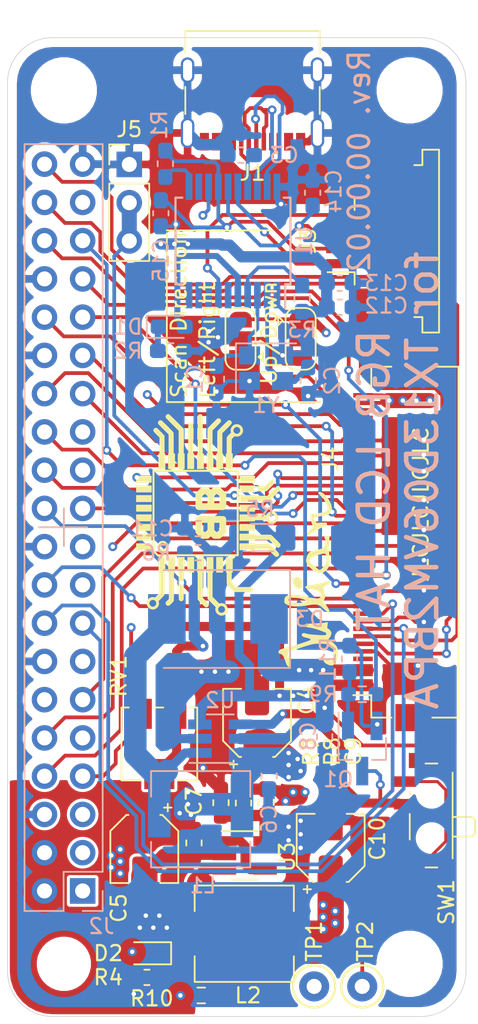
<source format=kicad_pcb>
(kicad_pcb (version 20171130) (host pcbnew "(5.1.9)-1")

  (general
    (thickness 1.6)
    (drawings 18)
    (tracks 749)
    (zones 0)
    (modules 53)
    (nets 71)
  )

  (page A4)
  (layers
    (0 F.Cu signal)
    (1 In1.Cu power)
    (2 In2.Cu power)
    (31 B.Cu signal)
    (32 B.Adhes user hide)
    (33 F.Adhes user hide)
    (34 B.Paste user hide)
    (35 F.Paste user hide)
    (36 B.SilkS user)
    (37 F.SilkS user)
    (38 B.Mask user hide)
    (39 F.Mask user hide)
    (40 Dwgs.User user hide)
    (41 Cmts.User user hide)
    (42 Eco1.User user hide)
    (43 Eco2.User user hide)
    (44 Edge.Cuts user)
    (45 Margin user hide)
    (46 B.CrtYd user)
    (47 F.CrtYd user hide)
    (48 B.Fab user hide)
    (49 F.Fab user hide)
  )

  (setup
    (last_trace_width 0.25)
    (user_trace_width 0.4)
    (user_trace_width 0.5)
    (user_trace_width 0.6)
    (user_trace_width 0.75)
    (user_trace_width 1)
    (user_trace_width 1.2)
    (user_trace_width 1.5)
    (user_trace_width 1.75)
    (user_trace_width 2)
    (user_trace_width 2.5)
    (trace_clearance 0.2)
    (zone_clearance 0.127)
    (zone_45_only no)
    (trace_min 0)
    (via_size 0.6)
    (via_drill 0.3)
    (via_min_size 0.4)
    (via_min_drill 0.3)
    (user_via 1.5 0.9)
    (user_via 2 1.8)
    (blind_buried_vias_allowed yes)
    (uvia_size 0.3)
    (uvia_drill 0.1)
    (uvias_allowed no)
    (uvia_min_size 0.2)
    (uvia_min_drill 0.1)
    (edge_width 0.05)
    (segment_width 0.2)
    (pcb_text_width 0.3)
    (pcb_text_size 1.5 1.5)
    (mod_edge_width 0.12)
    (mod_text_size 1 1)
    (mod_text_width 0.15)
    (pad_size 3.2 3.2)
    (pad_drill 3.2)
    (pad_to_mask_clearance 0)
    (aux_axis_origin 0 0)
    (visible_elements 7FFFFFFF)
    (pcbplotparams
      (layerselection 0x010fc_ffffffff)
      (usegerberextensions true)
      (usegerberattributes false)
      (usegerberadvancedattributes false)
      (creategerberjobfile false)
      (excludeedgelayer true)
      (linewidth 0.100000)
      (plotframeref false)
      (viasonmask false)
      (mode 1)
      (useauxorigin false)
      (hpglpennumber 1)
      (hpglpenspeed 20)
      (hpglpendiameter 15.000000)
      (psnegative false)
      (psa4output false)
      (plotreference true)
      (plotvalue true)
      (plotinvisibletext false)
      (padsonsilk false)
      (subtractmaskfromsilk false)
      (outputformat 1)
      (mirror false)
      (drillshape 0)
      (scaleselection 1)
      (outputdirectory "Gerber/"))
  )

  (net 0 "")
  (net 1 GND)
  (net 2 "Net-(C1-Pad1)")
  (net 3 "Net-(C2-Pad1)")
  (net 4 "Net-(C3-Pad2)")
  (net 5 +5V)
  (net 6 LED+)
  (net 7 +3.3VP)
  (net 8 "Net-(C9-Pad2)")
  (net 9 "Net-(D1-Pad2)")
  (net 10 "Net-(D1-Pad1)")
  (net 11 "Net-(D2-Pad1)")
  (net 12 "Net-(D3-Pad2)")
  (net 13 VSYNC)
  (net 14 HSYNC)
  (net 15 Blue0)
  (net 16 Green2)
  (net 17 Green3)
  (net 18 Green5)
  (net 19 "Net-(J2-Pad12)")
  (net 20 "Net-(J2-Pad13)")
  (net 21 Red2)
  (net 22 Red3)
  (net 23 Red4)
  (net 24 Blue5)
  (net 25 Red5)
  (net 26 Blue4)
  (net 27 Blue3)
  (net 28 CLK)
  (net 29 DEN)
  (net 30 Blue1)
  (net 31 Blue2)
  (net 32 Green0)
  (net 33 Green1)
  (net 34 Green4)
  (net 35 "Net-(J2-Pad37)")
  (net 36 Red0)
  (net 37 Red1)
  (net 38 "Net-(J3-Pad1)")
  (net 39 "Net-(J3-Pad4)")
  (net 40 LED-)
  (net 41 "Net-(J4-Pad5)")
  (net 42 L_R)
  (net 43 U_D)
  (net 44 "Net-(L2-Pad1)")
  (net 45 "Net-(R1-Pad1)")
  (net 46 "Net-(R3-Pad2)")
  (net 47 "Net-(U1-Pad10)")
  (net 48 "Net-(U1-Pad12)")
  (net 49 RV2)
  (net 50 "Net-(J2-Pad1)")
  (net 51 "Net-(J2-Pad17)")
  (net 52 "Net-(J1-PadB5)")
  (net 53 "Net-(J1-PadA6)")
  (net 54 "Net-(J1-PadA8)")
  (net 55 "Net-(J1-PadA5)")
  (net 56 "Net-(J1-PadB8)")
  (net 57 "Net-(J1-PadA7)")
  (net 58 "Net-(J1-PadA4)")
  (net 59 "Net-(J2-Pad19)")
  (net 60 "Net-(J2-Pad23)")
  (net 61 BL_ENABLE)
  (net 62 "Net-(Q1-Pad1)")
  (net 63 "Net-(R10-Pad2)")
  (net 64 "Net-(C14-Pad2)")
  (net 65 "Net-(C15-Pad2)")
  (net 66 "Net-(U1-Pad6)")
  (net 67 "Net-(U1-Pad8)")
  (net 68 "Net-(U1-Pad9)")
  (net 69 "Net-(U1-Pad13)")
  (net 70 BL_CONTROLLER_EN)

  (net_class Default "Dies ist die voreingestellte Netzklasse."
    (clearance 0.2)
    (trace_width 0.25)
    (via_dia 0.6)
    (via_drill 0.3)
    (uvia_dia 0.3)
    (uvia_drill 0.1)
    (add_net +3.3VP)
    (add_net +5V)
    (add_net BL_CONTROLLER_EN)
    (add_net BL_ENABLE)
    (add_net Blue0)
    (add_net Blue1)
    (add_net Blue2)
    (add_net Blue3)
    (add_net Blue4)
    (add_net Blue5)
    (add_net CLK)
    (add_net DEN)
    (add_net GND)
    (add_net Green0)
    (add_net Green1)
    (add_net Green2)
    (add_net Green3)
    (add_net Green4)
    (add_net Green5)
    (add_net HSYNC)
    (add_net LED+)
    (add_net LED-)
    (add_net L_R)
    (add_net "Net-(C1-Pad1)")
    (add_net "Net-(C14-Pad2)")
    (add_net "Net-(C15-Pad2)")
    (add_net "Net-(C2-Pad1)")
    (add_net "Net-(C3-Pad2)")
    (add_net "Net-(C9-Pad2)")
    (add_net "Net-(D1-Pad1)")
    (add_net "Net-(D1-Pad2)")
    (add_net "Net-(D2-Pad1)")
    (add_net "Net-(D3-Pad2)")
    (add_net "Net-(J1-PadA4)")
    (add_net "Net-(J1-PadA5)")
    (add_net "Net-(J1-PadA6)")
    (add_net "Net-(J1-PadA7)")
    (add_net "Net-(J1-PadA8)")
    (add_net "Net-(J1-PadB5)")
    (add_net "Net-(J1-PadB8)")
    (add_net "Net-(J2-Pad1)")
    (add_net "Net-(J2-Pad12)")
    (add_net "Net-(J2-Pad13)")
    (add_net "Net-(J2-Pad17)")
    (add_net "Net-(J2-Pad19)")
    (add_net "Net-(J2-Pad23)")
    (add_net "Net-(J2-Pad37)")
    (add_net "Net-(J3-Pad1)")
    (add_net "Net-(J3-Pad4)")
    (add_net "Net-(J4-Pad5)")
    (add_net "Net-(L2-Pad1)")
    (add_net "Net-(Q1-Pad1)")
    (add_net "Net-(R1-Pad1)")
    (add_net "Net-(R10-Pad2)")
    (add_net "Net-(R3-Pad2)")
    (add_net "Net-(U1-Pad10)")
    (add_net "Net-(U1-Pad12)")
    (add_net "Net-(U1-Pad13)")
    (add_net "Net-(U1-Pad6)")
    (add_net "Net-(U1-Pad8)")
    (add_net "Net-(U1-Pad9)")
    (add_net RV2)
    (add_net Red0)
    (add_net Red1)
    (add_net Red2)
    (add_net Red3)
    (add_net Red4)
    (add_net Red5)
    (add_net U_D)
    (add_net VSYNC)
  )

  (module Resistor_SMD:R_1206_3216Metric_Pad1.30x1.75mm_HandSolder (layer B.Cu) (tedit 5F68FEEE) (tstamp 602FE446)
    (at 56.95 68.2)
    (descr "Resistor SMD 1206 (3216 Metric), square (rectangular) end terminal, IPC_7351 nominal with elongated pad for handsoldering. (Body size source: IPC-SM-782 page 72, https://www.pcb-3d.com/wordpress/wp-content/uploads/ipc-sm-782a_amendment_1_and_2.pdf), generated with kicad-footprint-generator")
    (tags "resistor handsolder")
    (path /605765BB)
    (attr smd)
    (fp_text reference R5 (at -0.15 -1.9) (layer B.SilkS)
      (effects (font (size 1 1) (thickness 0.15)) (justify mirror))
    )
    (fp_text value 1 (at 0 -1.43) (layer B.Fab)
      (effects (font (size 1 1) (thickness 0.15)) (justify mirror))
    )
    (fp_line (start 2.45 -1.12) (end -2.45 -1.12) (layer B.CrtYd) (width 0.05))
    (fp_line (start 2.45 1.12) (end 2.45 -1.12) (layer B.CrtYd) (width 0.05))
    (fp_line (start -2.45 1.12) (end 2.45 1.12) (layer B.CrtYd) (width 0.05))
    (fp_line (start -2.45 -1.12) (end -2.45 1.12) (layer B.CrtYd) (width 0.05))
    (fp_line (start -0.727064 -0.91) (end 0.727064 -0.91) (layer B.SilkS) (width 0.12))
    (fp_line (start -0.727064 0.91) (end 0.727064 0.91) (layer B.SilkS) (width 0.12))
    (fp_line (start 1.6 -0.8) (end -1.6 -0.8) (layer B.Fab) (width 0.1))
    (fp_line (start 1.6 0.8) (end 1.6 -0.8) (layer B.Fab) (width 0.1))
    (fp_line (start -1.6 0.8) (end 1.6 0.8) (layer B.Fab) (width 0.1))
    (fp_line (start -1.6 -0.8) (end -1.6 0.8) (layer B.Fab) (width 0.1))
    (fp_text user %R (at 0 0) (layer B.Fab)
      (effects (font (size 0.4 0.4) (thickness 0.06)) (justify mirror))
    )
    (pad 2 smd roundrect (at 1.55 0) (size 1.3 1.75) (layers B.Cu B.Paste B.Mask) (roundrect_rratio 0.1923076923076923)
      (net 40 LED-))
    (pad 1 smd roundrect (at -1.55 0) (size 1.3 1.75) (layers B.Cu B.Paste B.Mask) (roundrect_rratio 0.1923076923076923)
      (net 1 GND))
    (model ${KISYS3DMOD}/Resistor_SMD.3dshapes/R_1206_3216Metric.wrl
      (at (xyz 0 0 0))
      (scale (xyz 1 1 1))
      (rotate (xyz 0 0 0))
    )
  )

  (module Resistor_SMD:R_0603_1608Metric_Pad1.05x0.95mm_HandSolder (layer B.Cu) (tedit 5B301BBD) (tstamp 60337B54)
    (at 62.75 76.25 270)
    (descr "Resistor SMD 0603 (1608 Metric), square (rectangular) end terminal, IPC_7351 nominal with elongated pad for handsoldering. (Body size source: http://www.tortai-tech.com/upload/download/2011102023233369053.pdf), generated with kicad-footprint-generator")
    (tags "resistor handsolder")
    (path /603499A4)
    (attr smd)
    (fp_text reference R11 (at 0 1.43 90) (layer B.SilkS)
      (effects (font (size 1 1) (thickness 0.15)) (justify mirror))
    )
    (fp_text value 105k (at 0 -1.43 90) (layer B.Fab)
      (effects (font (size 1 1) (thickness 0.15)) (justify mirror))
    )
    (fp_line (start 1.65 -0.73) (end -1.65 -0.73) (layer B.CrtYd) (width 0.05))
    (fp_line (start 1.65 0.73) (end 1.65 -0.73) (layer B.CrtYd) (width 0.05))
    (fp_line (start -1.65 0.73) (end 1.65 0.73) (layer B.CrtYd) (width 0.05))
    (fp_line (start -1.65 -0.73) (end -1.65 0.73) (layer B.CrtYd) (width 0.05))
    (fp_line (start -0.171267 -0.51) (end 0.171267 -0.51) (layer B.SilkS) (width 0.12))
    (fp_line (start -0.171267 0.51) (end 0.171267 0.51) (layer B.SilkS) (width 0.12))
    (fp_line (start 0.8 -0.4) (end -0.8 -0.4) (layer B.Fab) (width 0.1))
    (fp_line (start 0.8 0.4) (end 0.8 -0.4) (layer B.Fab) (width 0.1))
    (fp_line (start -0.8 0.4) (end 0.8 0.4) (layer B.Fab) (width 0.1))
    (fp_line (start -0.8 -0.4) (end -0.8 0.4) (layer B.Fab) (width 0.1))
    (fp_text user %R (at 0 0 90) (layer B.Fab)
      (effects (font (size 0.4 0.4) (thickness 0.06)) (justify mirror))
    )
    (pad 2 smd roundrect (at 0.875 0 270) (size 1.05 0.95) (layers B.Cu B.Paste B.Mask) (roundrect_rratio 0.25)
      (net 62 "Net-(Q1-Pad1)"))
    (pad 1 smd roundrect (at -0.875 0 270) (size 1.05 0.95) (layers B.Cu B.Paste B.Mask) (roundrect_rratio 0.25)
      (net 1 GND))
    (model ${KISYS3DMOD}/Resistor_SMD.3dshapes/R_0603_1608Metric.wrl
      (at (xyz 0 0 0))
      (scale (xyz 1 1 1))
      (rotate (xyz 0 0 0))
    )
  )

  (module footprints:julian_logo_4mm (layer F.Cu) (tedit 0) (tstamp 6031F634)
    (at 60 71 90)
    (path /6032B777)
    (fp_text reference LOGO2 (at 0 0 90) (layer F.SilkS) hide
      (effects (font (size 1.524 1.524) (thickness 0.3)))
    )
    (fp_text value Logo (at 0.75 0 90) (layer F.SilkS) hide
      (effects (font (size 1.524 1.524) (thickness 0.3)))
    )
    (fp_poly (pts (xy 0.050358 -1.037212) (xy 0.096866 -1.007816) (xy 0.125468 -0.962518) (xy 0.170237 -0.840931)
      (xy 0.188566 -0.712649) (xy 0.177518 -0.601655) (xy 0.171788 -0.584325) (xy 0.115864 -0.51127)
      (xy 0.017613 -0.453204) (xy -0.110047 -0.413548) (xy -0.254195 -0.395723) (xy -0.401914 -0.40315)
      (xy -0.465666 -0.415533) (xy -0.541773 -0.448079) (xy -0.581164 -0.506747) (xy -0.59266 -0.604905)
      (xy -0.592666 -0.608068) (xy -0.577767 -0.717316) (xy -0.525117 -0.809446) (xy -0.516034 -0.820519)
      (xy -0.420936 -0.902808) (xy -0.292419 -0.97456) (xy -0.153509 -1.025216) (xy -0.028142 -1.044222)
      (xy 0.050358 -1.037212)) (layer F.SilkS) (width 0.01))
    (fp_poly (pts (xy 1.490546 -0.092159) (xy 1.540756 -0.070555) (xy 1.626628 -0.032911) (xy 1.691856 -0.007314)
      (xy 1.718018 0) (xy 1.768271 0.026789) (xy 1.822616 0.10237) (xy 1.877846 0.219563)
      (xy 1.930755 0.371191) (xy 1.978136 0.550073) (xy 1.991851 0.61308) (xy 2.028365 0.776319)
      (xy 2.065361 0.894598) (xy 2.11132 0.978831) (xy 2.174724 1.039932) (xy 2.264055 1.088816)
      (xy 2.387796 1.136396) (xy 2.40255 1.141559) (xy 2.520738 1.175676) (xy 2.607438 1.180223)
      (xy 2.67974 1.154374) (xy 2.720468 1.126188) (xy 2.781901 1.089732) (xy 2.830286 1.080553)
      (xy 2.83315 1.081429) (xy 2.866454 1.120195) (xy 2.889101 1.193826) (xy 2.896634 1.281084)
      (xy 2.888779 1.346441) (xy 2.870978 1.417367) (xy 2.599656 1.401458) (xy 2.457137 1.391102)
      (xy 2.313376 1.377345) (xy 2.192921 1.362635) (xy 2.160974 1.357741) (xy 2.047168 1.344106)
      (xy 1.963556 1.349379) (xy 1.896472 1.370523) (xy 1.831206 1.388663) (xy 1.732027 1.401097)
      (xy 1.591808 1.408375) (xy 1.403422 1.411051) (xy 1.372387 1.411089) (xy 1.202624 1.410248)
      (xy 1.078215 1.406947) (xy 0.988083 1.399988) (xy 0.92115 1.388172) (xy 0.86634 1.3703)
      (xy 0.826091 1.351988) (xy 0.677902 1.249429) (xy 0.548259 1.101204) (xy 0.477068 0.982466)
      (xy 0.437738 0.863634) (xy 0.439007 0.769079) (xy 0.649111 0.769079) (xy 0.670799 0.821148)
      (xy 0.728653 0.894184) (xy 0.811859 0.977869) (xy 0.909603 1.061886) (xy 1.011071 1.135915)
      (xy 1.072445 1.173002) (xy 1.149778 1.209947) (xy 1.224081 1.229805) (xy 1.316605 1.236407)
      (xy 1.415291 1.234813) (xy 1.540582 1.226779) (xy 1.623566 1.210843) (xy 1.678176 1.183916)
      (xy 1.690458 1.173825) (xy 1.727371 1.129107) (xy 1.744574 1.072589) (xy 1.741733 0.994052)
      (xy 1.718517 0.883274) (xy 1.676179 0.735234) (xy 1.60015 0.515466) (xy 1.520128 0.339169)
      (xy 1.438077 0.208999) (xy 1.355962 0.12761) (xy 1.275747 0.097658) (xy 1.215142 0.11204)
      (xy 1.166433 0.149534) (xy 1.094913 0.218613) (xy 1.00891 0.309611) (xy 0.916752 0.412862)
      (xy 0.826766 0.518699) (xy 0.747279 0.617455) (xy 0.686619 0.699466) (xy 0.653113 0.755063)
      (xy 0.649111 0.769079) (xy 0.439007 0.769079) (xy 0.43945 0.736074) (xy 0.483882 0.594533)
      (xy 0.572715 0.433756) (xy 0.707629 0.248492) (xy 0.714494 0.239889) (xy 0.824694 0.110291)
      (xy 0.920787 0.017784) (xy 1.016478 -0.049658) (xy 1.086556 -0.086508) (xy 1.218092 -0.13089)
      (xy 1.347253 -0.132966) (xy 1.490546 -0.092159)) (layer F.SilkS) (width 0.01))
    (fp_poly (pts (xy -1.264991 -1.571908) (xy -1.1737 -1.541783) (xy -1.106779 -1.483294) (xy -1.059374 -1.389667)
      (xy -1.026632 -1.254127) (xy -1.003701 -1.069899) (xy -1.00138 -1.044222) (xy -0.997108 -0.832483)
      (xy -1.015768 -0.597032) (xy -1.054279 -0.364247) (xy -1.101981 -0.183042) (xy -1.155026 0.005024)
      (xy -1.198532 0.207975) (xy -1.228658 0.404473) (xy -1.241564 0.573179) (xy -1.241777 0.593549)
      (xy -1.230038 0.716595) (xy -1.190202 0.7948) (xy -1.115347 0.835647) (xy -1.007549 0.846667)
      (xy -0.899347 0.824738) (xy -0.809259 0.757527) (xy -0.736131 0.642899) (xy -0.678812 0.47872)
      (xy -0.636148 0.262853) (xy -0.619111 0.127) (xy -0.597828 -0.022549) (xy -0.569522 -0.122207)
      (xy -0.53136 -0.178371) (xy -0.480507 -0.19744) (xy -0.475376 -0.197555) (xy -0.445664 -0.178877)
      (xy -0.41774 -0.120039) (xy -0.390455 -0.016833) (xy -0.36266 0.134945) (xy -0.337576 0.306755)
      (xy -0.289932 0.590322) (xy -0.227471 0.855127) (xy -0.187504 0.987778) (xy -0.13212 1.160202)
      (xy -0.096541 1.286668) (xy -0.080288 1.373894) (xy -0.082881 1.428595) (xy -0.103842 1.45749)
      (xy -0.142692 1.467294) (xy -0.1533 1.467556) (xy -0.22648 1.441357) (xy -0.276615 1.389945)
      (xy -0.324998 1.313767) (xy -0.377202 1.221026) (xy -0.389363 1.197557) (xy -0.437612 1.108748)
      (xy -0.482142 1.055297) (xy -0.536576 1.032592) (xy -0.614539 1.036025) (xy -0.729653 1.060984)
      (xy -0.766037 1.070098) (xy -0.932791 1.107763) (xy -1.060805 1.124116) (xy -1.163731 1.118852)
      (xy -1.25522 1.091661) (xy -1.323046 1.057553) (xy -1.446648 0.986896) (xy -1.577046 1.108494)
      (xy -1.696964 1.20939) (xy -1.819766 1.293887) (xy -1.936423 1.357716) (xy -2.037905 1.396607)
      (xy -2.115181 1.406292) (xy -2.158647 1.383461) (xy -2.1515 1.347641) (xy -2.114786 1.281794)
      (xy -2.056921 1.19764) (xy -1.986323 1.106902) (xy -1.91141 1.021301) (xy -1.864998 0.974541)
      (xy -1.744044 0.837686) (xy -1.67154 0.694314) (xy -1.640386 0.527914) (xy -1.637926 0.44653)
      (xy -1.645205 0.304649) (xy -1.662997 0.149247) (xy -1.681755 0.042334) (xy -1.69999 -0.061407)
      (xy -1.719267 -0.203864) (xy -1.737458 -0.367399) (xy -1.752436 -0.534374) (xy -1.754301 -0.558996)
      (xy -1.763345 -0.743793) (xy -1.537241 -0.743793) (xy -1.537201 -0.691444) (xy -1.534652 -0.495816)
      (xy -1.526936 -0.350305) (xy -1.512514 -0.248701) (xy -1.489848 -0.184793) (xy -1.457398 -0.152371)
      (xy -1.413625 -0.145226) (xy -1.402146 -0.146454) (xy -1.36486 -0.162875) (xy -1.331816 -0.207428)
      (xy -1.296419 -0.290812) (xy -1.274991 -0.352777) (xy -1.230449 -0.526124) (xy -1.202587 -0.732415)
      (xy -1.193702 -0.861983) (xy -1.187422 -0.999083) (xy -1.186175 -1.092285) (xy -1.19165 -1.154037)
      (xy -1.205535 -1.196786) (xy -1.229517 -1.232979) (xy -1.246808 -1.253655) (xy -1.319214 -1.310038)
      (xy -1.38974 -1.310357) (xy -1.456512 -1.254992) (xy -1.489031 -1.2045) (xy -1.508803 -1.159033)
      (xy -1.522561 -1.100333) (xy -1.531254 -1.018296) (xy -1.535831 -0.902818) (xy -1.537241 -0.743793)
      (xy -1.763345 -0.743793) (xy -1.766071 -0.799488) (xy -1.761075 -0.996974) (xy -1.737615 -1.162845)
      (xy -1.693991 -1.308494) (xy -1.628502 -1.445311) (xy -1.61978 -1.4605) (xy -1.578209 -1.527689)
      (xy -1.541126 -1.563484) (xy -1.489218 -1.57777) (xy -1.403177 -1.580436) (xy -1.385505 -1.580444)
      (xy -1.264991 -1.571908)) (layer F.SilkS) (width 0.01))
    (fp_poly (pts (xy 3.080878 -0.066975) (xy 3.170989 -0.021914) (xy 3.269914 0.061914) (xy 3.351241 0.155256)
      (xy 3.422317 0.241114) (xy 3.482992 0.290236) (xy 3.548141 0.305645) (xy 3.632641 0.290364)
      (xy 3.751366 0.247417) (xy 3.769378 0.240244) (xy 3.985618 0.17928) (xy 4.152592 0.162633)
      (xy 4.360334 0.155223) (xy 4.367617 0.282223) (xy 4.379332 0.405958) (xy 4.400584 0.560889)
      (xy 4.428004 0.727206) (xy 4.458223 0.8851) (xy 4.487871 1.014764) (xy 4.499122 1.055308)
      (xy 4.547168 1.177051) (xy 4.609111 1.257051) (xy 4.690753 1.296407) (xy 4.797896 1.296222)
      (xy 4.936342 1.257596) (xy 5.111894 1.18163) (xy 5.126786 1.174425) (xy 5.263786 1.103316)
      (xy 5.367329 1.036283) (xy 5.457206 0.958672) (xy 5.546027 0.863981) (xy 5.650552 0.757016)
      (xy 5.73337 0.695448) (xy 5.791979 0.679285) (xy 5.823874 0.708537) (xy 5.826549 0.783212)
      (xy 5.809552 0.86304) (xy 5.754074 0.978888) (xy 5.654328 1.103122) (xy 5.520067 1.227758)
      (xy 5.361042 1.344808) (xy 5.187003 1.44629) (xy 5.007703 1.524217) (xy 4.997971 1.52763)
      (xy 4.869816 1.561187) (xy 4.736254 1.578377) (xy 4.612135 1.579107) (xy 4.512308 1.563284)
      (xy 4.45184 1.531056) (xy 4.379938 1.421458) (xy 4.317203 1.269108) (xy 4.268103 1.0875)
      (xy 4.237104 0.890131) (xy 4.235999 0.878946) (xy 4.210792 0.679589) (xy 4.177285 0.534196)
      (xy 4.133555 0.440649) (xy 4.077679 0.396827) (xy 4.007735 0.400613) (xy 3.921799 0.449888)
      (xy 3.878707 0.485187) (xy 3.776116 0.575263) (xy 3.786003 0.898351) (xy 3.789218 1.042015)
      (xy 3.787794 1.139317) (xy 3.780749 1.200222) (xy 3.7671 1.234694) (xy 3.751369 1.24956)
      (xy 3.68929 1.259407) (xy 3.622932 1.22186) (xy 3.560782 1.144507) (xy 3.511325 1.034935)
      (xy 3.511319 1.034918) (xy 3.477306 0.938092) (xy 3.438374 0.844642) (xy 3.389027 0.743869)
      (xy 3.323768 0.625074) (xy 3.237101 0.477559) (xy 3.157201 0.345663) (xy 3.084875 0.224341)
      (xy 3.024806 0.118153) (xy 2.982584 0.037384) (xy 2.963796 -0.00768) (xy 2.963334 -0.011151)
      (xy 2.986201 -0.054093) (xy 3.008242 -0.067638) (xy 3.080878 -0.066975)) (layer F.SilkS) (width 0.01))
    (fp_poly (pts (xy -4.788827 -1.970094) (xy -4.722839 -1.951831) (xy -4.671129 -1.902911) (xy -4.637045 -1.848555)
      (xy -4.591626 -1.744633) (xy -4.559677 -1.630872) (xy -4.555936 -1.608666) (xy -4.541015 -1.536349)
      (xy -4.511601 -1.422065) (xy -4.470387 -1.274433) (xy -4.420067 -1.102069) (xy -4.363335 -0.91359)
      (xy -4.302883 -0.717615) (xy -4.241406 -0.52276) (xy -4.181596 -0.337643) (xy -4.126147 -0.170881)
      (xy -4.077752 -0.031091) (xy -4.039106 0.073108) (xy -4.0129 0.133101) (xy -4.009949 0.138168)
      (xy -3.971279 0.167589) (xy -3.930547 0.146476) (xy -3.893484 0.0802) (xy -3.872737 0.009567)
      (xy -3.833513 -0.156711) (xy -3.798864 -0.274991) (xy -3.764528 -0.35302) (xy -3.726242 -0.398548)
      (xy -3.679742 -0.419325) (xy -3.634574 -0.423333) (xy -3.581919 -0.39884) (xy -3.548621 -0.336888)
      (xy -3.540304 -0.254768) (xy -3.556501 -0.183444) (xy -3.580583 -0.111893) (xy -3.601333 -0.021187)
      (xy -3.619804 0.096401) (xy -3.637049 0.248597) (xy -3.654121 0.443127) (xy -3.668781 0.640378)
      (xy -3.681006 0.836552) (xy -3.685665 0.983382) (xy -3.681768 1.087583) (xy -3.668324 1.15587)
      (xy -3.644342 1.194961) (xy -3.608831 1.21157) (xy -3.584222 1.213556) (xy -3.55491 1.209433)
      (xy -3.528764 1.19209) (xy -3.501899 1.154065) (xy -3.47043 1.087899) (xy -3.430472 0.98613)
      (xy -3.37814 0.841296) (xy -3.352488 0.768541) (xy -3.294946 0.600828) (xy -3.25263 0.465079)
      (xy -3.220185 0.3407) (xy -3.192255 0.207097) (xy -3.163485 0.043676) (xy -3.162572 0.038209)
      (xy -3.139222 -0.087219) (xy -3.116954 -0.167552) (xy -3.091493 -0.213884) (xy -3.058564 -0.23731)
      (xy -3.056026 -0.238318) (xy -3.000476 -0.234623) (xy -2.965782 -0.2121) (xy -2.950173 -0.186993)
      (xy -2.937675 -0.141769) (xy -2.927592 -0.069383) (xy -2.91923 0.037207) (xy -2.911896 0.185046)
      (xy -2.904894 0.381175) (xy -2.903777 0.416882) (xy -2.896809 0.597994) (xy -2.88782 0.764211)
      (xy -2.87755 0.905666) (xy -2.866736 1.012493) (xy -2.856119 1.074824) (xy -2.853984 1.081338)
      (xy -2.830114 1.165802) (xy -2.822222 1.233151) (xy -2.822222 1.305516) (xy -3.20492 1.267806)
      (xy -3.293148 1.392975) (xy -3.392017 1.495428) (xy -3.505396 1.543507) (xy -3.632564 1.537193)
      (xy -3.772799 1.476461) (xy -3.867016 1.410658) (xy -3.972353 1.32723) (xy -4.081591 1.514019)
      (xy -4.190019 1.672171) (xy -4.311914 1.804109) (xy -4.436976 1.900115) (xy -4.540316 1.946842)
      (xy -4.669818 1.967728) (xy -4.833682 1.972032) (xy -5.012529 1.960439) (xy -5.186981 1.933633)
      (xy -5.237725 1.922197) (xy -5.424263 1.86131) (xy -5.560204 1.782007) (xy -5.648987 1.682179)
      (xy -5.659284 1.663703) (xy -5.683262 1.565731) (xy -5.672599 1.448361) (xy -5.633758 1.324323)
      (xy -5.573205 1.206346) (xy -5.497402 1.10716) (xy -5.412813 1.039494) (xy -5.330385 1.016)
      (xy -5.267219 1.025241) (xy -5.23527 1.044144) (xy -5.238366 1.080948) (xy -5.261507 1.155178)
      (xy -5.300229 1.253419) (xy -5.319584 1.297547) (xy -5.369723 1.414339) (xy -5.395988 1.493128)
      (xy -5.401348 1.545564) (xy -5.391296 1.578853) (xy -5.334878 1.633233) (xy -5.232075 1.669479)
      (xy -5.080418 1.688105) (xy -4.877442 1.689623) (xy -4.861032 1.689095) (xy -4.574601 1.679223)
      (xy -4.463166 1.570351) (xy -4.37356 1.467372) (xy -4.308929 1.352945) (xy -4.26613 1.216535)
      (xy -4.242024 1.047608) (xy -4.233469 0.835628) (xy -4.233333 0.799469) (xy -4.235109 0.658807)
      (xy -4.24177 0.532296) (xy -4.255314 0.410407) (xy -4.277741 0.283607) (xy -4.311049 0.142365)
      (xy -4.357238 -0.022848) (xy -4.418306 -0.221565) (xy -4.496253 -0.463316) (xy -4.501635 -0.479777)
      (xy -4.555881 -0.647118) (xy -4.607606 -0.80939) (xy -4.652629 -0.953282) (xy -4.686769 -1.065484)
      (xy -4.70105 -1.114777) (xy -4.731464 -1.21814) (xy -4.762028 -1.290091) (xy -4.80188 -1.333512)
      (xy -4.860158 -1.351287) (xy -4.946 -1.346296) (xy -5.068541 -1.321424) (xy -5.229435 -1.281456)
      (xy -5.406633 -1.236498) (xy -5.537071 -1.204033) (xy -5.628705 -1.182691) (xy -5.689491 -1.171103)
      (xy -5.727383 -1.167901) (xy -5.750339 -1.171714) (xy -5.766314 -1.181175) (xy -5.774287 -1.187692)
      (xy -5.796426 -1.21802) (xy -5.787382 -1.260599) (xy -5.76409 -1.304037) (xy -5.727292 -1.356737)
      (xy -5.679438 -1.399505) (xy -5.610057 -1.437922) (xy -5.508677 -1.477572) (xy -5.364828 -1.524038)
      (xy -5.333556 -1.533575) (xy -5.14987 -1.603338) (xy -5.017759 -1.686886) (xy -4.933372 -1.787321)
      (xy -4.896881 -1.885428) (xy -4.877582 -1.948637) (xy -4.843754 -1.971216) (xy -4.788827 -1.970094)) (layer F.SilkS) (width 0.01))
  )

  (module TestPoint:TestPoint_Keystone_5000-5004_Miniature (layer F.Cu) (tedit 5A0F774F) (tstamp 6032B1DF)
    (at 63.6 98)
    (descr "Keystone Miniature THM Test Point 5000-5004, http://www.keyelco.com/product-pdf.cfm?p=1309")
    (tags "Through Hole Mount Test Points")
    (path /611790C2)
    (fp_text reference TP2 (at 0.2 -3 90) (layer F.SilkS)
      (effects (font (size 1 1) (thickness 0.15)))
    )
    (fp_text value BG_LEDS (at 0 2.5) (layer F.Fab)
      (effects (font (size 1 1) (thickness 0.15)))
    )
    (fp_line (start -0.75 -0.25) (end 0.75 -0.25) (layer F.Fab) (width 0.15))
    (fp_line (start 0.75 -0.25) (end 0.75 0.25) (layer F.Fab) (width 0.15))
    (fp_line (start 0.75 0.25) (end -0.75 0.25) (layer F.Fab) (width 0.15))
    (fp_line (start -0.75 0.25) (end -0.75 -0.25) (layer F.Fab) (width 0.15))
    (fp_circle (center 0 0) (end 1.65 0) (layer F.CrtYd) (width 0.05))
    (fp_circle (center 0 0) (end 1.25 0) (layer F.Fab) (width 0.15))
    (fp_circle (center 0 0) (end 1.4 0) (layer F.SilkS) (width 0.15))
    (fp_text user %R (at 0 -2.5) (layer F.Fab)
      (effects (font (size 1 1) (thickness 0.15)))
    )
    (pad 1 thru_hole circle (at 0 0) (size 2 2) (drill 1) (layers *.Cu *.Mask)
      (net 6 LED+))
    (model ${KISYS3DMOD}/TestPoint.3dshapes/TestPoint_Keystone_5000-5004_Miniature.wrl
      (at (xyz 0 0 0))
      (scale (xyz 1 1 1))
      (rotate (xyz 0 0 0))
    )
  )

  (module TestPoint:TestPoint_Keystone_5000-5004_Miniature (layer F.Cu) (tedit 5A0F774F) (tstamp 603297A7)
    (at 60.4 98)
    (descr "Keystone Miniature THM Test Point 5000-5004, http://www.keyelco.com/product-pdf.cfm?p=1309")
    (tags "Through Hole Mount Test Points")
    (path /60E25800)
    (fp_text reference TP1 (at 0 -3 90) (layer F.SilkS)
      (effects (font (size 1 1) (thickness 0.15)))
    )
    (fp_text value 3V3_DISPLAY (at 0 2.5) (layer F.Fab)
      (effects (font (size 1 1) (thickness 0.15)))
    )
    (fp_line (start -0.75 -0.25) (end 0.75 -0.25) (layer F.Fab) (width 0.15))
    (fp_line (start 0.75 -0.25) (end 0.75 0.25) (layer F.Fab) (width 0.15))
    (fp_line (start 0.75 0.25) (end -0.75 0.25) (layer F.Fab) (width 0.15))
    (fp_line (start -0.75 0.25) (end -0.75 -0.25) (layer F.Fab) (width 0.15))
    (fp_circle (center 0 0) (end 1.65 0) (layer F.CrtYd) (width 0.05))
    (fp_circle (center 0 0) (end 1.25 0) (layer F.Fab) (width 0.15))
    (fp_circle (center 0 0) (end 1.4 0) (layer F.SilkS) (width 0.15))
    (fp_text user %R (at 0 -2.5) (layer F.Fab)
      (effects (font (size 1 1) (thickness 0.15)))
    )
    (pad 1 thru_hole circle (at 0 0) (size 2 2) (drill 1) (layers *.Cu *.Mask)
      (net 7 +3.3VP))
    (model ${KISYS3DMOD}/TestPoint.3dshapes/TestPoint_Keystone_5000-5004_Miniature.wrl
      (at (xyz 0 0 0))
      (scale (xyz 1 1 1))
      (rotate (xyz 0 0 0))
    )
  )

  (module Resistor_SMD:R_0603_1608Metric_Pad0.98x0.95mm_HandSolder (layer F.Cu) (tedit 5F68FEEE) (tstamp 60325E52)
    (at 52.8875 98.6)
    (descr "Resistor SMD 0603 (1608 Metric), square (rectangular) end terminal, IPC_7351 nominal with elongated pad for handsoldering. (Body size source: IPC-SM-782 page 72, https://www.pcb-3d.com/wordpress/wp-content/uploads/ipc-sm-782a_amendment_1_and_2.pdf), generated with kicad-footprint-generator")
    (tags "resistor handsolder")
    (path /60C60D4C)
    (attr smd)
    (fp_text reference R10 (at -3.2875 0.2) (layer F.SilkS)
      (effects (font (size 1 1) (thickness 0.15)))
    )
    (fp_text value 105k (at 0 1.43) (layer F.Fab)
      (effects (font (size 1 1) (thickness 0.15)))
    )
    (fp_line (start -0.8 0.4125) (end -0.8 -0.4125) (layer F.Fab) (width 0.1))
    (fp_line (start -0.8 -0.4125) (end 0.8 -0.4125) (layer F.Fab) (width 0.1))
    (fp_line (start 0.8 -0.4125) (end 0.8 0.4125) (layer F.Fab) (width 0.1))
    (fp_line (start 0.8 0.4125) (end -0.8 0.4125) (layer F.Fab) (width 0.1))
    (fp_line (start -0.254724 -0.5225) (end 0.254724 -0.5225) (layer F.SilkS) (width 0.12))
    (fp_line (start -0.254724 0.5225) (end 0.254724 0.5225) (layer F.SilkS) (width 0.12))
    (fp_line (start -1.65 0.73) (end -1.65 -0.73) (layer F.CrtYd) (width 0.05))
    (fp_line (start -1.65 -0.73) (end 1.65 -0.73) (layer F.CrtYd) (width 0.05))
    (fp_line (start 1.65 -0.73) (end 1.65 0.73) (layer F.CrtYd) (width 0.05))
    (fp_line (start 1.65 0.73) (end -1.65 0.73) (layer F.CrtYd) (width 0.05))
    (fp_text user %R (at 0 0) (layer F.Fab)
      (effects (font (size 0.4 0.4) (thickness 0.06)))
    )
    (pad 2 smd roundrect (at 0.9125 0) (size 0.975 0.95) (layers F.Cu F.Paste F.Mask) (roundrect_rratio 0.25)
      (net 63 "Net-(R10-Pad2)"))
    (pad 1 smd roundrect (at -0.9125 0) (size 0.975 0.95) (layers F.Cu F.Paste F.Mask) (roundrect_rratio 0.25)
      (net 5 +5V))
    (model ${KISYS3DMOD}/Resistor_SMD.3dshapes/R_0603_1608Metric.wrl
      (at (xyz 0 0 0))
      (scale (xyz 1 1 1))
      (rotate (xyz 0 0 0))
    )
  )

  (module Resistor_SMD:R_0603_1608Metric_Pad0.98x0.95mm_HandSolder (layer B.Cu) (tedit 5F68FEEE) (tstamp 60325E41)
    (at 63.6 78.6)
    (descr "Resistor SMD 0603 (1608 Metric), square (rectangular) end terminal, IPC_7351 nominal with elongated pad for handsoldering. (Body size source: IPC-SM-782 page 72, https://www.pcb-3d.com/wordpress/wp-content/uploads/ipc-sm-782a_amendment_1_and_2.pdf), generated with kicad-footprint-generator")
    (tags "resistor handsolder")
    (path /60CA8B3D)
    (attr smd)
    (fp_text reference R9 (at -2.6 0) (layer B.SilkS)
      (effects (font (size 1 1) (thickness 0.15)) (justify mirror))
    )
    (fp_text value 1k5 (at 0 -1.43) (layer B.Fab)
      (effects (font (size 1 1) (thickness 0.15)) (justify mirror))
    )
    (fp_line (start -0.8 -0.4125) (end -0.8 0.4125) (layer B.Fab) (width 0.1))
    (fp_line (start -0.8 0.4125) (end 0.8 0.4125) (layer B.Fab) (width 0.1))
    (fp_line (start 0.8 0.4125) (end 0.8 -0.4125) (layer B.Fab) (width 0.1))
    (fp_line (start 0.8 -0.4125) (end -0.8 -0.4125) (layer B.Fab) (width 0.1))
    (fp_line (start -0.254724 0.5225) (end 0.254724 0.5225) (layer B.SilkS) (width 0.12))
    (fp_line (start -0.254724 -0.5225) (end 0.254724 -0.5225) (layer B.SilkS) (width 0.12))
    (fp_line (start -1.65 -0.73) (end -1.65 0.73) (layer B.CrtYd) (width 0.05))
    (fp_line (start -1.65 0.73) (end 1.65 0.73) (layer B.CrtYd) (width 0.05))
    (fp_line (start 1.65 0.73) (end 1.65 -0.73) (layer B.CrtYd) (width 0.05))
    (fp_line (start 1.65 -0.73) (end -1.65 -0.73) (layer B.CrtYd) (width 0.05))
    (fp_text user %R (at 0 0) (layer B.Fab)
      (effects (font (size 0.4 0.4) (thickness 0.06)) (justify mirror))
    )
    (pad 2 smd roundrect (at 0.9125 0) (size 0.975 0.95) (layers B.Cu B.Paste B.Mask) (roundrect_rratio 0.25)
      (net 61 BL_ENABLE))
    (pad 1 smd roundrect (at -0.9125 0) (size 0.975 0.95) (layers B.Cu B.Paste B.Mask) (roundrect_rratio 0.25)
      (net 62 "Net-(Q1-Pad1)"))
    (model ${KISYS3DMOD}/Resistor_SMD.3dshapes/R_0603_1608Metric.wrl
      (at (xyz 0 0 0))
      (scale (xyz 1 1 1))
      (rotate (xyz 0 0 0))
    )
  )

  (module Package_TO_SOT_SMD:SOT-23_Handsoldering (layer B.Cu) (tedit 5A0AB76C) (tstamp 60325D30)
    (at 63.6 82.2 270)
    (descr "SOT-23, Handsoldering")
    (tags SOT-23)
    (path /60D15588)
    (attr smd)
    (fp_text reference Q1 (at 2.05 1.6) (layer B.SilkS)
      (effects (font (size 1 1) (thickness 0.15)) (justify mirror))
    )
    (fp_text value ATM7002KNSA (at 0 -2.5 270) (layer B.Fab)
      (effects (font (size 1 1) (thickness 0.15)) (justify mirror))
    )
    (fp_line (start 0.76 -1.58) (end 0.76 -0.65) (layer B.SilkS) (width 0.12))
    (fp_line (start 0.76 1.58) (end 0.76 0.65) (layer B.SilkS) (width 0.12))
    (fp_line (start -2.7 1.75) (end 2.7 1.75) (layer B.CrtYd) (width 0.05))
    (fp_line (start 2.7 1.75) (end 2.7 -1.75) (layer B.CrtYd) (width 0.05))
    (fp_line (start 2.7 -1.75) (end -2.7 -1.75) (layer B.CrtYd) (width 0.05))
    (fp_line (start -2.7 -1.75) (end -2.7 1.75) (layer B.CrtYd) (width 0.05))
    (fp_line (start 0.76 1.58) (end -2.4 1.58) (layer B.SilkS) (width 0.12))
    (fp_line (start -0.7 0.95) (end -0.7 -1.5) (layer B.Fab) (width 0.1))
    (fp_line (start -0.15 1.52) (end 0.7 1.52) (layer B.Fab) (width 0.1))
    (fp_line (start -0.7 0.95) (end -0.15 1.52) (layer B.Fab) (width 0.1))
    (fp_line (start 0.7 1.52) (end 0.7 -1.52) (layer B.Fab) (width 0.1))
    (fp_line (start -0.7 -1.52) (end 0.7 -1.52) (layer B.Fab) (width 0.1))
    (fp_line (start 0.76 -1.58) (end -0.7 -1.58) (layer B.SilkS) (width 0.12))
    (fp_text user %R (at 0 0) (layer B.Fab)
      (effects (font (size 0.5 0.5) (thickness 0.075)) (justify mirror))
    )
    (pad 3 smd rect (at 1.5 0 270) (size 1.9 0.8) (layers B.Cu B.Paste B.Mask)
      (net 70 BL_CONTROLLER_EN))
    (pad 2 smd rect (at -1.5 -0.95 270) (size 1.9 0.8) (layers B.Cu B.Paste B.Mask)
      (net 1 GND))
    (pad 1 smd rect (at -1.5 0.95 270) (size 1.9 0.8) (layers B.Cu B.Paste B.Mask)
      (net 62 "Net-(Q1-Pad1)"))
    (model ${KISYS3DMOD}/Package_TO_SOT_SMD.3dshapes/SOT-23.wrl
      (at (xyz 0 0 0))
      (scale (xyz 1 1 1))
      (rotate (xyz 0 0 0))
    )
  )

  (module Jumper:SolderJumper-3_P1.3mm_Bridged12_RoundedPad1.0x1.5mm (layer F.Cu) (tedit 5C745321) (tstamp 6031CC27)
    (at 59.5 55 270)
    (descr "SMD Solder 3-pad Jumper, 1x1.5mm rounded Pads, 0.3mm gap, pads 1-2 bridged with 1 copper strip")
    (tags "solder jumper open")
    (path /608943E0)
    (attr virtual)
    (fp_text reference JP2 (at 0 -1.8 90) (layer F.SilkS) hide
      (effects (font (size 1 1) (thickness 0.15)))
    )
    (fp_text value Jumper_3_Bridged12 (at 0 1.9 90) (layer F.Fab)
      (effects (font (size 1 1) (thickness 0.15)))
    )
    (fp_line (start -1.2 1.2) (end -0.9 1.5) (layer F.SilkS) (width 0.12))
    (fp_line (start -1.5 1.5) (end -0.9 1.5) (layer F.SilkS) (width 0.12))
    (fp_line (start -1.2 1.2) (end -1.5 1.5) (layer F.SilkS) (width 0.12))
    (fp_line (start -2.05 0.3) (end -2.05 -0.3) (layer F.SilkS) (width 0.12))
    (fp_line (start 1.4 1) (end -1.4 1) (layer F.SilkS) (width 0.12))
    (fp_line (start 2.05 -0.3) (end 2.05 0.3) (layer F.SilkS) (width 0.12))
    (fp_line (start -1.4 -1) (end 1.4 -1) (layer F.SilkS) (width 0.12))
    (fp_line (start -2.3 -1.25) (end 2.3 -1.25) (layer F.CrtYd) (width 0.05))
    (fp_line (start -2.3 -1.25) (end -2.3 1.25) (layer F.CrtYd) (width 0.05))
    (fp_line (start 2.3 1.25) (end 2.3 -1.25) (layer F.CrtYd) (width 0.05))
    (fp_line (start 2.3 1.25) (end -2.3 1.25) (layer F.CrtYd) (width 0.05))
    (fp_poly (pts (xy -0.9 -0.3) (xy -0.4 -0.3) (xy -0.4 0.3) (xy -0.9 0.3)) (layer F.Cu) (width 0))
    (fp_arc (start -1.35 -0.3) (end -1.35 -1) (angle -90) (layer F.SilkS) (width 0.12))
    (fp_arc (start -1.35 0.3) (end -2.05 0.3) (angle -90) (layer F.SilkS) (width 0.12))
    (fp_arc (start 1.35 0.3) (end 1.35 1) (angle -90) (layer F.SilkS) (width 0.12))
    (fp_arc (start 1.35 -0.3) (end 2.05 -0.3) (angle -90) (layer F.SilkS) (width 0.12))
    (pad 1 smd custom (at -1.3 0 270) (size 1 0.5) (layers F.Cu F.Mask)
      (net 7 +3.3VP) (zone_connect 2)
      (options (clearance outline) (anchor rect))
      (primitives
        (gr_circle (center 0 0.25) (end 0.5 0.25) (width 0))
        (gr_circle (center 0 -0.25) (end 0.5 -0.25) (width 0))
        (gr_poly (pts
           (xy 0.55 -0.75) (xy 0 -0.75) (xy 0 0.75) (xy 0.55 0.75)) (width 0))
      ))
    (pad 2 smd rect (at 0 0 270) (size 1 1.5) (layers F.Cu F.Mask)
      (net 43 U_D))
    (pad 3 smd custom (at 1.3 0 270) (size 1 0.5) (layers F.Cu F.Mask)
      (net 1 GND) (zone_connect 2)
      (options (clearance outline) (anchor rect))
      (primitives
        (gr_circle (center 0 0.25) (end 0.5 0.25) (width 0))
        (gr_circle (center 0 -0.25) (end 0.5 -0.25) (width 0))
        (gr_poly (pts
           (xy -0.55 -0.75) (xy 0 -0.75) (xy 0 0.75) (xy -0.55 0.75)) (width 0))
      ))
  )

  (module Jumper:SolderJumper-3_P1.3mm_Bridged12_RoundedPad1.0x1.5mm (layer F.Cu) (tedit 5C745321) (tstamp 607830C6)
    (at 55.5 55 90)
    (descr "SMD Solder 3-pad Jumper, 1x1.5mm rounded Pads, 0.3mm gap, pads 1-2 bridged with 1 copper strip")
    (tags "solder jumper open")
    (path /60892CAD)
    (attr virtual)
    (fp_text reference JP1 (at 0 -1.8 90) (layer F.SilkS) hide
      (effects (font (size 1 1) (thickness 0.15)))
    )
    (fp_text value Jumper_3_Bridged12 (at 0 1.9 90) (layer F.Fab)
      (effects (font (size 1 1) (thickness 0.15)))
    )
    (fp_line (start -1.2 1.2) (end -0.9 1.5) (layer F.SilkS) (width 0.12))
    (fp_line (start -1.5 1.5) (end -0.9 1.5) (layer F.SilkS) (width 0.12))
    (fp_line (start -1.2 1.2) (end -1.5 1.5) (layer F.SilkS) (width 0.12))
    (fp_line (start -2.05 0.3) (end -2.05 -0.3) (layer F.SilkS) (width 0.12))
    (fp_line (start 1.4 1) (end -1.4 1) (layer F.SilkS) (width 0.12))
    (fp_line (start 2.05 -0.3) (end 2.05 0.3) (layer F.SilkS) (width 0.12))
    (fp_line (start -1.4 -1) (end 1.4 -1) (layer F.SilkS) (width 0.12))
    (fp_line (start -2.3 -1.25) (end 2.3 -1.25) (layer F.CrtYd) (width 0.05))
    (fp_line (start -2.3 -1.25) (end -2.3 1.25) (layer F.CrtYd) (width 0.05))
    (fp_line (start 2.3 1.25) (end 2.3 -1.25) (layer F.CrtYd) (width 0.05))
    (fp_line (start 2.3 1.25) (end -2.3 1.25) (layer F.CrtYd) (width 0.05))
    (fp_poly (pts (xy -0.9 -0.3) (xy -0.4 -0.3) (xy -0.4 0.3) (xy -0.9 0.3)) (layer F.Cu) (width 0))
    (fp_arc (start -1.35 -0.3) (end -1.35 -1) (angle -90) (layer F.SilkS) (width 0.12))
    (fp_arc (start -1.35 0.3) (end -2.05 0.3) (angle -90) (layer F.SilkS) (width 0.12))
    (fp_arc (start 1.35 0.3) (end 1.35 1) (angle -90) (layer F.SilkS) (width 0.12))
    (fp_arc (start 1.35 -0.3) (end 2.05 -0.3) (angle -90) (layer F.SilkS) (width 0.12))
    (pad 1 smd custom (at -1.3 0 90) (size 1 0.5) (layers F.Cu F.Mask)
      (net 1 GND) (zone_connect 2)
      (options (clearance outline) (anchor rect))
      (primitives
        (gr_circle (center 0 0.25) (end 0.5 0.25) (width 0))
        (gr_circle (center 0 -0.25) (end 0.5 -0.25) (width 0))
        (gr_poly (pts
           (xy 0.55 -0.75) (xy 0 -0.75) (xy 0 0.75) (xy 0.55 0.75)) (width 0))
      ))
    (pad 2 smd rect (at 0 0 90) (size 1 1.5) (layers F.Cu F.Mask)
      (net 42 L_R))
    (pad 3 smd custom (at 1.3 0 90) (size 1 0.5) (layers F.Cu F.Mask)
      (net 7 +3.3VP) (zone_connect 2)
      (options (clearance outline) (anchor rect))
      (primitives
        (gr_circle (center 0 0.25) (end 0.5 0.25) (width 0))
        (gr_circle (center 0 -0.25) (end 0.5 -0.25) (width 0))
        (gr_poly (pts
           (xy -0.55 -0.75) (xy 0 -0.75) (xy 0 0.75) (xy -0.55 0.75)) (width 0))
      ))
  )

  (module Connector_USB:USB_C_Receptacle_Palconn_UTC16-G (layer F.Cu) (tedit 5CF432E0) (tstamp 6031535F)
    (at 56.3 39.4 180)
    (descr http://www.palpilot.com/wp-content/uploads/2017/05/UTC027-GKN-OR-Rev-A.pdf)
    (tags "USB C Type-C Receptacle USB2.0")
    (path /60591EAA)
    (attr smd)
    (fp_text reference J1 (at 0 -4.58) (layer F.SilkS)
      (effects (font (size 1 1) (thickness 0.15)))
    )
    (fp_text value USB_C_Receptacle_USB2.0 (at 0 6.24) (layer F.Fab)
      (effects (font (size 1 1) (thickness 0.15)))
    )
    (fp_line (start 4.47 4.84) (end -4.47 4.84) (layer F.SilkS) (width 0.12))
    (fp_line (start 4.47 -0.67) (end 4.47 1.13) (layer F.SilkS) (width 0.12))
    (fp_line (start 4.47 4.84) (end 4.47 3.38) (layer F.SilkS) (width 0.12))
    (fp_line (start -4.47 4.84) (end -4.47 3.38) (layer F.SilkS) (width 0.12))
    (fp_line (start -4.47 -0.67) (end -4.47 1.13) (layer F.SilkS) (width 0.12))
    (fp_line (start -4.47 4.34) (end 4.47 4.34) (layer Dwgs.User) (width 0.1))
    (fp_line (start 5.27 5.34) (end 5.27 -3.59) (layer F.CrtYd) (width 0.05))
    (fp_line (start 5.27 -3.59) (end -5.27 -3.59) (layer F.CrtYd) (width 0.05))
    (fp_line (start -5.27 -3.59) (end -5.27 5.34) (layer F.CrtYd) (width 0.05))
    (fp_line (start -5.27 5.34) (end 5.27 5.34) (layer F.CrtYd) (width 0.05))
    (fp_line (start -4.47 -2.48) (end -4.47 4.84) (layer F.Fab) (width 0.1))
    (fp_line (start 4.47 4.84) (end -4.47 4.84) (layer F.Fab) (width 0.1))
    (fp_line (start 4.47 -2.48) (end 4.47 4.84) (layer F.Fab) (width 0.1))
    (fp_line (start -4.47 -2.48) (end 4.47 -2.48) (layer F.Fab) (width 0.1))
    (fp_text user "PCB Edge" (at 0 3.43) (layer Dwgs.User)
      (effects (font (size 1 1) (thickness 0.15)))
    )
    (fp_text user %R (at 0 1.18) (layer F.Fab)
      (effects (font (size 1 1) (thickness 0.15)))
    )
    (pad A12 smd rect (at 3.2 -2.51 180) (size 0.6 1.16) (layers F.Cu F.Paste F.Mask)
      (net 1 GND))
    (pad A9 smd rect (at 2.4 -2.51 180) (size 0.6 1.16) (layers F.Cu F.Paste F.Mask)
      (net 58 "Net-(J1-PadA4)"))
    (pad B1 smd rect (at 3.2 -2.51 180) (size 0.6 1.16) (layers F.Cu F.Paste F.Mask)
      (net 1 GND))
    (pad B4 smd rect (at 2.4 -2.51 180) (size 0.6 1.16) (layers F.Cu F.Paste F.Mask)
      (net 58 "Net-(J1-PadA4)"))
    (pad B12 smd rect (at -3.2 -2.51 180) (size 0.6 1.16) (layers F.Cu F.Paste F.Mask)
      (net 1 GND))
    (pad A1 smd rect (at -3.2 -2.51 180) (size 0.6 1.16) (layers F.Cu F.Paste F.Mask)
      (net 1 GND))
    (pad B9 smd rect (at -2.4 -2.51 180) (size 0.6 1.16) (layers F.Cu F.Paste F.Mask)
      (net 58 "Net-(J1-PadA4)"))
    (pad A4 smd rect (at -2.4 -2.51 180) (size 0.6 1.16) (layers F.Cu F.Paste F.Mask)
      (net 58 "Net-(J1-PadA4)"))
    (pad "" np_thru_hole circle (at -2.89 -1.45) (size 0.6 0.6) (drill 0.6) (layers *.Cu *.Mask))
    (pad "" np_thru_hole circle (at 2.89 -1.45) (size 0.6 0.6) (drill 0.6) (layers *.Cu *.Mask))
    (pad B5 smd rect (at 1.75 -2.51) (size 0.3 1.16) (layers F.Cu F.Paste F.Mask)
      (net 52 "Net-(J1-PadB5)"))
    (pad B6 smd rect (at 0.75 -2.51) (size 0.3 1.16) (layers F.Cu F.Paste F.Mask)
      (net 53 "Net-(J1-PadA6)"))
    (pad A8 smd rect (at 1.25 -2.51) (size 0.3 1.16) (layers F.Cu F.Paste F.Mask)
      (net 54 "Net-(J1-PadA8)"))
    (pad A5 smd rect (at -1.25 -2.51) (size 0.3 1.16) (layers F.Cu F.Paste F.Mask)
      (net 55 "Net-(J1-PadA5)"))
    (pad B8 smd rect (at -1.75 -2.51) (size 0.3 1.16) (layers F.Cu F.Paste F.Mask)
      (net 56 "Net-(J1-PadB8)"))
    (pad A7 smd rect (at 0.25 -2.51) (size 0.3 1.16) (layers F.Cu F.Paste F.Mask)
      (net 57 "Net-(J1-PadA7)"))
    (pad A6 smd rect (at -0.25 -2.51) (size 0.3 1.16) (layers F.Cu F.Paste F.Mask)
      (net 53 "Net-(J1-PadA6)"))
    (pad B7 smd rect (at -0.75 -2.51) (size 0.3 1.16) (layers F.Cu F.Paste F.Mask)
      (net 57 "Net-(J1-PadA7)"))
    (pad S1 thru_hole oval (at 4.32 2.24 270) (size 1.7 0.9) (drill oval 1.4 0.6) (layers *.Cu *.Mask)
      (net 1 GND))
    (pad S1 thru_hole oval (at -4.32 2.24 270) (size 1.7 0.9) (drill oval 1.4 0.6) (layers *.Cu *.Mask)
      (net 1 GND))
    (pad S1 thru_hole oval (at 4.32 -1.93 270) (size 2 0.9) (drill oval 1.7 0.6) (layers *.Cu *.Mask)
      (net 1 GND))
    (pad S1 thru_hole oval (at -4.32 -1.93 270) (size 2 0.9) (drill oval 1.7 0.6) (layers *.Cu *.Mask)
      (net 1 GND))
    (model ${KISYS3DMOD}/Connector_USB.3dshapes/USB_C_Receptacle_Palconn_UTC16-G.wrl
      (at (xyz 0 0 0))
      (scale (xyz 1 1 1))
      (rotate (xyz 0 0 0))
    )
    (model "${KIPRJMOD}/3d models/HRO_TYPE-C-31-M-12 (1).step"
      (offset (xyz -4.5 -5 0))
      (scale (xyz 1 1 1))
      (rotate (xyz 0 0 0))
    )
  )

  (module Custom_logo:BB (layer F.Cu) (tedit 0) (tstamp 6031AC19)
    (at 53 66.9 90)
    (path /606925A8)
    (fp_text reference LOGO1 (at 0 0 90) (layer F.SilkS) hide
      (effects (font (size 1.524 1.524) (thickness 0.3)))
    )
    (fp_text value Logo (at 0.75 0 90) (layer F.SilkS) hide
      (effects (font (size 1.524 1.524) (thickness 0.3)))
    )
    (fp_poly (pts (xy -1.0414 3.462867) (xy -1.109133 3.462867) (xy -1.109319 3.985683) (xy -1.10938 4.093119)
      (xy -1.109506 4.184946) (xy -1.109735 4.262491) (xy -1.110106 4.327078) (xy -1.110657 4.380032)
      (xy -1.111425 4.422679) (xy -1.11245 4.456343) (xy -1.113769 4.482351) (xy -1.11542 4.502027)
      (xy -1.117443 4.516695) (xy -1.119875 4.527683) (xy -1.122754 4.536314) (xy -1.125384 4.542367)
      (xy -1.135356 4.556689) (xy -1.156035 4.581086) (xy -1.185935 4.614078) (xy -1.223568 4.654183)
      (xy -1.267446 4.699921) (xy -1.316083 4.749812) (xy -1.36799 4.802375) (xy -1.421681 4.85613)
      (xy -1.475668 4.909595) (xy -1.528464 4.961292) (xy -1.578581 5.009738) (xy -1.624531 5.053454)
      (xy -1.664829 5.09096) (xy -1.697985 5.120773) (xy -1.722513 5.141415) (xy -1.736926 5.151405)
      (xy -1.737512 5.151664) (xy -1.787418 5.163455) (xy -1.838166 5.158873) (xy -1.8669 5.148664)
      (xy -1.909965 5.120341) (xy -1.941116 5.082298) (xy -1.959215 5.037579) (xy -1.963123 4.989227)
      (xy -1.951703 4.940284) (xy -1.948019 4.931833) (xy -1.937027 4.915753) (xy -1.914037 4.888535)
      (xy -1.879433 4.850591) (xy -1.833603 4.802332) (xy -1.776931 4.744169) (xy -1.709803 4.676513)
      (xy -1.685738 4.652488) (xy -1.439333 4.407009) (xy -1.439333 3.462867) (xy -1.490133 3.462867)
      (xy -1.490133 2.4384) (xy -1.0414 2.4384) (xy -1.0414 3.462867)) (layer F.SilkS) (width 0.01))
    (fp_poly (pts (xy 1.515533 3.462867) (xy 1.4732 3.462867) (xy 1.4732 4.279987) (xy 1.7831 4.588977)
      (xy 1.864716 4.670728) (xy 1.934884 4.74181) (xy 1.993457 4.802068) (xy 2.040287 4.851347)
      (xy 2.075226 4.889491) (xy 2.098128 4.916345) (xy 2.108844 4.931754) (xy 2.108881 4.931833)
      (xy 2.123078 4.979407) (xy 2.122399 5.025581) (xy 2.108888 5.06831) (xy 2.084592 5.105549)
      (xy 2.051554 5.135253) (xy 2.011819 5.155378) (xy 1.967432 5.163879) (xy 1.920439 5.15871)
      (xy 1.8923 5.148413) (xy 1.878775 5.138841) (xy 1.854945 5.11845) (xy 1.822136 5.088574)
      (xy 1.781678 5.050547) (xy 1.734898 5.0057) (xy 1.683125 4.955368) (xy 1.627686 4.900884)
      (xy 1.569911 4.843581) (xy 1.511127 4.784792) (xy 1.452663 4.725851) (xy 1.395846 4.668091)
      (xy 1.342004 4.612845) (xy 1.292467 4.561447) (xy 1.248562 4.51523) (xy 1.211617 4.475526)
      (xy 1.182961 4.44367) (xy 1.163922 4.420995) (xy 1.155999 4.409288) (xy 1.153109 4.400354)
      (xy 1.15067 4.387785) (xy 1.148645 4.370209) (xy 1.146999 4.346251) (xy 1.145695 4.314538)
      (xy 1.144697 4.273697) (xy 1.143967 4.222354) (xy 1.143469 4.159136) (xy 1.143167 4.082668)
      (xy 1.143025 3.991579) (xy 1.143 3.920338) (xy 1.143 3.462867) (xy 1.0668 3.462867)
      (xy 1.0668 2.4384) (xy 1.515533 2.4384) (xy 1.515533 3.462867)) (layer F.SilkS) (width 0.01))
    (fp_poly (pts (xy -1.684867 3.462867) (xy -1.735667 3.462867) (xy -1.735853 3.94335) (xy -1.735919 4.046073)
      (xy -1.736059 4.133253) (xy -1.736318 4.206279) (xy -1.736738 4.266543) (xy -1.737364 4.315433)
      (xy -1.738237 4.35434) (xy -1.739403 4.384655) (xy -1.740904 4.407767) (xy -1.742783 4.425065)
      (xy -1.745084 4.437941) (xy -1.747851 4.447785) (xy -1.751127 4.455986) (xy -1.751917 4.4577)
      (xy -1.761952 4.472149) (xy -1.782678 4.496635) (xy -1.812583 4.529653) (xy -1.850153 4.569698)
      (xy -1.893876 4.615264) (xy -1.942241 4.664847) (xy -1.993736 4.716942) (xy -2.046847 4.770043)
      (xy -2.100063 4.822646) (xy -2.151872 4.873245) (xy -2.200762 4.920336) (xy -2.245219 4.962414)
      (xy -2.283732 4.997973) (xy -2.31479 5.025508) (xy -2.336878 5.043515) (xy -2.347112 5.050064)
      (xy -2.397017 5.061855) (xy -2.447765 5.057273) (xy -2.4765 5.047064) (xy -2.519565 5.01874)
      (xy -2.550716 4.980697) (xy -2.568815 4.935978) (xy -2.572723 4.887625) (xy -2.561303 4.838682)
      (xy -2.55762 4.830233) (xy -2.546573 4.814039) (xy -2.523565 4.786763) (xy -2.489026 4.748866)
      (xy -2.443385 4.700806) (xy -2.387074 4.643042) (xy -2.320522 4.576033) (xy -2.303806 4.559357)
      (xy -2.065867 4.322347) (xy -2.065867 3.462867) (xy -2.1336 3.462867) (xy -2.1336 2.4384)
      (xy -1.684867 2.4384) (xy -1.684867 3.462867)) (layer F.SilkS) (width 0.01))
    (fp_poly (pts (xy 0.237066 3.462867) (xy 0.194733 3.462867) (xy 0.194733 4.214791) (xy 0.23495 4.238227)
      (xy 0.2944 4.281893) (xy 0.34701 4.338112) (xy 0.389986 4.402992) (xy 0.420532 4.472641)
      (xy 0.43091 4.511033) (xy 0.439423 4.590135) (xy 0.432558 4.666383) (xy 0.411787 4.738347)
      (xy 0.378586 4.804599) (xy 0.334429 4.863709) (xy 0.280788 4.914247) (xy 0.219139 4.954783)
      (xy 0.150955 4.983889) (xy 0.077711 5.000134) (xy 0.00088 5.002089) (xy -0.064788 4.991779)
      (xy -0.139618 4.965321) (xy -0.207275 4.925095) (xy -0.266131 4.873153) (xy -0.314557 4.811548)
      (xy -0.350926 4.742331) (xy -0.37361 4.667556) (xy -0.381 4.593167) (xy -0.380948 4.592676)
      (xy -0.203502 4.592676) (xy -0.195696 4.648999) (xy -0.172037 4.703378) (xy -0.132526 4.753841)
      (xy -0.131627 4.754744) (xy -0.081264 4.794661) (xy -0.026631 4.818294) (xy 0.031599 4.825483)
      (xy 0.092755 4.816067) (xy 0.10637 4.811807) (xy 0.154956 4.786848) (xy 0.197507 4.749009)
      (xy 0.231374 4.702002) (xy 0.253906 4.649539) (xy 0.262453 4.595332) (xy 0.262466 4.593167)
      (xy 0.254439 4.536593) (xy 0.231988 4.483913) (xy 0.197562 4.437573) (xy 0.15361 4.400023)
      (xy 0.10258 4.373711) (xy 0.046921 4.361086) (xy 0.029633 4.360333) (xy -0.028923 4.368603)
      (xy -0.083645 4.393186) (xy -0.131786 4.431748) (xy -0.171547 4.482079) (xy -0.195452 4.536379)
      (xy -0.203502 4.592676) (xy -0.380948 4.592676) (xy -0.372889 4.517849) (xy -0.349758 4.443727)
      (xy -0.313412 4.373919) (xy -0.265654 4.311545) (xy -0.20829 4.259723) (xy -0.175684 4.238227)
      (xy -0.135467 4.214791) (xy -0.135467 3.462867) (xy -0.211667 3.462867) (xy -0.211667 2.4384)
      (xy 0.237066 2.4384) (xy 0.237066 3.462867)) (layer F.SilkS) (width 0.01))
    (fp_poly (pts (xy 2.159 3.462867) (xy 2.1082 3.462867) (xy 2.1082 4.102238) (xy 2.30381 4.296902)
      (xy 2.364125 4.357524) (xy 2.415442 4.410348) (xy 2.457037 4.454591) (xy 2.488185 4.48947)
      (xy 2.508163 4.514203) (xy 2.515291 4.525433) (xy 2.529481 4.573019) (xy 2.528794 4.6192)
      (xy 2.515277 4.661933) (xy 2.490973 4.699172) (xy 2.457928 4.728872) (xy 2.418185 4.74899)
      (xy 2.373789 4.75748) (xy 2.326786 4.752299) (xy 2.2987 4.74202) (xy 2.283515 4.731611)
      (xy 2.25852 4.710612) (xy 2.225363 4.680681) (xy 2.185693 4.643475) (xy 2.141159 4.600653)
      (xy 2.09341 4.553873) (xy 2.044095 4.504792) (xy 1.994861 4.455069) (xy 1.947359 4.406362)
      (xy 1.903236 4.360328) (xy 1.864143 4.318626) (xy 1.831726 4.282914) (xy 1.807636 4.25485)
      (xy 1.793521 4.236091) (xy 1.791006 4.231488) (xy 1.787797 4.221582) (xy 1.785148 4.207796)
      (xy 1.783006 4.188581) (xy 1.781323 4.162388) (xy 1.780047 4.12767) (xy 1.779128 4.082878)
      (xy 1.778517 4.026464) (xy 1.778162 3.956879) (xy 1.778013 3.872576) (xy 1.778 3.831438)
      (xy 1.778 3.462867) (xy 1.710267 3.462867) (xy 1.710267 2.4384) (xy 2.159 2.4384)
      (xy 2.159 3.462867)) (layer F.SilkS) (width 0.01))
    (fp_poly (pts (xy -0.397933 3.462867) (xy -0.846667 3.462867) (xy -0.846667 2.4384) (xy -0.397933 2.4384)
      (xy -0.397933 3.462867)) (layer F.SilkS) (width 0.01))
    (fp_poly (pts (xy 0.880533 3.462867) (xy 0.4318 3.462867) (xy 0.4318 2.4384) (xy 0.880533 2.4384)
      (xy 0.880533 3.462867)) (layer F.SilkS) (width 0.01))
    (fp_poly (pts (xy 2.802467 3.462867) (xy 2.353733 3.462867) (xy 2.353733 2.4384) (xy 2.802467 2.4384)
      (xy 2.802467 3.462867)) (layer F.SilkS) (width 0.01))
    (fp_poly (pts (xy -2.5908 1.9812) (xy -3.615267 1.9812) (xy -3.615267 1.913466) (xy -4.271605 1.913466)
      (xy -4.426036 2.068067) (xy -4.580467 2.222667) (xy -4.580653 2.71365) (xy -4.580719 2.817641)
      (xy -4.58086 2.906071) (xy -4.581118 2.980311) (xy -4.581534 3.041735) (xy -4.582149 3.091713)
      (xy -4.583005 3.131619) (xy -4.584142 3.162823) (xy -4.585602 3.186699) (xy -4.587427 3.204618)
      (xy -4.589658 3.217952) (xy -4.592337 3.228074) (xy -4.595504 3.236355) (xy -4.596469 3.2385)
      (xy -4.624857 3.281641) (xy -4.663004 3.312813) (xy -4.707881 3.330879) (xy -4.756458 3.334704)
      (xy -4.805706 3.323149) (xy -4.8133 3.319864) (xy -4.856108 3.2925) (xy -4.88669 3.254507)
      (xy -4.897563 3.232306) (xy -4.90025 3.224135) (xy -4.90255 3.21262) (xy -4.90449 3.196501)
      (xy -4.906099 3.174523) (xy -4.907405 3.145425) (xy -4.908438 3.107949) (xy -4.909225 3.060838)
      (xy -4.909795 3.002834) (xy -4.910176 2.932677) (xy -4.910397 2.849109) (xy -4.910485 2.750873)
      (xy -4.910481 2.660922) (xy -4.910422 2.551622) (xy -4.910301 2.457954) (xy -4.910082 2.378617)
      (xy -4.909728 2.31231) (xy -4.909204 2.257731) (xy -4.908472 2.213579) (xy -4.907496 2.178553)
      (xy -4.906241 2.151351) (xy -4.904668 2.130673) (xy -4.902743 2.115217) (xy -4.900428 2.103682)
      (xy -4.897687 2.094766) (xy -4.894484 2.087168) (xy -4.894421 2.087033) (xy -4.883925 2.071677)
      (xy -4.862861 2.046564) (xy -4.832923 2.013379) (xy -4.795802 1.973803) (xy -4.753192 1.929519)
      (xy -4.706785 1.88221) (xy -4.658272 1.833559) (xy -4.609348 1.785249) (xy -4.561704 1.738962)
      (xy -4.517033 1.696382) (xy -4.477027 1.65919) (xy -4.443379 1.629071) (xy -4.417782 1.607705)
      (xy -4.401927 1.596778) (xy -4.400822 1.596273) (xy -4.391026 1.5931) (xy -4.37738 1.590472)
      (xy -4.358356 1.588343) (xy -4.332425 1.586662) (xy -4.298056 1.585381) (xy -4.253723 1.584452)
      (xy -4.197895 1.583826) (xy -4.129044 1.583454) (xy -4.045641 1.583288) (xy -3.992305 1.583266)
      (xy -3.615267 1.583266) (xy -3.615267 1.532466) (xy -2.5908 1.532466) (xy -2.5908 1.9812)) (layer F.SilkS) (width 0.01))
    (fp_poly (pts (xy 4.284133 1.583266) (xy 4.813572 1.583266) (xy 4.923422 1.583311) (xy 5.017607 1.583464)
      (xy 5.097397 1.583755) (xy 5.16406 1.584214) (xy 5.218866 1.58487) (xy 5.263082 1.585752)
      (xy 5.297978 1.58689) (xy 5.324823 1.588313) (xy 5.344885 1.590051) (xy 5.359434 1.592133)
      (xy 5.369737 1.594589) (xy 5.374488 1.596287) (xy 5.392146 1.607371) (xy 5.419842 1.629733)
      (xy 5.456191 1.662149) (xy 5.499809 1.703396) (xy 5.537599 1.740523) (xy 5.669231 1.871738)
      (xy 5.723866 1.858861) (xy 5.795623 1.847381) (xy 5.863461 1.848693) (xy 5.902966 1.85509)
      (xy 5.978621 1.879238) (xy 6.048003 1.917751) (xy 6.109084 1.968602) (xy 6.159837 2.029764)
      (xy 6.198235 2.099208) (xy 6.22211 2.174233) (xy 6.230623 2.253335) (xy 6.223758 2.329583)
      (xy 6.202987 2.401547) (xy 6.169786 2.467799) (xy 6.125629 2.526909) (xy 6.071988 2.577447)
      (xy 6.010339 2.617983) (xy 5.942155 2.647089) (xy 5.868911 2.663334) (xy 5.79208 2.665289)
      (xy 5.726412 2.654979) (xy 5.651192 2.628399) (xy 5.583344 2.588028) (xy 5.524458 2.535885)
      (xy 5.476126 2.473988) (xy 5.439937 2.404357) (xy 5.417484 2.32901) (xy 5.41052 2.255876)
      (xy 5.587698 2.255876) (xy 5.595504 2.312199) (xy 5.619163 2.366578) (xy 5.658674 2.417041)
      (xy 5.659573 2.417944) (xy 5.709936 2.457861) (xy 5.764569 2.481494) (xy 5.822799 2.488683)
      (xy 5.883955 2.479267) (xy 5.89757 2.475007) (xy 5.938903 2.453848) (xy 5.979149 2.421047)
      (xy 6.013441 2.381468) (xy 6.036916 2.339976) (xy 6.039474 2.333103) (xy 6.052575 2.271378)
      (xy 6.049038 2.212551) (xy 6.028996 2.157173) (xy 5.992579 2.105792) (xy 5.982252 2.094948)
      (xy 5.931927 2.055199) (xy 5.877616 2.031297) (xy 5.821306 2.023242) (xy 5.764978 2.031033)
      (xy 5.710619 2.05467) (xy 5.660211 2.094154) (xy 5.659414 2.094948) (xy 5.619653 2.145279)
      (xy 5.595748 2.199579) (xy 5.587698 2.255876) (xy 5.41052 2.255876) (xy 5.410325 2.253833)
      (xy 5.41247 2.22341) (xy 5.417882 2.186187) (xy 5.42332 2.159429) (xy 5.436191 2.104824)
      (xy 5.340783 2.009145) (xy 5.245376 1.913466) (xy 4.284133 1.913466) (xy 4.284133 1.9812)
      (xy 3.259667 1.9812) (xy 3.259667 1.532466) (xy 4.284133 1.532466) (xy 4.284133 1.583266)) (layer F.SilkS) (width 0.01))
    (fp_poly (pts (xy 3.179618 -3.332018) (xy 3.2004 -3.311237) (xy 3.2004 2.33757) (xy 3.179618 2.358351)
      (xy 3.158836 2.379133) (xy -2.48997 2.379133) (xy -2.531533 2.33757) (xy -2.531533 -2.984719)
      (xy -2.404533 -2.984719) (xy -2.404533 2.252133) (xy 3.0734 2.252133) (xy 3.0734 -3.2258)
      (xy -2.163022 -3.2258) (xy -2.283778 -3.10526) (xy -2.404533 -2.984719) (xy -2.531533 -2.984719)
      (xy -2.531533 -3.034805) (xy -2.372536 -3.193803) (xy -2.213539 -3.3528) (xy 3.158836 -3.3528)
      (xy 3.179618 -3.332018)) (layer F.SilkS) (width 0.01))
    (fp_poly (pts (xy 4.284133 0.956733) (xy 5.008305 0.956733) (xy 5.137627 0.956762) (xy 5.251086 0.956863)
      (xy 5.349755 0.957052) (xy 5.434703 0.957349) (xy 5.507003 0.957772) (xy 5.567726 0.95834)
      (xy 5.617942 0.959071) (xy 5.658723 0.959983) (xy 5.69114 0.961096) (xy 5.716264 0.962426)
      (xy 5.735166 0.963993) (xy 5.748917 0.965815) (xy 5.758589 0.967911) (xy 5.763955 0.969733)
      (xy 5.776989 0.978654) (xy 5.800413 0.998414) (xy 5.832866 1.027657) (xy 5.872989 1.065029)
      (xy 5.919419 1.109174) (xy 5.970798 1.158739) (xy 6.025766 1.212367) (xy 6.082961 1.268705)
      (xy 6.141023 1.326396) (xy 6.198593 1.384087) (xy 6.25431 1.440422) (xy 6.306813 1.494047)
      (xy 6.354743 1.543606) (xy 6.396739 1.587745) (xy 6.431441 1.625108) (xy 6.457488 1.654341)
      (xy 6.47352 1.674089) (xy 6.47768 1.680633) (xy 6.491878 1.728207) (xy 6.4912 1.77438)
      (xy 6.47769 1.817109) (xy 6.453393 1.854348) (xy 6.420355 1.884052) (xy 6.380619 1.904177)
      (xy 6.336231 1.912678) (xy 6.289236 1.90751) (xy 6.2611 1.897215) (xy 6.245644 1.88653)
      (xy 6.218791 1.863685) (xy 6.180736 1.828866) (xy 6.131674 1.782257) (xy 6.071799 1.724044)
      (xy 6.001307 1.654411) (xy 5.930945 1.584135) (xy 5.634657 1.286933) (xy 4.284133 1.286933)
      (xy 4.284133 1.337733) (xy 3.259667 1.337733) (xy 3.259667 0.889) (xy 4.284133 0.889)
      (xy 4.284133 0.956733)) (layer F.SilkS) (width 0.01))
    (fp_poly (pts (xy -2.5908 0.694267) (xy -3.615267 0.694267) (xy -3.615267 0.635) (xy -5.228284 0.635)
      (xy -5.455019 0.861851) (xy -5.681753 1.088702) (xy -5.668868 1.143367) (xy -5.661856 1.179449)
      (xy -5.657124 1.215879) (xy -5.655859 1.237833) (xy -5.663512 1.31703) (xy -5.685848 1.390968)
      (xy -5.721168 1.458295) (xy -5.76777 1.517662) (xy -5.823953 1.567716) (xy -5.888018 1.607106)
      (xy -5.958262 1.634482) (xy -6.032986 1.648492) (xy -6.110489 1.647785) (xy -6.160788 1.638979)
      (xy -6.235618 1.612521) (xy -6.303275 1.572295) (xy -6.362131 1.520353) (xy -6.410557 1.458748)
      (xy -6.446926 1.389531) (xy -6.46961 1.314756) (xy -6.477 1.240366) (xy -6.476949 1.239876)
      (xy -6.299502 1.239876) (xy -6.291696 1.296199) (xy -6.268037 1.350578) (xy -6.228526 1.401041)
      (xy -6.227627 1.401944) (xy -6.177264 1.441861) (xy -6.122631 1.465494) (xy -6.064401 1.472683)
      (xy -6.003245 1.463267) (xy -5.98963 1.459007) (xy -5.948297 1.437848) (xy -5.908051 1.405047)
      (xy -5.873759 1.365468) (xy -5.850284 1.323976) (xy -5.847726 1.317103) (xy -5.834625 1.255378)
      (xy -5.838162 1.196551) (xy -5.858204 1.141173) (xy -5.894621 1.089792) (xy -5.904948 1.078948)
      (xy -5.955273 1.039199) (xy -6.009584 1.015297) (xy -6.065894 1.007242) (xy -6.122222 1.015033)
      (xy -6.176581 1.03867) (xy -6.226989 1.078154) (xy -6.227786 1.078948) (xy -6.267547 1.129279)
      (xy -6.291452 1.183579) (xy -6.299502 1.239876) (xy -6.476949 1.239876) (xy -6.468849 1.16226)
      (xy -6.445494 1.087831) (xy -6.408582 1.019091) (xy -6.359761 0.958053) (xy -6.300679 0.906729)
      (xy -6.232981 0.867131) (xy -6.158317 0.841272) (xy -6.1485 0.83909) (xy -6.079821 0.83057)
      (xy -6.011206 0.83474) (xy -5.969361 0.84287) (xy -5.914689 0.855756) (xy -5.651861 0.593281)
      (xy -5.57513 0.5171) (xy -5.509869 0.453269) (xy -5.456021 0.401737) (xy -5.413531 0.36245)
      (xy -5.382341 0.335354) (xy -5.362394 0.320397) (xy -5.357555 0.317803) (xy -5.350816 0.31566)
      (xy -5.340934 0.313762) (xy -5.32693 0.312094) (xy -5.307823 0.310641) (xy -5.282631 0.309391)
      (xy -5.250376 0.308327) (xy -5.210076 0.307436) (xy -5.160752 0.306703) (xy -5.101421 0.306114)
      (xy -5.031104 0.305655) (xy -4.948821 0.305311) (xy -4.853591 0.305068) (xy -4.744433 0.304911)
      (xy -4.620367 0.304827) (xy -4.480412 0.3048) (xy -3.615267 0.3048) (xy -3.615267 0.245533)
      (xy -2.5908 0.245533) (xy -2.5908 0.694267)) (layer F.SilkS) (width 0.01))
    (fp_poly (pts (xy -2.5908 1.337733) (xy -3.615267 1.337733) (xy -3.615267 0.889) (xy -2.5908 0.889)
      (xy -2.5908 1.337733)) (layer F.SilkS) (width 0.01))
    (fp_poly (pts (xy 4.284133 0.3048) (xy 5.09905 0.305022) (xy 5.235356 0.305075) (xy 5.355757 0.30517)
      (xy 5.461281 0.305322) (xy 5.552958 0.305551) (xy 5.631815 0.305875) (xy 5.69888 0.306311)
      (xy 5.755183 0.306877) (xy 5.801752 0.307592) (xy 5.839615 0.308473) (xy 5.8698 0.309539)
      (xy 5.893337 0.310808) (xy 5.911252 0.312297) (xy 5.924576 0.314025) (xy 5.934336 0.316009)
      (xy 5.94156 0.318267) (xy 5.945271 0.319839) (xy 5.959168 0.329494) (xy 5.983379 0.349816)
      (xy 6.016466 0.379387) (xy 6.05699 0.41679) (xy 6.103511 0.460608) (xy 6.15459 0.509425)
      (xy 6.208788 0.561824) (xy 6.264665 0.616388) (xy 6.320783 0.6717) (xy 6.375701 0.726343)
      (xy 6.427981 0.778901) (xy 6.476183 0.827956) (xy 6.518869 0.872093) (xy 6.554598 0.909893)
      (xy 6.581932 0.939941) (xy 6.599431 0.960819) (xy 6.605158 0.969433) (xy 6.618687 1.016906)
      (xy 6.61752 1.063145) (xy 6.603683 1.106049) (xy 6.579203 1.143516) (xy 6.546107 1.173441)
      (xy 6.50642 1.193724) (xy 6.46217 1.20226) (xy 6.415384 1.196949) (xy 6.393349 1.189181)
      (xy 6.38128 1.180688) (xy 6.358476 1.161449) (xy 6.326219 1.132649) (xy 6.285787 1.095475)
      (xy 6.238462 1.051111) (xy 6.185523 1.000743) (xy 6.128251 0.945558) (xy 6.087478 0.905879)
      (xy 5.810224 0.635) (xy 4.284133 0.635) (xy 4.284133 0.694267) (xy 3.259667 0.694267)
      (xy 3.259667 0.245533) (xy 4.284133 0.245533) (xy 4.284133 0.3048)) (layer F.SilkS) (width 0.01))
    (fp_poly (pts (xy -2.5908 0.059267) (xy -3.615267 0.059267) (xy -3.615267 -0.016933) (xy -5.287578 -0.016933)
      (xy -5.473772 0.170211) (xy -5.532589 0.2287) (xy -5.583937 0.278471) (xy -5.626945 0.318722)
      (xy -5.660743 0.348651) (xy -5.684463 0.367455) (xy -5.693833 0.373225) (xy -5.743001 0.38728)
      (xy -5.793616 0.385169) (xy -5.8293 0.373464) (xy -5.872413 0.345083) (xy -5.903663 0.306866)
      (xy -5.921831 0.261858) (xy -5.925697 0.213104) (xy -5.914044 0.163649) (xy -5.91366 0.162711)
      (xy -5.904019 0.148066) (xy -5.883751 0.123486) (xy -5.854537 0.090664) (xy -5.818062 0.051293)
      (xy -5.776006 0.007065) (xy -5.730055 -0.040328) (xy -5.681889 -0.089192) (xy -5.633192 -0.137836)
      (xy -5.585647 -0.184567) (xy -5.540937 -0.227692) (xy -5.500743 -0.265518) (xy -5.46675 -0.296354)
      (xy -5.44064 -0.318507) (xy -5.424095 -0.330284) (xy -5.4229 -0.330888) (xy -5.416924 -0.33343)
      (xy -5.409817 -0.335687) (xy -5.400589 -0.337674) (xy -5.388248 -0.33941) (xy -5.371804 -0.340912)
      (xy -5.350265 -0.342196) (xy -5.32264 -0.343281) (xy -5.287938 -0.344184) (xy -5.245166 -0.344921)
      (xy -5.193335 -0.345511) (xy -5.131453 -0.345969) (xy -5.058529 -0.346315) (xy -4.973571 -0.346565)
      (xy -4.875588 -0.346736) (xy -4.76359 -0.346845) (xy -4.636584 -0.346911) (xy -4.50215 -0.346948)
      (xy -3.615267 -0.347133) (xy -3.615267 -0.389467) (xy -2.5908 -0.389467) (xy -2.5908 0.059267)) (layer F.SilkS) (width 0.01))
    (fp_poly (pts (xy 4.284133 -0.347133) (xy 5.526617 -0.346948) (xy 5.696223 -0.346916) (xy 5.849724 -0.346866)
      (xy 5.987947 -0.346789) (xy 6.111722 -0.346673) (xy 6.221875 -0.346509) (xy 6.319234 -0.346286)
      (xy 6.404629 -0.345995) (xy 6.478886 -0.345624) (xy 6.542835 -0.345164) (xy 6.597301 -0.344605)
      (xy 6.643115 -0.343935) (xy 6.681104 -0.343145) (xy 6.712095 -0.342225) (xy 6.736918 -0.341164)
      (xy 6.756399 -0.339952) (xy 6.771367 -0.338579) (xy 6.78265 -0.337034) (xy 6.791076 -0.335307)
      (xy 6.797473 -0.333389) (xy 6.802669 -0.331268) (xy 6.802966 -0.331131) (xy 6.845774 -0.303767)
      (xy 6.876356 -0.265774) (xy 6.887229 -0.243573) (xy 6.899274 -0.194438) (xy 6.895805 -0.145817)
      (xy 6.878046 -0.100775) (xy 6.847225 -0.062376) (xy 6.804566 -0.033684) (xy 6.802966 -0.032936)
      (xy 6.797817 -0.030802) (xy 6.791518 -0.028872) (xy 6.78324 -0.027134) (xy 6.772156 -0.025578)
      (xy 6.757438 -0.024195) (xy 6.738257 -0.022973) (xy 6.713786 -0.021903) (xy 6.683197 -0.020974)
      (xy 6.645661 -0.020177) (xy 6.600351 -0.0195) (xy 6.546438 -0.018934) (xy 6.483095 -0.018468)
      (xy 6.409493 -0.018092) (xy 6.324805 -0.017796) (xy 6.228203 -0.01757) (xy 6.118858 -0.017403)
      (xy 5.995942 -0.017284) (xy 5.858628 -0.017205) (xy 5.706088 -0.017154) (xy 5.537493 -0.017121)
      (xy 5.526617 -0.017119) (xy 4.284133 -0.016933) (xy 4.284133 0.059267) (xy 3.259667 0.059267)
      (xy 3.259667 -0.389467) (xy 4.284133 -0.389467) (xy 4.284133 -0.347133)) (layer F.SilkS) (width 0.01))
    (fp_poly (pts (xy -2.5908 -0.5842) (xy -3.615267 -0.5842) (xy -3.615267 -1.032933) (xy -2.5908 -1.032933)
      (xy -2.5908 -0.5842)) (layer F.SilkS) (width 0.01))
    (fp_poly (pts (xy 4.284133 -0.973667) (xy 5.25145 -0.973481) (xy 5.400216 -0.973443) (xy 5.532995 -0.973379)
      (xy 5.650731 -0.973275) (xy 5.754371 -0.973114) (xy 5.84486 -0.972884) (xy 5.923144 -0.972568)
      (xy 5.990168 -0.972151) (xy 6.046878 -0.971619) (xy 6.094219 -0.970957) (xy 6.133137 -0.97015)
      (xy 6.164579 -0.969182) (xy 6.189488 -0.968039) (xy 6.208812 -0.966707) (xy 6.223494 -0.965169)
      (xy 6.234483 -0.963411) (xy 6.242721 -0.961419) (xy 6.249157 -0.959177) (xy 6.252633 -0.957664)
      (xy 6.295441 -0.9303) (xy 6.326023 -0.892307) (xy 6.336896 -0.870107) (xy 6.348941 -0.820971)
      (xy 6.345471 -0.77235) (xy 6.327713 -0.727308) (xy 6.296891 -0.688909) (xy 6.254232 -0.660217)
      (xy 6.252633 -0.659469) (xy 6.246838 -0.657066) (xy 6.239822 -0.654921) (xy 6.23064 -0.65302)
      (xy 6.218345 -0.651349) (xy 6.201992 -0.649892) (xy 6.180635 -0.648634) (xy 6.153329 -0.64756)
      (xy 6.119128 -0.646656) (xy 6.077087 -0.645906) (xy 6.02626 -0.645295) (xy 5.965701 -0.64481)
      (xy 5.894465 -0.644433) (xy 5.811606 -0.644152) (xy 5.716179 -0.64395) (xy 5.607238 -0.643813)
      (xy 5.483837 -0.643726) (xy 5.34503 -0.643674) (xy 5.25145 -0.643653) (xy 4.284133 -0.643467)
      (xy 4.284133 -0.5842) (xy 3.259667 -0.5842) (xy 3.259667 -1.032933) (xy 4.284133 -1.032933)
      (xy 4.284133 -0.973667)) (layer F.SilkS) (width 0.01))
    (fp_poly (pts (xy -2.5908 -1.2192) (xy -3.615267 -1.2192) (xy -3.615267 -1.278467) (xy -4.50215 -1.278653)
      (xy -4.644284 -1.278693) (xy -4.770475 -1.278763) (xy -4.881714 -1.27888) (xy -4.978992 -1.27906)
      (xy -5.063299 -1.27932) (xy -5.135625 -1.279678) (xy -5.196963 -1.28015) (xy -5.248301 -1.280754)
      (xy -5.290631 -1.281506) (xy -5.324943 -1.282424) (xy -5.352229 -1.283524) (xy -5.373478 -1.284824)
      (xy -5.389681 -1.286341) (xy -5.40183 -1.288091) (xy -5.410914 -1.290092) (xy -5.417924 -1.29236)
      (xy -5.4229 -1.294469) (xy -5.465668 -1.322347) (xy -5.496031 -1.358831) (xy -5.513989 -1.401002)
      (xy -5.519542 -1.44594) (xy -5.512691 -1.490726) (xy -5.493434 -1.532438) (xy -5.461772 -1.568159)
      (xy -5.4229 -1.592664) (xy -5.416862 -1.595169) (xy -5.409576 -1.597392) (xy -5.400053 -1.59935)
      (xy -5.3873 -1.60106) (xy -5.370328 -1.60254) (xy -5.348146 -1.603805) (xy -5.319763 -1.604874)
      (xy -5.284188 -1.605764) (xy -5.240432 -1.60649) (xy -5.187503 -1.607071) (xy -5.124411 -1.607523)
      (xy -5.050165 -1.607863) (xy -4.963775 -1.608109) (xy -4.864249 -1.608277) (xy -4.750597 -1.608385)
      (xy -4.621829 -1.608449) (xy -4.50215 -1.608481) (xy -3.615267 -1.608667) (xy -3.615267 -1.667934)
      (xy -2.5908 -1.667934) (xy -2.5908 -1.2192)) (layer F.SilkS) (width 0.01))
    (fp_poly (pts (xy 6.761366 -2.477912) (xy 6.804267 -2.464305) (xy 6.841669 -2.439841) (xy 6.871465 -2.406537)
      (xy 6.891547 -2.366411) (xy 6.899806 -2.321483) (xy 6.894135 -2.27377) (xy 6.887337 -2.253978)
      (xy 6.87887 -2.241984) (xy 6.859419 -2.219327) (xy 6.830132 -2.18716) (xy 6.792157 -2.146634)
      (xy 6.746642 -2.098899) (xy 6.694734 -2.045107) (xy 6.637583 -1.98641) (xy 6.576335 -1.923959)
      (xy 6.512138 -1.858904) (xy 6.446142 -1.792399) (xy 6.379492 -1.725593) (xy 6.313338 -1.659638)
      (xy 6.248827 -1.595685) (xy 6.187108 -1.534886) (xy 6.129328 -1.478392) (xy 6.076635 -1.427354)
      (xy 6.030177 -1.382924) (xy 5.991102 -1.346253) (xy 5.960558 -1.318492) (xy 5.939692 -1.300793)
      (xy 5.9309 -1.294724) (xy 5.924648 -1.292063) (xy 5.917243 -1.289715) (xy 5.907642 -1.287662)
      (xy 5.894801 -1.285883) (xy 5.877676 -1.284358) (xy 5.855225 -1.283068) (xy 5.826404 -1.281992)
      (xy 5.790169 -1.28111) (xy 5.745477 -1.280402) (xy 5.691285 -1.279849) (xy 5.626548 -1.279431)
      (xy 5.550225 -1.279127) (xy 5.461271 -1.278917) (xy 5.358643 -1.278783) (xy 5.241297 -1.278702)
      (xy 5.108191 -1.278657) (xy 5.090583 -1.278653) (xy 4.284133 -1.278467) (xy 4.284133 -1.2192)
      (xy 3.259667 -1.2192) (xy 3.259667 -1.667934) (xy 4.284133 -1.667934) (xy 4.284133 -1.608667)
      (xy 5.795497 -1.608667) (xy 6.214565 -2.02863) (xy 6.311294 -2.1253) (xy 6.396382 -2.209774)
      (xy 6.469883 -2.282103) (xy 6.531851 -2.342338) (xy 6.582338 -2.39053) (xy 6.621397 -2.42673)
      (xy 6.649082 -2.45099) (xy 6.665447 -2.463361) (xy 6.6675 -2.464477) (xy 6.715074 -2.478642)
      (xy 6.761366 -2.477912)) (layer F.SilkS) (width 0.01))
    (fp_poly (pts (xy -5.620188 -2.474743) (xy -5.592233 -2.46452) (xy -5.574262 -2.452862) (xy -5.547671 -2.431461)
      (xy -5.515445 -2.402902) (xy -5.48057 -2.369773) (xy -5.465378 -2.35464) (xy -5.372389 -2.2606)
      (xy -3.615267 -2.2606) (xy -3.615267 -2.3114) (xy -2.5908 -2.3114) (xy -2.5908 -1.862667)
      (xy -3.615267 -1.862667) (xy -3.615267 -1.9304) (xy -4.542639 -1.9304) (xy -4.6897 -1.930421)
      (xy -4.820769 -1.930493) (xy -4.936783 -1.930629) (xy -5.038685 -1.930841) (xy -5.127412 -1.931143)
      (xy -5.203907 -1.931546) (xy -5.269107 -1.932064) (xy -5.323954 -1.93271) (xy -5.369387 -1.933496)
      (xy -5.406346 -1.934434) (xy -5.435771 -1.935539) (xy -5.458603 -1.936822) (xy -5.47578 -1.938297)
      (xy -5.488243 -1.939975) (xy -5.496932 -1.94187) (xy -5.501489 -1.943422) (xy -5.518949 -1.954371)
      (xy -5.545436 -1.975622) (xy -5.578649 -2.004893) (xy -5.616283 -2.039903) (xy -5.656036 -2.078371)
      (xy -5.695605 -2.118013) (xy -5.732686 -2.15655) (xy -5.764976 -2.191699) (xy -5.790173 -2.221178)
      (xy -5.805973 -2.242707) (xy -5.808837 -2.2479) (xy -5.82302 -2.295507) (xy -5.822325 -2.341701)
      (xy -5.808796 -2.38444) (xy -5.784478 -2.421677) (xy -5.751414 -2.451371) (xy -5.711649 -2.471475)
      (xy -5.667225 -2.479947) (xy -5.620188 -2.474743)) (layer F.SilkS) (width 0.01))
    (fp_poly (pts (xy 6.354971 -2.98591) (xy 6.397873 -2.972301) (xy 6.435276 -2.947835) (xy 6.465071 -2.914529)
      (xy 6.485151 -2.874403) (xy 6.493407 -2.829475) (xy 6.487732 -2.781763) (xy 6.480935 -2.761978)
      (xy 6.472197 -2.749361) (xy 6.452563 -2.726243) (xy 6.423305 -2.6939) (xy 6.385693 -2.653609)
      (xy 6.341 -2.606645) (xy 6.290498 -2.554284) (xy 6.235457 -2.497802) (xy 6.177148 -2.438476)
      (xy 6.116845 -2.377581) (xy 6.055818 -2.316393) (xy 5.995338 -2.256189) (xy 5.936677 -2.198244)
      (xy 5.881107 -2.143834) (xy 5.829899 -2.094236) (xy 5.784324 -2.050725) (xy 5.745655 -2.014578)
      (xy 5.715162 -1.98707) (xy 5.694117 -1.969477) (xy 5.685367 -1.963588) (xy 5.678599 -1.960712)
      (xy 5.670625 -1.958204) (xy 5.660302 -1.956039) (xy 5.646489 -1.954192) (xy 5.628045 -1.952636)
      (xy 5.603828 -1.951347) (xy 5.572695 -1.950298) (xy 5.533506 -1.949465) (xy 5.485119 -1.948822)
      (xy 5.426391 -1.948342) (xy 5.356182 -1.948001) (xy 5.27335 -1.947774) (xy 5.176753 -1.947633)
      (xy 5.065249 -1.947554) (xy 4.967817 -1.947519) (xy 4.284133 -1.947334) (xy 4.284133 -1.862667)
      (xy 3.259667 -1.862667) (xy 3.259667 -2.3114) (xy 3.7719 -2.3114) (xy 3.877714 -2.31139)
      (xy 3.967852 -2.311332) (xy 4.04357 -2.311185) (xy 4.106124 -2.310907) (xy 4.156772 -2.310456)
      (xy 4.19677 -2.309791) (xy 4.227374 -2.308871) (xy 4.249842 -2.307653) (xy 4.26543 -2.306097)
      (xy 4.275395 -2.304161) (xy 4.280993 -2.301803) (xy 4.283481 -2.298982) (xy 4.284116 -2.295656)
      (xy 4.284133 -2.294467) (xy 4.284398 -2.291296) (xy 4.285948 -2.288548) (xy 4.289913 -2.286192)
      (xy 4.297423 -2.284199) (xy 4.309609 -2.282538) (xy 4.327602 -2.281178) (xy 4.352533 -2.280091)
      (xy 4.385531 -2.279244) (xy 4.427728 -2.278608) (xy 4.480254 -2.278154) (xy 4.54424 -2.27785)
      (xy 4.620816 -2.277666) (xy 4.711114 -2.277572) (xy 4.816262 -2.277538) (xy 4.917056 -2.277533)
      (xy 5.549979 -2.277533) (xy 5.888606 -2.617066) (xy 5.975114 -2.703462) (xy 6.050493 -2.778019)
      (xy 6.114667 -2.84066) (xy 6.167555 -2.891311) (xy 6.209079 -2.929897) (xy 6.239161 -2.956342)
      (xy 6.257722 -2.970572) (xy 6.2611 -2.97248) (xy 6.308677 -2.986642) (xy 6.354971 -2.98591)) (layer F.SilkS) (width 0.01))
    (fp_poly (pts (xy -5.587365 -3.734842) (xy -5.512952 -3.713247) (xy -5.442437 -3.676775) (xy -5.377819 -3.625425)
      (xy -5.371943 -3.619657) (xy -5.318138 -3.554609) (xy -5.27976 -3.483096) (xy -5.257165 -3.406368)
      (xy -5.250706 -3.32567) (xy -5.26074 -3.242253) (xy -5.262463 -3.234659) (xy -5.275341 -3.180019)
      (xy -4.982815 -2.887133) (xy -3.615267 -2.887133) (xy -3.615267 -2.954867) (xy -2.5908 -2.954867)
      (xy -2.5908 -2.506133) (xy -3.615267 -2.506133) (xy -3.615267 -2.556933) (xy -4.347905 -2.556933)
      (xy -4.477999 -2.556962) (xy -4.592225 -2.557061) (xy -4.691646 -2.557247) (xy -4.777329 -2.557539)
      (xy -4.850338 -2.557955) (xy -4.911738 -2.558513) (xy -4.962594 -2.559231) (xy -5.00397 -2.560128)
      (xy -5.036931 -2.561221) (xy -5.062542 -2.562529) (xy -5.081869 -2.56407) (xy -5.095975 -2.565862)
      (xy -5.105926 -2.567923) (xy -5.112022 -2.569945) (xy -5.128943 -2.580786) (xy -5.156772 -2.603661)
      (xy -5.194994 -2.6381) (xy -5.243096 -2.683635) (xy -5.300564 -2.739796) (xy -5.325912 -2.764985)
      (xy -5.508323 -2.947015) (xy -5.562978 -2.934133) (xy -5.646586 -2.922597) (xy -5.727582 -2.927584)
      (xy -5.804719 -2.948741) (xy -5.876752 -2.985714) (xy -5.942434 -3.038146) (xy -5.94799 -3.04361)
      (xy -6.000782 -3.107551) (xy -6.038697 -3.177582) (xy -6.061734 -3.251704) (xy -6.069893 -3.327921)
      (xy -6.069524 -3.332124) (xy -5.893102 -3.332124) (xy -5.885296 -3.275801) (xy -5.861637 -3.221422)
      (xy -5.822126 -3.170959) (xy -5.821227 -3.170056) (xy -5.770864 -3.130139) (xy -5.716231 -3.106506)
      (xy -5.658001 -3.099317) (xy -5.596845 -3.108733) (xy -5.58323 -3.112993) (xy -5.541897 -3.134152)
      (xy -5.501651 -3.166953) (xy -5.467359 -3.206532) (xy -5.443884 -3.248024) (xy -5.441326 -3.254897)
      (xy -5.428225 -3.316622) (xy -5.431762 -3.375449) (xy -5.451804 -3.430827) (xy -5.488221 -3.482208)
      (xy -5.498548 -3.493052) (xy -5.548873 -3.532801) (xy -5.603184 -3.556703) (xy -5.659494 -3.564758)
      (xy -5.715822 -3.556967) (xy -5.770181 -3.53333) (xy -5.820589 -3.493846) (xy -5.821386 -3.493052)
      (xy -5.861147 -3.442721) (xy -5.885052 -3.388421) (xy -5.893102 -3.332124) (xy -6.069524 -3.332124)
      (xy -6.063176 -3.404235) (xy -6.04158 -3.478648) (xy -6.005108 -3.549163) (xy -5.953758 -3.613782)
      (xy -5.94799 -3.619657) (xy -5.884049 -3.672449) (xy -5.814018 -3.710363) (xy -5.739896 -3.7334)
      (xy -5.663679 -3.74156) (xy -5.587365 -3.734842)) (layer F.SilkS) (width 0.01))
    (fp_poly (pts (xy 5.846869 -3.290794) (xy 5.889602 -3.277276) (xy 5.926841 -3.252971) (xy 5.956541 -3.219925)
      (xy 5.976658 -3.180181) (xy 5.985147 -3.135785) (xy 5.979964 -3.08878) (xy 5.969687 -3.0607)
      (xy 5.959191 -3.045344) (xy 5.938128 -3.020231) (xy 5.908189 -2.987046) (xy 5.871069 -2.94747)
      (xy 5.828458 -2.903186) (xy 5.782051 -2.855877) (xy 5.733539 -2.807226) (xy 5.684614 -2.758916)
      (xy 5.63697 -2.712629) (xy 5.592299 -2.670049) (xy 5.552293 -2.632857) (xy 5.518646 -2.602738)
      (xy 5.493048 -2.581372) (xy 5.477194 -2.570445) (xy 5.476088 -2.56994) (xy 5.468088 -2.567359)
      (xy 5.456681 -2.565136) (xy 5.44066 -2.563245) (xy 5.418819 -2.561661) (xy 5.389951 -2.560357)
      (xy 5.352849 -2.559308) (xy 5.306306 -2.558489) (xy 5.249115 -2.557873) (xy 5.18007 -2.557436)
      (xy 5.097964 -2.557151) (xy 5.001589 -2.556992) (xy 4.88974 -2.556935) (xy 4.864372 -2.556933)
      (xy 4.284133 -2.556933) (xy 4.284133 -2.506133) (xy 3.259667 -2.506133) (xy 3.259667 -2.954867)
      (xy 4.284133 -2.954867) (xy 4.284133 -2.887133) (xy 5.346844 -2.887133) (xy 5.533039 -3.074278)
      (xy 5.591856 -3.132767) (xy 5.643203 -3.182538) (xy 5.686211 -3.222789) (xy 5.72001 -3.252718)
      (xy 5.743729 -3.271522) (xy 5.7531 -3.277292) (xy 5.800687 -3.291481) (xy 5.846869 -3.290794)) (layer F.SilkS) (width 0.01))
    (fp_poly (pts (xy -1.684867 -3.412067) (xy -2.1336 -3.412067) (xy -2.1336 -4.436534) (xy -1.684867 -4.436534)
      (xy -1.684867 -3.412067)) (layer F.SilkS) (width 0.01))
    (fp_poly (pts (xy -1.0414 -3.412067) (xy -1.490133 -3.412067) (xy -1.490133 -4.436534) (xy -1.0414 -4.436534)
      (xy -1.0414 -3.412067)) (layer F.SilkS) (width 0.01))
    (fp_poly (pts (xy -0.397933 -3.412067) (xy -0.846667 -3.412067) (xy -0.846667 -4.436534) (xy -0.397933 -4.436534)
      (xy -0.397933 -3.412067)) (layer F.SilkS) (width 0.01))
    (fp_poly (pts (xy 0.237066 -3.412067) (xy -0.211667 -3.412067) (xy -0.211667 -4.436534) (xy 0.237066 -4.436534)
      (xy 0.237066 -3.412067)) (layer F.SilkS) (width 0.01))
    (fp_poly (pts (xy 0.880533 -3.412067) (xy 0.4318 -3.412067) (xy 0.4318 -4.436534) (xy 0.880533 -4.436534)
      (xy 0.880533 -3.412067)) (layer F.SilkS) (width 0.01))
    (fp_poly (pts (xy 1.515533 -3.412067) (xy 1.0668 -3.412067) (xy 1.0668 -4.436534) (xy 1.515533 -4.436534)
      (xy 1.515533 -3.412067)) (layer F.SilkS) (width 0.01))
    (fp_poly (pts (xy 2.159 -3.412067) (xy 1.710267 -3.412067) (xy 1.710267 -4.436534) (xy 2.159 -4.436534)
      (xy 2.159 -3.412067)) (layer F.SilkS) (width 0.01))
    (fp_poly (pts (xy 2.802467 -3.412067) (xy 2.353733 -3.412067) (xy 2.353733 -4.436534) (xy 2.802467 -4.436534)
      (xy 2.802467 -3.412067)) (layer F.SilkS) (width 0.01))
    (fp_poly (pts (xy -0.375311 -0.490897) (xy -0.278706 -0.490382) (xy -0.198188 -0.489513) (xy -0.133335 -0.488281)
      (xy -0.083726 -0.486678) (xy -0.048939 -0.484695) (xy -0.028552 -0.482323) (xy -0.025075 -0.481503)
      (xy 0.016735 -0.462151) (xy 0.057842 -0.431429) (xy 0.092544 -0.394142) (xy 0.109156 -0.3683)
      (xy 0.131233 -0.325967) (xy 0.131233 0.529167) (xy 0.131226 0.668375) (xy 0.13119 0.791662)
      (xy 0.131108 0.900039) (xy 0.13096 0.994517) (xy 0.130727 1.076108) (xy 0.130391 1.145823)
      (xy 0.129932 1.204674) (xy 0.129332 1.253672) (xy 0.128571 1.29383) (xy 0.12763 1.326157)
      (xy 0.126491 1.351667) (xy 0.125135 1.371369) (xy 0.123542 1.386277) (xy 0.121695 1.397402)
      (xy 0.119572 1.405754) (xy 0.117157 1.412346) (xy 0.114581 1.417886) (xy 0.08599 1.460897)
      (xy 0.047003 1.499891) (xy 0.003992 1.528494) (xy 0.003952 1.528514) (xy -0.004114 1.532184)
      (xy -0.013245 1.53528) (xy -0.024886 1.537859) (xy -0.040483 1.539973) (xy -0.061484 1.541677)
      (xy -0.089333 1.543028) (xy -0.125478 1.544077) (xy -0.171363 1.544882) (xy -0.228437 1.545495)
      (xy -0.298143 1.545972) (xy -0.38193 1.546368) (xy -0.478367 1.546726) (xy -0.57941 1.54702)
      (xy -0.664934 1.547119) (xy -0.73635 1.54699) (xy -0.795072 1.5466) (xy -0.842511 1.545917)
      (xy -0.88008 1.544906) (xy -0.909192 1.543535) (xy -0.931259 1.541771) (xy -0.947695 1.53958)
      (xy -0.95991 1.53693) (xy -0.9652 1.535313) (xy -0.978827 1.529399) (xy -0.994444 1.519686)
      (xy -1.013607 1.50479) (xy -1.037869 1.483324) (xy -1.068784 1.453901) (xy -1.107906 1.415137)
      (xy -1.156789 1.365644) (xy -1.16629 1.355953) (xy -1.219421 1.300976) (xy -1.265006 1.2523)
      (xy -1.301948 1.211157) (xy -1.329148 1.178783) (xy -1.345508 1.15641) (xy -1.348323 1.151466)
      (xy -1.35477 1.13747) (xy -1.359643 1.123015) (xy -1.363208 1.10545) (xy -1.365734 1.082123)
      (xy -1.367489 1.050381) (xy -1.368739 1.007571) (xy -1.369754 0.951042) (xy -1.369964 0.937081)
      (xy -1.370139 0.921428) (xy -0.922867 0.921428) (xy -0.922024 0.938559) (xy -0.918161 0.953468)
      (xy -0.909273 0.969511) (xy -0.893357 0.990049) (xy -0.868407 1.018437) (xy -0.858326 1.029576)
      (xy -0.793786 1.100666) (xy -0.313267 1.100666) (xy -0.313267 0.753533) (xy -0.791259 0.753533)
      (xy -0.857063 0.818951) (xy -0.886105 0.848242) (xy -0.905062 0.869146) (xy -0.916071 0.884994)
      (xy -0.921272 0.899116) (xy -0.922802 0.914843) (xy -0.922867 0.921428) (xy -1.370139 0.921428)
      (xy -1.370741 0.867798) (xy -1.370272 0.812697) (xy -1.367768 0.769034) (xy -1.362444 0.734063)
      (xy -1.353512 0.70504) (xy -1.340186 0.679221) (xy -1.321679 0.653859) (xy -1.297204 0.626212)
      (xy -1.27381 0.601652) (xy -1.203793 0.529021) (xy -1.273576 0.456846) (xy -1.303203 0.425613)
      (xy -1.326169 0.398799) (xy -1.343322 0.37359) (xy -1.355509 0.347172) (xy -1.363576 0.316732)
      (xy -1.368371 0.279457) (xy -1.37074 0.232533) (xy -1.371531 0.173146) (xy -1.3716 0.131233)
      (xy -1.3716 0.130847) (xy -0.922867 0.130847) (xy -0.922389 0.1499) (xy -0.919554 0.164903)
      (xy -0.912261 0.179333) (xy -0.898405 0.196664) (xy -0.875887 0.220372) (xy -0.857449 0.238996)
      (xy -0.792031 0.3048) (xy -0.313267 0.3048) (xy -0.313267 -0.042333) (xy -0.791259 -0.042333)
      (xy -0.857063 0.023085) (xy -0.885914 0.052066) (xy -0.904795 0.072644) (xy -0.915818 0.088276)
      (xy -0.921097 0.102422) (xy -0.922744 0.118542) (xy -0.922867 0.130847) (xy -1.3716 0.130847)
      (xy -1.371706 0.070484) (xy -1.371259 0.021167) (xy -1.369113 -0.019173) (xy -1.364122 -0.052992)
      (xy -1.35514 -0.082748) (xy -1.341021 -0.110897) (xy -1.320619 -0.139894) (xy -1.292787 -0.172196)
      (xy -1.256381 -0.21026) (xy -1.210253 -0.256542) (xy -1.173621 -0.293088) (xy -1.122338 -0.344144)
      (xy -1.081226 -0.384435) (xy -1.048675 -0.415357) (xy -1.023076 -0.438309) (xy -1.002819 -0.454689)
      (xy -0.986295 -0.465894) (xy -0.971895 -0.473323) (xy -0.961575 -0.477238) (xy -0.95037 -0.480389)
      (xy -0.936409 -0.483032) (xy -0.918211 -0.485209) (xy -0.894299 -0.486964) (xy -0.863192 -0.488341)
      (xy -0.823413 -0.489381) (xy -0.773481 -0.490129) (xy -0.711919 -0.490627) (xy -0.637247 -0.49092)
      (xy -0.547985 -0.491049) (xy -0.488424 -0.491067) (xy -0.375311 -0.490897)) (layer F.SilkS) (width 0.01))
    (fp_poly (pts (xy 1.453735 -0.48971) (xy 1.500286 -0.489157) (xy 1.53725 -0.48826) (xy 1.566093 -0.486981)
      (xy 1.588286 -0.485288) (xy 1.605297 -0.483144) (xy 1.618594 -0.480515) (xy 1.629101 -0.477543)
      (xy 1.643083 -0.472211) (xy 1.657516 -0.46455) (xy 1.674031 -0.453148) (xy 1.694261 -0.436597)
      (xy 1.719838 -0.413485) (xy 1.752394 -0.382402) (xy 1.793563 -0.341938) (xy 1.842487 -0.293172)
      (xy 1.895711 -0.240043) (xy 1.938453 -0.196769) (xy 1.971859 -0.160893) (xy 1.997076 -0.129961)
      (xy 2.015248 -0.101515) (xy 2.027521 -0.0731) (xy 2.035042 -0.042261) (xy 2.038955 -0.00654)
      (xy 2.040406 0.036517) (xy 2.040542 0.089367) (xy 2.040467 0.131233) (xy 2.040222 0.198902)
      (xy 2.038919 0.252472) (xy 2.035707 0.294778) (xy 2.029736 0.328652) (xy 2.020152 0.356929)
      (xy 2.006105 0.382441) (xy 1.986744 0.408024) (xy 1.961217 0.43651) (xy 1.942949 0.455794)
      (xy 1.872908 0.529167) (xy 1.9428 0.601725) (xy 1.972369 0.632991) (xy 1.995372 0.659865)
      (xy 2.012595 0.685091) (xy 2.024822 0.711414) (xy 2.032842 0.741579) (xy 2.037438 0.778331)
      (xy 2.039399 0.824416) (xy 2.039509 0.882577) (xy 2.03883 0.937081) (xy 2.037832 0.996835)
      (xy 2.036656 1.042308) (xy 2.035034 1.076152) (xy 2.032697 1.101019) (xy 2.029378 1.119562)
      (xy 2.024807 1.134433) (xy 2.018718 1.148283) (xy 2.017142 1.151466) (xy 2.004599 1.170222)
      (xy 1.98089 1.199364) (xy 1.947139 1.237629) (xy 1.90447 1.283754) (xy 1.854008 1.336479)
      (xy 1.835109 1.355853) (xy 1.785484 1.406274) (xy 1.745881 1.445866) (xy 1.714655 1.476076)
      (xy 1.690163 1.498347) (xy 1.670761 1.514126) (xy 1.654804 1.524858) (xy 1.640648 1.531988)
      (xy 1.630442 1.53577) (xy 1.619234 1.538859) (xy 1.605166 1.541445) (xy 1.586772 1.543568)
      (xy 1.562587 1.545269) (xy 1.531144 1.546585) (xy 1.490979 1.547558) (xy 1.440627 1.548227)
      (xy 1.37862 1.548632) (xy 1.303495 1.548812) (xy 1.213785 1.548807) (xy 1.152075 1.548731)
      (xy 1.036658 1.548368) (xy 0.937547 1.547659) (xy 0.854846 1.546606) (xy 0.788657 1.54521)
      (xy 0.739085 1.543475) (xy 0.706233 1.541402) (xy 0.690205 1.538994) (xy 0.690033 1.538934)
      (xy 0.635981 1.511093) (xy 0.590715 1.470882) (xy 0.557062 1.421264) (xy 0.542381 1.384105)
      (xy 0.540648 1.373076) (xy 0.539141 1.35226) (xy 0.537855 1.320988) (xy 0.536783 1.278589)
      (xy 0.535922 1.224395) (xy 0.535264 1.157733) (xy 0.534804 1.077936) (xy 0.534537 0.984332)
      (xy 0.534456 0.876252) (xy 0.534557 0.753533) (xy 0.982133 0.753533) (xy 0.982133 1.100666)
      (xy 1.462652 1.100666) (xy 1.527193 1.029576) (xy 1.555435 0.997973) (xy 1.574 0.975281)
      (xy 1.584892 0.958152) (xy 1.590117 0.943239) (xy 1.591679 0.927195) (xy 1.591733 0.921814)
      (xy 1.59095 0.90482) (xy 1.58718 0.890455) (xy 1.578295 0.875383) (xy 1.562166 0.856268)
      (xy 1.536662 0.829775) (xy 1.526315 0.819337) (xy 1.460897 0.753533) (xy 0.982133 0.753533)
      (xy 0.534557 0.753533) (xy 0.534558 0.753026) (xy 0.534835 0.613984) (xy 0.535115 0.512233)
      (xy 0.53678 -0.042333) (xy 0.982133 -0.042333) (xy 0.982133 0.3048) (xy 1.460125 0.3048)
      (xy 1.525929 0.239382) (xy 1.55478 0.2104) (xy 1.573661 0.189823) (xy 1.584685 0.174191)
      (xy 1.589964 0.160044) (xy 1.59161 0.143924) (xy 1.591733 0.131619) (xy 1.591255 0.112566)
      (xy 1.588421 0.097563) (xy 1.581127 0.083133) (xy 1.567272 0.065802) (xy 1.544753 0.042095)
      (xy 1.526315 0.02347) (xy 1.460897 -0.042333) (xy 0.982133 -0.042333) (xy 0.53678 -0.042333)
      (xy 0.537633 -0.325967) (xy 0.557442 -0.364067) (xy 0.585645 -0.408914) (xy 0.619174 -0.442065)
      (xy 0.658564 -0.466423) (xy 0.6985 -0.486833) (xy 1.142267 -0.489171) (xy 1.241861 -0.489648)
      (xy 1.325991 -0.48992) (xy 1.396126 -0.489953) (xy 1.453735 -0.48971)) (layer F.SilkS) (width 0.01))
    (fp_poly (pts (xy -1.79161 -3.020944) (xy -1.72263 -2.998664) (xy -1.670578 -2.970539) (xy -1.613123 -2.923918)
      (xy -1.568491 -2.868042) (xy -1.537046 -2.805122) (xy -1.519148 -2.737369) (xy -1.51516 -2.666992)
      (xy -1.525444 -2.596204) (xy -1.550363 -2.527214) (xy -1.587829 -2.465475) (xy -1.628252 -2.423587)
      (xy -1.68227 -2.386469) (xy -1.746785 -2.356062) (xy -1.781528 -2.344128) (xy -1.817547 -2.334564)
      (xy -1.848775 -2.33044) (xy -1.88246 -2.331351) (xy -1.921933 -2.336302) (xy -1.973949 -2.350955)
      (xy -2.028182 -2.377962) (xy -2.080196 -2.414107) (xy -2.125556 -2.456173) (xy -2.159824 -2.500943)
      (xy -2.167122 -2.514109) (xy -2.192533 -2.582008) (xy -2.204735 -2.655586) (xy -2.203986 -2.684175)
      (xy -2.078354 -2.684175) (xy -2.077481 -2.647749) (xy -2.073615 -2.621648) (xy -2.065323 -2.599335)
      (xy -2.056039 -2.582333) (xy -2.018466 -2.531679) (xy -1.971734 -2.493267) (xy -1.951567 -2.481512)
      (xy -1.910326 -2.468081) (xy -1.861246 -2.465717) (xy -1.80904 -2.474125) (xy -1.758423 -2.49301)
      (xy -1.757029 -2.49371) (xy -1.708902 -2.526824) (xy -1.673187 -2.569781) (xy -1.650755 -2.620036)
      (xy -1.642475 -2.675043) (xy -1.649214 -2.732258) (xy -1.662528 -2.770475) (xy -1.694001 -2.824498)
      (xy -1.733613 -2.863716) (xy -1.781691 -2.888348) (xy -1.838562 -2.898614) (xy -1.8542 -2.898962)
      (xy -1.916926 -2.892959) (xy -1.968763 -2.87496) (xy -2.011872 -2.843758) (xy -2.048412 -2.79815)
      (xy -2.055394 -2.78673) (xy -2.067886 -2.762473) (xy -2.074879 -2.738979) (xy -2.077861 -2.709599)
      (xy -2.078354 -2.684175) (xy -2.203986 -2.684175) (xy -2.202813 -2.728872) (xy -2.201495 -2.737956)
      (xy -2.182146 -2.810249) (xy -2.149811 -2.873691) (xy -2.106427 -2.927433) (xy -2.053934 -2.970627)
      (xy -1.994267 -3.002424) (xy -1.929366 -3.021976) (xy -1.861168 -3.028432) (xy -1.79161 -3.020944)) (layer F.SilkS) (width 0.01))
  )

  (module Resistor_SMD:R_0603_1608Metric_Pad1.05x0.95mm_HandSolder (layer B.Cu) (tedit 5B301BBD) (tstamp 602FE402)
    (at 50.5 43.375 90)
    (descr "Resistor SMD 0603 (1608 Metric), square (rectangular) end terminal, IPC_7351 nominal with elongated pad for handsoldering. (Body size source: http://www.tortai-tech.com/upload/download/2011102023233369053.pdf), generated with kicad-footprint-generator")
    (tags "resistor handsolder")
    (path /6030A9C5)
    (attr smd)
    (fp_text reference R1 (at 2.575 -0.4 90) (layer B.SilkS)
      (effects (font (size 1 1) (thickness 0.15)) (justify mirror))
    )
    (fp_text value 20k (at 0 -1.43 90) (layer B.Fab)
      (effects (font (size 1 1) (thickness 0.15)) (justify mirror))
    )
    (fp_line (start -0.8 -0.4) (end -0.8 0.4) (layer B.Fab) (width 0.1))
    (fp_line (start -0.8 0.4) (end 0.8 0.4) (layer B.Fab) (width 0.1))
    (fp_line (start 0.8 0.4) (end 0.8 -0.4) (layer B.Fab) (width 0.1))
    (fp_line (start 0.8 -0.4) (end -0.8 -0.4) (layer B.Fab) (width 0.1))
    (fp_line (start -0.171267 0.51) (end 0.171267 0.51) (layer B.SilkS) (width 0.12))
    (fp_line (start -0.171267 -0.51) (end 0.171267 -0.51) (layer B.SilkS) (width 0.12))
    (fp_line (start -1.65 -0.73) (end -1.65 0.73) (layer B.CrtYd) (width 0.05))
    (fp_line (start -1.65 0.73) (end 1.65 0.73) (layer B.CrtYd) (width 0.05))
    (fp_line (start 1.65 0.73) (end 1.65 -0.73) (layer B.CrtYd) (width 0.05))
    (fp_line (start 1.65 -0.73) (end -1.65 -0.73) (layer B.CrtYd) (width 0.05))
    (fp_text user %R (at 0 0 90) (layer B.Fab)
      (effects (font (size 0.4 0.4) (thickness 0.06)) (justify mirror))
    )
    (pad 2 smd roundrect (at 0.875 0 90) (size 1.05 0.95) (layers B.Cu B.Paste B.Mask) (roundrect_rratio 0.25)
      (net 65 "Net-(C15-Pad2)"))
    (pad 1 smd roundrect (at -0.875 0 90) (size 1.05 0.95) (layers B.Cu B.Paste B.Mask) (roundrect_rratio 0.25)
      (net 45 "Net-(R1-Pad1)"))
    (model ${KISYS3DMOD}/Resistor_SMD.3dshapes/R_0603_1608Metric.wrl
      (at (xyz 0 0 0))
      (scale (xyz 1 1 1))
      (rotate (xyz 0 0 0))
    )
  )

  (module Crystal:Crystal_SMD_3225-4Pin_3.2x2.5mm (layer B.Cu) (tedit 5A0FD1B2) (tstamp 603124F9)
    (at 57.2 56.95)
    (descr "SMD Crystal SERIES SMD3225/4 http://www.txccrystal.com/images/pdf/7m-accuracy.pdf, 3.2x2.5mm^2 package")
    (tags "SMD SMT crystal")
    (path /60467B7E)
    (attr smd)
    (fp_text reference Y1 (at 0 2.45) (layer B.SilkS)
      (effects (font (size 1 1) (thickness 0.15)) (justify mirror))
    )
    (fp_text value Crystal_GND24 (at 0 -2.45) (layer B.Fab)
      (effects (font (size 1 1) (thickness 0.15)) (justify mirror))
    )
    (fp_line (start -1.6 1.25) (end -1.6 -1.25) (layer B.Fab) (width 0.1))
    (fp_line (start -1.6 -1.25) (end 1.6 -1.25) (layer B.Fab) (width 0.1))
    (fp_line (start 1.6 -1.25) (end 1.6 1.25) (layer B.Fab) (width 0.1))
    (fp_line (start 1.6 1.25) (end -1.6 1.25) (layer B.Fab) (width 0.1))
    (fp_line (start -1.6 -0.25) (end -0.6 -1.25) (layer B.Fab) (width 0.1))
    (fp_line (start -2 1.65) (end -2 -1.65) (layer B.SilkS) (width 0.12))
    (fp_line (start -2 -1.65) (end 2 -1.65) (layer B.SilkS) (width 0.12))
    (fp_line (start -2.1 1.7) (end -2.1 -1.7) (layer B.CrtYd) (width 0.05))
    (fp_line (start -2.1 -1.7) (end 2.1 -1.7) (layer B.CrtYd) (width 0.05))
    (fp_line (start 2.1 -1.7) (end 2.1 1.7) (layer B.CrtYd) (width 0.05))
    (fp_line (start 2.1 1.7) (end -2.1 1.7) (layer B.CrtYd) (width 0.05))
    (fp_text user %R (at 0 0) (layer B.Fab)
      (effects (font (size 0.7 0.7) (thickness 0.105)) (justify mirror))
    )
    (pad 4 smd rect (at -1.1 0.85) (size 1.4 1.2) (layers B.Cu B.Paste B.Mask)
      (net 1 GND))
    (pad 3 smd rect (at 1.1 0.85) (size 1.4 1.2) (layers B.Cu B.Paste B.Mask)
      (net 3 "Net-(C2-Pad1)"))
    (pad 2 smd rect (at 1.1 -0.85) (size 1.4 1.2) (layers B.Cu B.Paste B.Mask)
      (net 1 GND))
    (pad 1 smd rect (at -1.1 -0.85) (size 1.4 1.2) (layers B.Cu B.Paste B.Mask)
      (net 2 "Net-(C1-Pad1)"))
    (model ${KISYS3DMOD}/Crystal.3dshapes/Crystal_SMD_3225-4Pin_3.2x2.5mm.wrl
      (at (xyz 0 0 0))
      (scale (xyz 1 1 1))
      (rotate (xyz 0 0 0))
    )
  )

  (module Capacitor_SMD:CP_Elec_4x5.3 (layer F.Cu) (tedit 5BCA39CF) (tstamp 602FE2A0)
    (at 61.5 88.8 90)
    (descr "SMD capacitor, aluminum electrolytic, Vishay, 4.0x5.3mm")
    (tags "capacitor electrolytic")
    (path /6046ECB3)
    (attr smd)
    (fp_text reference C10 (at 0.6 3.1 90) (layer F.SilkS)
      (effects (font (size 1 1) (thickness 0.15)))
    )
    (fp_text value 22u (at 0 3.2 90) (layer F.Fab)
      (effects (font (size 1 1) (thickness 0.15)))
    )
    (fp_circle (center 0 0) (end 2 0) (layer F.Fab) (width 0.1))
    (fp_line (start 2.15 -2.15) (end 2.15 2.15) (layer F.Fab) (width 0.1))
    (fp_line (start -1.15 -2.15) (end 2.15 -2.15) (layer F.Fab) (width 0.1))
    (fp_line (start -1.15 2.15) (end 2.15 2.15) (layer F.Fab) (width 0.1))
    (fp_line (start -2.15 -1.15) (end -2.15 1.15) (layer F.Fab) (width 0.1))
    (fp_line (start -2.15 -1.15) (end -1.15 -2.15) (layer F.Fab) (width 0.1))
    (fp_line (start -2.15 1.15) (end -1.15 2.15) (layer F.Fab) (width 0.1))
    (fp_line (start -1.574773 -1) (end -1.174773 -1) (layer F.Fab) (width 0.1))
    (fp_line (start -1.374773 -1.2) (end -1.374773 -0.8) (layer F.Fab) (width 0.1))
    (fp_line (start 2.26 2.26) (end 2.26 1.06) (layer F.SilkS) (width 0.12))
    (fp_line (start 2.26 -2.26) (end 2.26 -1.06) (layer F.SilkS) (width 0.12))
    (fp_line (start -1.195563 -2.26) (end 2.26 -2.26) (layer F.SilkS) (width 0.12))
    (fp_line (start -1.195563 2.26) (end 2.26 2.26) (layer F.SilkS) (width 0.12))
    (fp_line (start -2.26 1.195563) (end -2.26 1.06) (layer F.SilkS) (width 0.12))
    (fp_line (start -2.26 -1.195563) (end -2.26 -1.06) (layer F.SilkS) (width 0.12))
    (fp_line (start -2.26 -1.195563) (end -1.195563 -2.26) (layer F.SilkS) (width 0.12))
    (fp_line (start -2.26 1.195563) (end -1.195563 2.26) (layer F.SilkS) (width 0.12))
    (fp_line (start -3 -1.56) (end -2.5 -1.56) (layer F.SilkS) (width 0.12))
    (fp_line (start -2.75 -1.81) (end -2.75 -1.31) (layer F.SilkS) (width 0.12))
    (fp_line (start 2.4 -2.4) (end 2.4 -1.05) (layer F.CrtYd) (width 0.05))
    (fp_line (start 2.4 -1.05) (end 3.35 -1.05) (layer F.CrtYd) (width 0.05))
    (fp_line (start 3.35 -1.05) (end 3.35 1.05) (layer F.CrtYd) (width 0.05))
    (fp_line (start 3.35 1.05) (end 2.4 1.05) (layer F.CrtYd) (width 0.05))
    (fp_line (start 2.4 1.05) (end 2.4 2.4) (layer F.CrtYd) (width 0.05))
    (fp_line (start -1.25 2.4) (end 2.4 2.4) (layer F.CrtYd) (width 0.05))
    (fp_line (start -1.25 -2.4) (end 2.4 -2.4) (layer F.CrtYd) (width 0.05))
    (fp_line (start -2.4 1.25) (end -1.25 2.4) (layer F.CrtYd) (width 0.05))
    (fp_line (start -2.4 -1.25) (end -1.25 -2.4) (layer F.CrtYd) (width 0.05))
    (fp_line (start -2.4 -1.25) (end -2.4 -1.05) (layer F.CrtYd) (width 0.05))
    (fp_line (start -2.4 1.05) (end -2.4 1.25) (layer F.CrtYd) (width 0.05))
    (fp_line (start -2.4 -1.05) (end -3.35 -1.05) (layer F.CrtYd) (width 0.05))
    (fp_line (start -3.35 -1.05) (end -3.35 1.05) (layer F.CrtYd) (width 0.05))
    (fp_line (start -3.35 1.05) (end -2.4 1.05) (layer F.CrtYd) (width 0.05))
    (fp_text user %R (at 0 0 90) (layer F.Fab)
      (effects (font (size 0.8 0.8) (thickness 0.12)))
    )
    (pad 2 smd roundrect (at 1.8 0 90) (size 2.6 1.6) (layers F.Cu F.Paste F.Mask) (roundrect_rratio 0.15625)
      (net 1 GND))
    (pad 1 smd roundrect (at -1.8 0 90) (size 2.6 1.6) (layers F.Cu F.Paste F.Mask) (roundrect_rratio 0.15625)
      (net 7 +3.3VP))
    (model ${KISYS3DMOD}/Capacitor_SMD.3dshapes/CP_Elec_4x5.3.wrl
      (at (xyz 0 0 0))
      (scale (xyz 1 1 1))
      (rotate (xyz 0 0 0))
    )
  )

  (module MountingHole:MountingHole_3.2mm_M3 (layer F.Cu) (tedit 56D1B4CB) (tstamp 60302FFE)
    (at 66.75 96.5)
    (descr "Mounting Hole 3.2mm, no annular, M3")
    (tags "mounting hole 3.2mm no annular m3")
    (path /603BD2B0)
    (attr virtual)
    (fp_text reference H4 (at 0 -4.2) (layer F.SilkS) hide
      (effects (font (size 1 1) (thickness 0.15)))
    )
    (fp_text value MountingHole (at 0 4.2) (layer F.Fab)
      (effects (font (size 1 1) (thickness 0.15)))
    )
    (fp_circle (center 0 0) (end 3.2 0) (layer Cmts.User) (width 0.15))
    (fp_circle (center 0 0) (end 3.45 0) (layer F.CrtYd) (width 0.05))
    (fp_text user %R (at 0.3 0) (layer F.Fab)
      (effects (font (size 1 1) (thickness 0.15)))
    )
    (pad 1 np_thru_hole circle (at 0 0) (size 3.2 3.2) (drill 3.2) (layers *.Cu *.Mask))
  )

  (module MountingHole:MountingHole_3.2mm_M3 (layer F.Cu) (tedit 56D1B4CB) (tstamp 60302A19)
    (at 66.75 38.5)
    (descr "Mounting Hole 3.2mm, no annular, M3")
    (tags "mounting hole 3.2mm no annular m3")
    (path /603BD03E)
    (attr virtual)
    (fp_text reference H3 (at 0 -4.2) (layer F.SilkS) hide
      (effects (font (size 1 1) (thickness 0.15)))
    )
    (fp_text value MountingHole (at 0 4.2) (layer F.Fab)
      (effects (font (size 1 1) (thickness 0.15)))
    )
    (fp_circle (center 0 0) (end 3.2 0) (layer Cmts.User) (width 0.15))
    (fp_circle (center 0 0) (end 3.45 0) (layer F.CrtYd) (width 0.05))
    (fp_text user %R (at 0.3 0) (layer F.Fab)
      (effects (font (size 1 1) (thickness 0.15)))
    )
    (pad 1 np_thru_hole circle (at 0 0) (size 3.2 3.2) (drill 3.2) (layers *.Cu *.Mask))
  )

  (module MountingHole:MountingHole_3.2mm_M3 (layer F.Cu) (tedit 56D1B4CB) (tstamp 60302A11)
    (at 43.75 96.5)
    (descr "Mounting Hole 3.2mm, no annular, M3")
    (tags "mounting hole 3.2mm no annular m3")
    (path /603BCE2E)
    (attr virtual)
    (fp_text reference H2 (at 3.75 -3.5) (layer F.SilkS) hide
      (effects (font (size 1 1) (thickness 0.15)))
    )
    (fp_text value MountingHole (at 0 4.2) (layer F.Fab)
      (effects (font (size 1 1) (thickness 0.15)))
    )
    (fp_circle (center 0 0) (end 3.2 0) (layer Cmts.User) (width 0.15))
    (fp_circle (center 0 0) (end 3.45 0) (layer F.CrtYd) (width 0.05))
    (fp_text user %R (at 0.3 0) (layer F.Fab)
      (effects (font (size 1 1) (thickness 0.15)))
    )
    (pad 1 np_thru_hole circle (at 0 0) (size 3.2 3.2) (drill 3.2) (layers *.Cu *.Mask))
  )

  (module MountingHole:MountingHole_3.2mm_M3 (layer F.Cu) (tedit 56D1B4CB) (tstamp 60302FC3)
    (at 43.75 38.5)
    (descr "Mounting Hole 3.2mm, no annular, M3")
    (tags "mounting hole 3.2mm no annular m3")
    (path /603BBE19)
    (attr virtual)
    (fp_text reference H1 (at 0 -4.2) (layer F.SilkS) hide
      (effects (font (size 1 1) (thickness 0.15)))
    )
    (fp_text value MountingHole (at 0 4.2) (layer F.Fab)
      (effects (font (size 1 1) (thickness 0.15)))
    )
    (fp_circle (center 0 0) (end 3.2 0) (layer Cmts.User) (width 0.15))
    (fp_circle (center 0 0) (end 3.45 0) (layer F.CrtYd) (width 0.05))
    (fp_text user %R (at 0.3 0) (layer F.Fab)
      (effects (font (size 1 1) (thickness 0.15)))
    )
    (pad 1 np_thru_hole circle (at 0 0) (size 3.2 3.2) (drill 3.2) (layers *.Cu *.Mask))
  )

  (module Connector_PinSocket_2.54mm:PinSocket_2x20_P2.54mm_Vertical (layer B.Cu) (tedit 60300576) (tstamp 60301E81)
    (at 45 91.66)
    (descr "Through hole straight socket strip, 2x20, 2.54mm pitch, double cols (from Kicad 4.0.7), script generated")
    (tags "Through hole socket strip THT 2x20 2.54mm double row")
    (path /602EEB0B)
    (fp_text reference J2 (at 1.25 2.34) (layer B.SilkS)
      (effects (font (size 1 1) (thickness 0.15)) (justify mirror))
    )
    (fp_text value RPI40 (at -1.27 -51.03) (layer B.Fab)
      (effects (font (size 1 1) (thickness 0.15)) (justify mirror))
    )
    (fp_line (start -1.25 -22.9) (end -1.25 -25.4) (layer B.SilkS) (width 0.12))
    (fp_line (start -2.9 -24.15) (end 0.3 -24.15) (layer B.SilkS) (width 0.12))
    (fp_line (start -4.34 -50) (end -4.34 1.8) (layer B.CrtYd) (width 0.05))
    (fp_line (start 1.76 -50) (end -4.34 -50) (layer B.CrtYd) (width 0.05))
    (fp_line (start 1.76 1.8) (end 1.76 -50) (layer B.CrtYd) (width 0.05))
    (fp_line (start -4.34 1.8) (end 1.76 1.8) (layer B.CrtYd) (width 0.05))
    (fp_line (start 0 1.33) (end 1.33 1.33) (layer B.SilkS) (width 0.12))
    (fp_line (start 1.33 1.33) (end 1.33 0) (layer B.SilkS) (width 0.12))
    (fp_line (start -1.27 1.33) (end -1.27 -1.27) (layer B.SilkS) (width 0.12))
    (fp_line (start -1.27 -1.27) (end 1.33 -1.27) (layer B.SilkS) (width 0.12))
    (fp_line (start 1.33 -1.27) (end 1.33 -49.59) (layer B.SilkS) (width 0.12))
    (fp_line (start -3.87 -49.59) (end 1.33 -49.59) (layer B.SilkS) (width 0.12))
    (fp_line (start -3.87 1.33) (end -3.87 -49.59) (layer B.SilkS) (width 0.12))
    (fp_line (start -3.87 1.33) (end -1.27 1.33) (layer B.SilkS) (width 0.12))
    (fp_line (start -3.81 -49.53) (end -3.81 1.27) (layer B.Fab) (width 0.1))
    (fp_line (start 1.27 -49.53) (end -3.81 -49.53) (layer B.Fab) (width 0.1))
    (fp_line (start 1.27 0.27) (end 1.27 -49.53) (layer B.Fab) (width 0.1))
    (fp_line (start 0.27 1.27) (end 1.27 0.27) (layer B.Fab) (width 0.1))
    (fp_line (start -3.81 1.27) (end 0.27 1.27) (layer B.Fab) (width 0.1))
    (fp_text user %R (at -1.27 -24.13 270) (layer B.Fab)
      (effects (font (size 1 1) (thickness 0.15)) (justify mirror))
    )
    (pad 1 thru_hole rect (at 0 0) (size 1.7 1.7) (drill 1) (layers *.Cu *.Mask)
      (net 50 "Net-(J2-Pad1)"))
    (pad 2 thru_hole oval (at -2.54 0) (size 1.7 1.7) (drill 1) (layers *.Cu *.Mask)
      (net 5 +5V))
    (pad 3 thru_hole oval (at 0 -2.54) (size 1.7 1.7) (drill 1) (layers *.Cu *.Mask)
      (net 13 VSYNC))
    (pad 4 thru_hole oval (at -2.54 -2.54) (size 1.7 1.7) (drill 1) (layers *.Cu *.Mask)
      (net 5 +5V))
    (pad 5 thru_hole oval (at 0 -5.08) (size 1.7 1.7) (drill 1) (layers *.Cu *.Mask)
      (net 14 HSYNC))
    (pad 6 thru_hole oval (at -2.54 -5.08) (size 1.7 1.7) (drill 1) (layers *.Cu *.Mask)
      (net 1 GND))
    (pad 7 thru_hole oval (at 0 -7.62) (size 1.7 1.7) (drill 1) (layers *.Cu *.Mask)
      (net 15 Blue0))
    (pad 8 thru_hole oval (at -2.54 -7.62) (size 1.7 1.7) (drill 1) (layers *.Cu *.Mask)
      (net 16 Green2))
    (pad 9 thru_hole oval (at 0 -10.16) (size 1.7 1.7) (drill 1) (layers *.Cu *.Mask)
      (net 1 GND))
    (pad 10 thru_hole oval (at -2.54 -10.16) (size 1.7 1.7) (drill 1) (layers *.Cu *.Mask)
      (net 17 Green3))
    (pad 11 thru_hole oval (at 0 -12.7) (size 1.7 1.7) (drill 1) (layers *.Cu *.Mask)
      (net 18 Green5))
    (pad 12 thru_hole oval (at -2.54 -12.7) (size 1.7 1.7) (drill 1) (layers *.Cu *.Mask)
      (net 19 "Net-(J2-Pad12)"))
    (pad 13 thru_hole oval (at 0 -15.24) (size 1.7 1.7) (drill 1) (layers *.Cu *.Mask)
      (net 20 "Net-(J2-Pad13)"))
    (pad 14 thru_hole oval (at -2.54 -15.24) (size 1.7 1.7) (drill 1) (layers *.Cu *.Mask)
      (net 1 GND))
    (pad 15 thru_hole oval (at 0 -17.78) (size 1.7 1.7) (drill 1) (layers *.Cu *.Mask)
      (net 21 Red2))
    (pad 16 thru_hole oval (at -2.54 -17.78) (size 1.7 1.7) (drill 1) (layers *.Cu *.Mask)
      (net 22 Red3))
    (pad 17 thru_hole oval (at 0 -20.32) (size 1.7 1.7) (drill 1) (layers *.Cu *.Mask)
      (net 51 "Net-(J2-Pad17)"))
    (pad 18 thru_hole oval (at -2.54 -20.32) (size 1.7 1.7) (drill 1) (layers *.Cu *.Mask)
      (net 23 Red4))
    (pad 19 thru_hole oval (at 0 -22.86) (size 1.7 1.7) (drill 1) (layers *.Cu *.Mask)
      (net 59 "Net-(J2-Pad19)"))
    (pad 20 thru_hole oval (at -2.54 -22.86) (size 1.7 1.7) (drill 1) (layers *.Cu *.Mask)
      (net 1 GND))
    (pad 21 thru_hole oval (at 0 -25.4) (size 1.7 1.7) (drill 1) (layers *.Cu *.Mask)
      (net 24 Blue5))
    (pad 22 thru_hole oval (at -2.54 -25.4) (size 1.7 1.7) (drill 1) (layers *.Cu *.Mask)
      (net 25 Red5))
    (pad 23 thru_hole oval (at 0 -27.94) (size 1.7 1.7) (drill 1) (layers *.Cu *.Mask)
      (net 60 "Net-(J2-Pad23)"))
    (pad 24 thru_hole oval (at -2.54 -27.94) (size 1.7 1.7) (drill 1) (layers *.Cu *.Mask)
      (net 26 Blue4))
    (pad 25 thru_hole oval (at 0 -30.48) (size 1.7 1.7) (drill 1) (layers *.Cu *.Mask)
      (net 1 GND))
    (pad 26 thru_hole oval (at -2.54 -30.48) (size 1.7 1.7) (drill 1) (layers *.Cu *.Mask)
      (net 27 Blue3))
    (pad 27 thru_hole oval (at 0 -33.02) (size 1.7 1.7) (drill 1) (layers *.Cu *.Mask)
      (net 28 CLK))
    (pad 28 thru_hole oval (at -2.54 -33.02) (size 1.7 1.7) (drill 1) (layers *.Cu *.Mask)
      (net 29 DEN))
    (pad 29 thru_hole oval (at 0 -35.56) (size 1.7 1.7) (drill 1) (layers *.Cu *.Mask)
      (net 30 Blue1))
    (pad 30 thru_hole oval (at -2.54 -35.56) (size 1.7 1.7) (drill 1) (layers *.Cu *.Mask)
      (net 1 GND))
    (pad 31 thru_hole oval (at 0 -38.1) (size 1.7 1.7) (drill 1) (layers *.Cu *.Mask)
      (net 31 Blue2))
    (pad 32 thru_hole oval (at -2.54 -38.1) (size 1.7 1.7) (drill 1) (layers *.Cu *.Mask)
      (net 32 Green0))
    (pad 33 thru_hole oval (at 0 -40.64) (size 1.7 1.7) (drill 1) (layers *.Cu *.Mask)
      (net 33 Green1))
    (pad 34 thru_hole oval (at -2.54 -40.64) (size 1.7 1.7) (drill 1) (layers *.Cu *.Mask)
      (net 1 GND))
    (pad 35 thru_hole oval (at 0 -43.18) (size 1.7 1.7) (drill 1) (layers *.Cu *.Mask)
      (net 61 BL_ENABLE))
    (pad 36 thru_hole oval (at -2.54 -43.18) (size 1.7 1.7) (drill 1) (layers *.Cu *.Mask)
      (net 34 Green4))
    (pad 37 thru_hole oval (at 0 -45.72) (size 1.7 1.7) (drill 1) (layers *.Cu *.Mask)
      (net 35 "Net-(J2-Pad37)"))
    (pad 38 thru_hole oval (at -2.54 -45.72) (size 1.7 1.7) (drill 1) (layers *.Cu *.Mask)
      (net 36 Red0))
    (pad 39 thru_hole oval (at 0 -48.26) (size 1.7 1.7) (drill 1) (layers *.Cu *.Mask)
      (net 1 GND))
    (pad 40 thru_hole oval (at -2.54 -48.26) (size 1.7 1.7) (drill 1) (layers *.Cu *.Mask)
      (net 37 Red1))
    (model ${KISYS3DMOD}/Connector_PinSocket_2.54mm.3dshapes/PinSocket_2x20_P2.54mm_Vertical.wrl
      (at (xyz 0 0 0))
      (scale (xyz 1 1 1))
      (rotate (xyz 0 0 0))
    )
    (model "${KIPRJMOD}/3d models/Raspberry Pi 4 Model B.STE"
      (offset (xyz 23.25 -34 11.5))
      (scale (xyz 1 1 1))
      (rotate (xyz 90 0 90))
    )
    (model "${KIPRJMOD}/3d models/RapberryPiZero.IG"
      (offset (xyz -2.5 -75.5 29.5))
      (scale (xyz 1 1 1))
      (rotate (xyz 90 0 90))
    )
  )

  (module Capacitor_SMD:C_0603_1608Metric_Pad1.05x0.95mm_HandSolder (layer F.Cu) (tedit 5B301BBE) (tstamp 60316208)
    (at 52.404 88.472 270)
    (descr "Capacitor SMD 0603 (1608 Metric), square (rectangular) end terminal, IPC_7351 nominal with elongated pad for handsoldering. (Body size source: http://www.tortai-tech.com/upload/download/2011102023233369053.pdf), generated with kicad-footprint-generator")
    (tags "capacitor handsolder")
    (path /6044F274)
    (attr smd)
    (fp_text reference C7 (at -2.772 0.004 90) (layer F.SilkS)
      (effects (font (size 1 1) (thickness 0.15)))
    )
    (fp_text value 100n (at 0 1.43 90) (layer F.Fab)
      (effects (font (size 1 1) (thickness 0.15)))
    )
    (fp_line (start 1.65 0.73) (end -1.65 0.73) (layer F.CrtYd) (width 0.05))
    (fp_line (start 1.65 -0.73) (end 1.65 0.73) (layer F.CrtYd) (width 0.05))
    (fp_line (start -1.65 -0.73) (end 1.65 -0.73) (layer F.CrtYd) (width 0.05))
    (fp_line (start -1.65 0.73) (end -1.65 -0.73) (layer F.CrtYd) (width 0.05))
    (fp_line (start -0.171267 0.51) (end 0.171267 0.51) (layer F.SilkS) (width 0.12))
    (fp_line (start -0.171267 -0.51) (end 0.171267 -0.51) (layer F.SilkS) (width 0.12))
    (fp_line (start 0.8 0.4) (end -0.8 0.4) (layer F.Fab) (width 0.1))
    (fp_line (start 0.8 -0.4) (end 0.8 0.4) (layer F.Fab) (width 0.1))
    (fp_line (start -0.8 -0.4) (end 0.8 -0.4) (layer F.Fab) (width 0.1))
    (fp_line (start -0.8 0.4) (end -0.8 -0.4) (layer F.Fab) (width 0.1))
    (fp_text user %R (at 0 0 90) (layer F.Fab)
      (effects (font (size 0.4 0.4) (thickness 0.06)))
    )
    (pad 1 smd roundrect (at -0.875 0 270) (size 1.05 0.95) (layers F.Cu F.Paste F.Mask) (roundrect_rratio 0.25)
      (net 5 +5V))
    (pad 2 smd roundrect (at 0.875 0 270) (size 1.05 0.95) (layers F.Cu F.Paste F.Mask) (roundrect_rratio 0.25)
      (net 1 GND))
    (model ${KISYS3DMOD}/Capacitor_SMD.3dshapes/C_0603_1608Metric.wrl
      (at (xyz 0 0 0))
      (scale (xyz 1 1 1))
      (rotate (xyz 0 0 0))
    )
  )

  (module LED_SMD:LED_0603_1608Metric_Pad1.05x0.95mm_HandSolder (layer F.Cu) (tedit 5B4B45C9) (tstamp 602FF464)
    (at 49.225 95.8 180)
    (descr "LED SMD 0603 (1608 Metric), square (rectangular) end terminal, IPC_7351 nominal, (Body size source: http://www.tortai-tech.com/upload/download/2011102023233369053.pdf), generated with kicad-footprint-generator")
    (tags "LED handsolder")
    (path /606D6C3E)
    (attr smd)
    (fp_text reference D2 (at 2.525 0) (layer F.SilkS)
      (effects (font (size 1 1) (thickness 0.15)))
    )
    (fp_text value PWRLED (at 0 1.43) (layer F.Fab)
      (effects (font (size 1 1) (thickness 0.15)))
    )
    (fp_line (start 1.65 0.73) (end -1.65 0.73) (layer F.CrtYd) (width 0.05))
    (fp_line (start 1.65 -0.73) (end 1.65 0.73) (layer F.CrtYd) (width 0.05))
    (fp_line (start -1.65 -0.73) (end 1.65 -0.73) (layer F.CrtYd) (width 0.05))
    (fp_line (start -1.65 0.73) (end -1.65 -0.73) (layer F.CrtYd) (width 0.05))
    (fp_line (start -1.66 0.735) (end 0.8 0.735) (layer F.SilkS) (width 0.12))
    (fp_line (start -1.66 -0.735) (end -1.66 0.735) (layer F.SilkS) (width 0.12))
    (fp_line (start 0.8 -0.735) (end -1.66 -0.735) (layer F.SilkS) (width 0.12))
    (fp_line (start 0.8 0.4) (end 0.8 -0.4) (layer F.Fab) (width 0.1))
    (fp_line (start -0.8 0.4) (end 0.8 0.4) (layer F.Fab) (width 0.1))
    (fp_line (start -0.8 -0.1) (end -0.8 0.4) (layer F.Fab) (width 0.1))
    (fp_line (start -0.5 -0.4) (end -0.8 -0.1) (layer F.Fab) (width 0.1))
    (fp_line (start 0.8 -0.4) (end -0.5 -0.4) (layer F.Fab) (width 0.1))
    (fp_text user %R (at 0 0) (layer F.Fab)
      (effects (font (size 0.4 0.4) (thickness 0.06)))
    )
    (pad 1 smd roundrect (at -0.875 0 180) (size 1.05 0.95) (layers F.Cu F.Paste F.Mask) (roundrect_rratio 0.25)
      (net 11 "Net-(D2-Pad1)"))
    (pad 2 smd roundrect (at 0.875 0 180) (size 1.05 0.95) (layers F.Cu F.Paste F.Mask) (roundrect_rratio 0.25)
      (net 5 +5V))
    (model ${KISYS3DMOD}/LED_SMD.3dshapes/LED_0603_1608Metric.wrl
      (at (xyz 0 0 0))
      (scale (xyz 1 1 1))
      (rotate (xyz 0 0 0))
    )
  )

  (module Capacitor_SMD:CP_Elec_4x5.3 (layer F.Cu) (tedit 5BCA39CF) (tstamp 60301269)
    (at 49.102 88.875 270)
    (descr "SMD capacitor, aluminum electrolytic, Vishay, 4.0x5.3mm")
    (tags "capacitor electrolytic")
    (path /6044FAF1)
    (attr smd)
    (fp_text reference C5 (at 3.925 1.702 90) (layer F.SilkS)
      (effects (font (size 1 1) (thickness 0.15)))
    )
    (fp_text value 22u (at 0 3.2 90) (layer F.Fab)
      (effects (font (size 1 1) (thickness 0.15)))
    )
    (fp_line (start -3.35 1.05) (end -2.4 1.05) (layer F.CrtYd) (width 0.05))
    (fp_line (start -3.35 -1.05) (end -3.35 1.05) (layer F.CrtYd) (width 0.05))
    (fp_line (start -2.4 -1.05) (end -3.35 -1.05) (layer F.CrtYd) (width 0.05))
    (fp_line (start -2.4 1.05) (end -2.4 1.25) (layer F.CrtYd) (width 0.05))
    (fp_line (start -2.4 -1.25) (end -2.4 -1.05) (layer F.CrtYd) (width 0.05))
    (fp_line (start -2.4 -1.25) (end -1.25 -2.4) (layer F.CrtYd) (width 0.05))
    (fp_line (start -2.4 1.25) (end -1.25 2.4) (layer F.CrtYd) (width 0.05))
    (fp_line (start -1.25 -2.4) (end 2.4 -2.4) (layer F.CrtYd) (width 0.05))
    (fp_line (start -1.25 2.4) (end 2.4 2.4) (layer F.CrtYd) (width 0.05))
    (fp_line (start 2.4 1.05) (end 2.4 2.4) (layer F.CrtYd) (width 0.05))
    (fp_line (start 3.35 1.05) (end 2.4 1.05) (layer F.CrtYd) (width 0.05))
    (fp_line (start 3.35 -1.05) (end 3.35 1.05) (layer F.CrtYd) (width 0.05))
    (fp_line (start 2.4 -1.05) (end 3.35 -1.05) (layer F.CrtYd) (width 0.05))
    (fp_line (start 2.4 -2.4) (end 2.4 -1.05) (layer F.CrtYd) (width 0.05))
    (fp_line (start -2.75 -1.81) (end -2.75 -1.31) (layer F.SilkS) (width 0.12))
    (fp_line (start -3 -1.56) (end -2.5 -1.56) (layer F.SilkS) (width 0.12))
    (fp_line (start -2.26 1.195563) (end -1.195563 2.26) (layer F.SilkS) (width 0.12))
    (fp_line (start -2.26 -1.195563) (end -1.195563 -2.26) (layer F.SilkS) (width 0.12))
    (fp_line (start -2.26 -1.195563) (end -2.26 -1.06) (layer F.SilkS) (width 0.12))
    (fp_line (start -2.26 1.195563) (end -2.26 1.06) (layer F.SilkS) (width 0.12))
    (fp_line (start -1.195563 2.26) (end 2.26 2.26) (layer F.SilkS) (width 0.12))
    (fp_line (start -1.195563 -2.26) (end 2.26 -2.26) (layer F.SilkS) (width 0.12))
    (fp_line (start 2.26 -2.26) (end 2.26 -1.06) (layer F.SilkS) (width 0.12))
    (fp_line (start 2.26 2.26) (end 2.26 1.06) (layer F.SilkS) (width 0.12))
    (fp_line (start -1.374773 -1.2) (end -1.374773 -0.8) (layer F.Fab) (width 0.1))
    (fp_line (start -1.574773 -1) (end -1.174773 -1) (layer F.Fab) (width 0.1))
    (fp_line (start -2.15 1.15) (end -1.15 2.15) (layer F.Fab) (width 0.1))
    (fp_line (start -2.15 -1.15) (end -1.15 -2.15) (layer F.Fab) (width 0.1))
    (fp_line (start -2.15 -1.15) (end -2.15 1.15) (layer F.Fab) (width 0.1))
    (fp_line (start -1.15 2.15) (end 2.15 2.15) (layer F.Fab) (width 0.1))
    (fp_line (start -1.15 -2.15) (end 2.15 -2.15) (layer F.Fab) (width 0.1))
    (fp_line (start 2.15 -2.15) (end 2.15 2.15) (layer F.Fab) (width 0.1))
    (fp_circle (center 0 0) (end 2 0) (layer F.Fab) (width 0.1))
    (fp_text user %R (at 0 0 90) (layer F.Fab)
      (effects (font (size 0.8 0.8) (thickness 0.12)))
    )
    (pad 1 smd roundrect (at -1.8 0 270) (size 2.6 1.6) (layers F.Cu F.Paste F.Mask) (roundrect_rratio 0.15625)
      (net 5 +5V))
    (pad 2 smd roundrect (at 1.8 0 270) (size 2.6 1.6) (layers F.Cu F.Paste F.Mask) (roundrect_rratio 0.15625)
      (net 1 GND))
    (model ${KISYS3DMOD}/Capacitor_SMD.3dshapes/CP_Elec_4x5.3.wrl
      (at (xyz 0 0 0))
      (scale (xyz 1 1 1))
      (rotate (xyz 0 0 0))
    )
  )

  (module Resistor_SMD:R_0603_1608Metric_Pad1.05x0.95mm_HandSolder (layer F.Cu) (tedit 5B301BBD) (tstamp 602FE435)
    (at 49.275 97.4)
    (descr "Resistor SMD 0603 (1608 Metric), square (rectangular) end terminal, IPC_7351 nominal with elongated pad for handsoldering. (Body size source: http://www.tortai-tech.com/upload/download/2011102023233369053.pdf), generated with kicad-footprint-generator")
    (tags "resistor handsolder")
    (path /606D7C4E)
    (attr smd)
    (fp_text reference R4 (at -2.575 0) (layer F.SilkS)
      (effects (font (size 1 1) (thickness 0.15)))
    )
    (fp_text value 7k5 (at 0 1.43) (layer F.Fab)
      (effects (font (size 1 1) (thickness 0.15)))
    )
    (fp_line (start 1.65 0.73) (end -1.65 0.73) (layer F.CrtYd) (width 0.05))
    (fp_line (start 1.65 -0.73) (end 1.65 0.73) (layer F.CrtYd) (width 0.05))
    (fp_line (start -1.65 -0.73) (end 1.65 -0.73) (layer F.CrtYd) (width 0.05))
    (fp_line (start -1.65 0.73) (end -1.65 -0.73) (layer F.CrtYd) (width 0.05))
    (fp_line (start -0.171267 0.51) (end 0.171267 0.51) (layer F.SilkS) (width 0.12))
    (fp_line (start -0.171267 -0.51) (end 0.171267 -0.51) (layer F.SilkS) (width 0.12))
    (fp_line (start 0.8 0.4) (end -0.8 0.4) (layer F.Fab) (width 0.1))
    (fp_line (start 0.8 -0.4) (end 0.8 0.4) (layer F.Fab) (width 0.1))
    (fp_line (start -0.8 -0.4) (end 0.8 -0.4) (layer F.Fab) (width 0.1))
    (fp_line (start -0.8 0.4) (end -0.8 -0.4) (layer F.Fab) (width 0.1))
    (fp_text user %R (at 0 0) (layer F.Fab)
      (effects (font (size 0.4 0.4) (thickness 0.06)))
    )
    (pad 1 smd roundrect (at -0.875 0) (size 1.05 0.95) (layers F.Cu F.Paste F.Mask) (roundrect_rratio 0.25)
      (net 1 GND))
    (pad 2 smd roundrect (at 0.875 0) (size 1.05 0.95) (layers F.Cu F.Paste F.Mask) (roundrect_rratio 0.25)
      (net 11 "Net-(D2-Pad1)"))
    (model ${KISYS3DMOD}/Resistor_SMD.3dshapes/R_0603_1608Metric.wrl
      (at (xyz 0 0 0))
      (scale (xyz 1 1 1))
      (rotate (xyz 0 0 0))
    )
  )

  (module Connector_PinHeader_2.54mm:PinHeader_1x03_P2.54mm_Vertical (layer F.Cu) (tedit 59FED5CC) (tstamp 60300E19)
    (at 48.1 43.42)
    (descr "Through hole straight pin header, 1x03, 2.54mm pitch, single row")
    (tags "Through hole pin header THT 1x03 2.54mm single row")
    (path /60330AC4)
    (fp_text reference J5 (at 0 -2.33) (layer F.SilkS)
      (effects (font (size 1 1) (thickness 0.15)))
    )
    (fp_text value Conn_01x03 (at 0 7.41) (layer F.Fab)
      (effects (font (size 1 1) (thickness 0.15)))
    )
    (fp_line (start -0.635 -1.27) (end 1.27 -1.27) (layer F.Fab) (width 0.1))
    (fp_line (start 1.27 -1.27) (end 1.27 6.35) (layer F.Fab) (width 0.1))
    (fp_line (start 1.27 6.35) (end -1.27 6.35) (layer F.Fab) (width 0.1))
    (fp_line (start -1.27 6.35) (end -1.27 -0.635) (layer F.Fab) (width 0.1))
    (fp_line (start -1.27 -0.635) (end -0.635 -1.27) (layer F.Fab) (width 0.1))
    (fp_line (start -1.33 6.41) (end 1.33 6.41) (layer F.SilkS) (width 0.12))
    (fp_line (start -1.33 1.27) (end -1.33 6.41) (layer F.SilkS) (width 0.12))
    (fp_line (start 1.33 1.27) (end 1.33 6.41) (layer F.SilkS) (width 0.12))
    (fp_line (start -1.33 1.27) (end 1.33 1.27) (layer F.SilkS) (width 0.12))
    (fp_line (start -1.33 0) (end -1.33 -1.33) (layer F.SilkS) (width 0.12))
    (fp_line (start -1.33 -1.33) (end 0 -1.33) (layer F.SilkS) (width 0.12))
    (fp_line (start -1.8 -1.8) (end -1.8 6.85) (layer F.CrtYd) (width 0.05))
    (fp_line (start -1.8 6.85) (end 1.8 6.85) (layer F.CrtYd) (width 0.05))
    (fp_line (start 1.8 6.85) (end 1.8 -1.8) (layer F.CrtYd) (width 0.05))
    (fp_line (start 1.8 -1.8) (end -1.8 -1.8) (layer F.CrtYd) (width 0.05))
    (fp_text user %R (at 0 2.54 90) (layer F.Fab)
      (effects (font (size 1 1) (thickness 0.15)))
    )
    (pad 3 thru_hole oval (at 0 5.08) (size 1.7 1.7) (drill 1) (layers *.Cu *.Mask)
      (net 70 BL_CONTROLLER_EN))
    (pad 2 thru_hole oval (at 0 2.54) (size 1.7 1.7) (drill 1) (layers *.Cu *.Mask)
      (net 70 BL_CONTROLLER_EN))
    (pad 1 thru_hole rect (at 0 0) (size 1.7 1.7) (drill 1) (layers *.Cu *.Mask)
      (net 1 GND))
    (model ${KISYS3DMOD}/Connector_PinHeader_2.54mm.3dshapes/PinHeader_1x03_P2.54mm_Vertical.wrl
      (at (xyz 0 0 0))
      (scale (xyz 1 1 1))
      (rotate (xyz 0 0 0))
    )
  )

  (module Capacitor_SMD:C_0603_1608Metric_Pad1.05x0.95mm_HandSolder (layer B.Cu) (tedit 5B301BBE) (tstamp 60300BCA)
    (at 52.675 67.6 180)
    (descr "Capacitor SMD 0603 (1608 Metric), square (rectangular) end terminal, IPC_7351 nominal with elongated pad for handsoldering. (Body size source: http://www.tortai-tech.com/upload/download/2011102023233369053.pdf), generated with kicad-footprint-generator")
    (tags "capacitor handsolder")
    (path /6030FE8B)
    (attr smd)
    (fp_text reference C11 (at 3.075 0) (layer B.SilkS)
      (effects (font (size 1 1) (thickness 0.15)) (justify mirror))
    )
    (fp_text value 100n (at 0 -1.43) (layer B.Fab)
      (effects (font (size 1 1) (thickness 0.15)) (justify mirror))
    )
    (fp_line (start -0.8 -0.4) (end -0.8 0.4) (layer B.Fab) (width 0.1))
    (fp_line (start -0.8 0.4) (end 0.8 0.4) (layer B.Fab) (width 0.1))
    (fp_line (start 0.8 0.4) (end 0.8 -0.4) (layer B.Fab) (width 0.1))
    (fp_line (start 0.8 -0.4) (end -0.8 -0.4) (layer B.Fab) (width 0.1))
    (fp_line (start -0.171267 0.51) (end 0.171267 0.51) (layer B.SilkS) (width 0.12))
    (fp_line (start -0.171267 -0.51) (end 0.171267 -0.51) (layer B.SilkS) (width 0.12))
    (fp_line (start -1.65 -0.73) (end -1.65 0.73) (layer B.CrtYd) (width 0.05))
    (fp_line (start -1.65 0.73) (end 1.65 0.73) (layer B.CrtYd) (width 0.05))
    (fp_line (start 1.65 0.73) (end 1.65 -0.73) (layer B.CrtYd) (width 0.05))
    (fp_line (start 1.65 -0.73) (end -1.65 -0.73) (layer B.CrtYd) (width 0.05))
    (fp_text user %R (at 0 0) (layer B.Fab)
      (effects (font (size 0.4 0.4) (thickness 0.06)) (justify mirror))
    )
    (pad 2 smd roundrect (at 0.875 0 180) (size 1.05 0.95) (layers B.Cu B.Paste B.Mask) (roundrect_rratio 0.25)
      (net 1 GND))
    (pad 1 smd roundrect (at -0.875 0 180) (size 1.05 0.95) (layers B.Cu B.Paste B.Mask) (roundrect_rratio 0.25)
      (net 40 LED-))
    (model ${KISYS3DMOD}/Capacitor_SMD.3dshapes/C_0603_1608Metric.wrl
      (at (xyz 0 0 0))
      (scale (xyz 1 1 1))
      (rotate (xyz 0 0 0))
    )
  )

  (module Inductor_SMD:L_6.3x6.3_H3 (layer F.Cu) (tedit 5990349C) (tstamp 602FE3F1)
    (at 55.75 94.5)
    (descr "Choke, SMD, 6.3x6.3mm 3mm height")
    (tags "Choke SMD")
    (path /6046DEF6)
    (attr smd)
    (fp_text reference L2 (at 0.25 4.1) (layer F.SilkS)
      (effects (font (size 1 1) (thickness 0.15)))
    )
    (fp_text value L_Small (at 0 4.45) (layer F.Fab)
      (effects (font (size 1 1) (thickness 0.15)))
    )
    (fp_line (start 3.3 1.5) (end 3.3 3.2) (layer F.SilkS) (width 0.12))
    (fp_line (start 3.3 3.2) (end -3.3 3.2) (layer F.SilkS) (width 0.12))
    (fp_line (start -3.3 3.2) (end -3.3 1.5) (layer F.SilkS) (width 0.12))
    (fp_line (start -3.3 -1.5) (end -3.3 -3.2) (layer F.SilkS) (width 0.12))
    (fp_line (start -3.3 -3.2) (end 3.3 -3.2) (layer F.SilkS) (width 0.12))
    (fp_line (start 3.3 -3.2) (end 3.3 -1.5) (layer F.SilkS) (width 0.12))
    (fp_line (start -3.75 -3.4) (end -3.75 3.4) (layer F.CrtYd) (width 0.05))
    (fp_line (start -3.75 3.4) (end 3.75 3.4) (layer F.CrtYd) (width 0.05))
    (fp_line (start 3.75 3.4) (end 3.75 -3.4) (layer F.CrtYd) (width 0.05))
    (fp_line (start 3.75 -3.4) (end -3.75 -3.4) (layer F.CrtYd) (width 0.05))
    (fp_line (start 3.15 3.15) (end 3.15 1.5) (layer F.Fab) (width 0.1))
    (fp_line (start 3.15 -3.15) (end 3.15 -1.5) (layer F.Fab) (width 0.1))
    (fp_line (start -3.15 3.15) (end -3.15 1.5) (layer F.Fab) (width 0.1))
    (fp_line (start -3.15 -3.15) (end -3.15 -1.5) (layer F.Fab) (width 0.1))
    (fp_line (start -3.15 -3.15) (end 3.15 -3.15) (layer F.Fab) (width 0.1))
    (fp_line (start -3.15 3.15) (end 3.15 3.15) (layer F.Fab) (width 0.1))
    (fp_arc (start 0 0) (end 1.91 1.91) (angle 90) (layer F.Fab) (width 0.1))
    (fp_arc (start 0 0) (end -1.91 -1.91) (angle 90) (layer F.Fab) (width 0.1))
    (fp_text user %R (at 0 0) (layer F.Fab)
      (effects (font (size 1 1) (thickness 0.15)))
    )
    (pad 2 smd rect (at 2.75 0) (size 1.5 2.4) (layers F.Cu F.Paste F.Mask)
      (net 7 +3.3VP))
    (pad 1 smd rect (at -2.75 0) (size 1.5 2.4) (layers F.Cu F.Paste F.Mask)
      (net 44 "Net-(L2-Pad1)"))
    (model ${KISYS3DMOD}/Inductor_SMD.3dshapes/L_6.3x6.3_H3.wrl
      (at (xyz 0 0 0))
      (scale (xyz 1 1 1))
      (rotate (xyz 0 0 0))
    )
    (model "${KIPRJMOD}/3d models/L1_coil.step"
      (offset (xyz 3 -3 0))
      (scale (xyz 1 1 1))
      (rotate (xyz 0 0 0))
    )
  )

  (module Capacitor_SMD:C_0603_1608Metric_Pad1.05x0.95mm_HandSolder (layer B.Cu) (tedit 5B301BBE) (tstamp 602FE1C2)
    (at 53.9 57.675 270)
    (descr "Capacitor SMD 0603 (1608 Metric), square (rectangular) end terminal, IPC_7351 nominal with elongated pad for handsoldering. (Body size source: http://www.tortai-tech.com/upload/download/2011102023233369053.pdf), generated with kicad-footprint-generator")
    (tags "capacitor handsolder")
    (path /602FF7A8)
    (attr smd)
    (fp_text reference C1 (at 0 1.43 270) (layer B.SilkS)
      (effects (font (size 1 1) (thickness 0.15)) (justify mirror))
    )
    (fp_text value 22p (at 0 -1.43 270) (layer B.Fab)
      (effects (font (size 1 1) (thickness 0.15)) (justify mirror))
    )
    (fp_line (start -0.8 -0.4) (end -0.8 0.4) (layer B.Fab) (width 0.1))
    (fp_line (start -0.8 0.4) (end 0.8 0.4) (layer B.Fab) (width 0.1))
    (fp_line (start 0.8 0.4) (end 0.8 -0.4) (layer B.Fab) (width 0.1))
    (fp_line (start 0.8 -0.4) (end -0.8 -0.4) (layer B.Fab) (width 0.1))
    (fp_line (start -0.171267 0.51) (end 0.171267 0.51) (layer B.SilkS) (width 0.12))
    (fp_line (start -0.171267 -0.51) (end 0.171267 -0.51) (layer B.SilkS) (width 0.12))
    (fp_line (start -1.65 -0.73) (end -1.65 0.73) (layer B.CrtYd) (width 0.05))
    (fp_line (start -1.65 0.73) (end 1.65 0.73) (layer B.CrtYd) (width 0.05))
    (fp_line (start 1.65 0.73) (end 1.65 -0.73) (layer B.CrtYd) (width 0.05))
    (fp_line (start 1.65 -0.73) (end -1.65 -0.73) (layer B.CrtYd) (width 0.05))
    (fp_text user %R (at 0 0 270) (layer B.Fab)
      (effects (font (size 0.4 0.4) (thickness 0.06)) (justify mirror))
    )
    (pad 2 smd roundrect (at 0.875 0 270) (size 1.05 0.95) (layers B.Cu B.Paste B.Mask) (roundrect_rratio 0.25)
      (net 1 GND))
    (pad 1 smd roundrect (at -0.875 0 270) (size 1.05 0.95) (layers B.Cu B.Paste B.Mask) (roundrect_rratio 0.25)
      (net 2 "Net-(C1-Pad1)"))
    (model ${KISYS3DMOD}/Capacitor_SMD.3dshapes/C_0603_1608Metric.wrl
      (at (xyz 0 0 0))
      (scale (xyz 1 1 1))
      (rotate (xyz 0 0 0))
    )
  )

  (module Capacitor_SMD:C_0603_1608Metric_Pad1.05x0.95mm_HandSolder (layer B.Cu) (tedit 5B301BBE) (tstamp 602FE1D3)
    (at 60 57.775 270)
    (descr "Capacitor SMD 0603 (1608 Metric), square (rectangular) end terminal, IPC_7351 nominal with elongated pad for handsoldering. (Body size source: http://www.tortai-tech.com/upload/download/2011102023233369053.pdf), generated with kicad-footprint-generator")
    (tags "capacitor handsolder")
    (path /602FEB22)
    (attr smd)
    (fp_text reference C2 (at 0 -1.6 270) (layer B.SilkS)
      (effects (font (size 1 1) (thickness 0.15)) (justify mirror))
    )
    (fp_text value 22p (at 0 -1.43 270) (layer B.Fab)
      (effects (font (size 1 1) (thickness 0.15)) (justify mirror))
    )
    (fp_line (start -0.8 -0.4) (end -0.8 0.4) (layer B.Fab) (width 0.1))
    (fp_line (start -0.8 0.4) (end 0.8 0.4) (layer B.Fab) (width 0.1))
    (fp_line (start 0.8 0.4) (end 0.8 -0.4) (layer B.Fab) (width 0.1))
    (fp_line (start 0.8 -0.4) (end -0.8 -0.4) (layer B.Fab) (width 0.1))
    (fp_line (start -0.171267 0.51) (end 0.171267 0.51) (layer B.SilkS) (width 0.12))
    (fp_line (start -0.171267 -0.51) (end 0.171267 -0.51) (layer B.SilkS) (width 0.12))
    (fp_line (start -1.65 -0.73) (end -1.65 0.73) (layer B.CrtYd) (width 0.05))
    (fp_line (start -1.65 0.73) (end 1.65 0.73) (layer B.CrtYd) (width 0.05))
    (fp_line (start 1.65 0.73) (end 1.65 -0.73) (layer B.CrtYd) (width 0.05))
    (fp_line (start 1.65 -0.73) (end -1.65 -0.73) (layer B.CrtYd) (width 0.05))
    (fp_text user %R (at 0 0 270) (layer B.Fab)
      (effects (font (size 0.4 0.4) (thickness 0.06)) (justify mirror))
    )
    (pad 2 smd roundrect (at 0.875 0 270) (size 1.05 0.95) (layers B.Cu B.Paste B.Mask) (roundrect_rratio 0.25)
      (net 1 GND))
    (pad 1 smd roundrect (at -0.875 0 270) (size 1.05 0.95) (layers B.Cu B.Paste B.Mask) (roundrect_rratio 0.25)
      (net 3 "Net-(C2-Pad1)"))
    (model ${KISYS3DMOD}/Capacitor_SMD.3dshapes/C_0603_1608Metric.wrl
      (at (xyz 0 0 0))
      (scale (xyz 1 1 1))
      (rotate (xyz 0 0 0))
    )
  )

  (module Capacitor_SMD:C_0603_1608Metric_Pad1.05x0.95mm_HandSolder (layer B.Cu) (tedit 5B301BBE) (tstamp 602FE1E4)
    (at 55.525 42.8)
    (descr "Capacitor SMD 0603 (1608 Metric), square (rectangular) end terminal, IPC_7351 nominal with elongated pad for handsoldering. (Body size source: http://www.tortai-tech.com/upload/download/2011102023233369053.pdf), generated with kicad-footprint-generator")
    (tags "capacitor handsolder")
    (path /6031266B)
    (attr smd)
    (fp_text reference C3 (at 2.875 0) (layer B.SilkS)
      (effects (font (size 1 1) (thickness 0.15)) (justify mirror))
    )
    (fp_text value 10n (at 0 -1.43) (layer B.Fab)
      (effects (font (size 1 1) (thickness 0.15)) (justify mirror))
    )
    (fp_line (start 1.65 -0.73) (end -1.65 -0.73) (layer B.CrtYd) (width 0.05))
    (fp_line (start 1.65 0.73) (end 1.65 -0.73) (layer B.CrtYd) (width 0.05))
    (fp_line (start -1.65 0.73) (end 1.65 0.73) (layer B.CrtYd) (width 0.05))
    (fp_line (start -1.65 -0.73) (end -1.65 0.73) (layer B.CrtYd) (width 0.05))
    (fp_line (start -0.171267 -0.51) (end 0.171267 -0.51) (layer B.SilkS) (width 0.12))
    (fp_line (start -0.171267 0.51) (end 0.171267 0.51) (layer B.SilkS) (width 0.12))
    (fp_line (start 0.8 -0.4) (end -0.8 -0.4) (layer B.Fab) (width 0.1))
    (fp_line (start 0.8 0.4) (end 0.8 -0.4) (layer B.Fab) (width 0.1))
    (fp_line (start -0.8 0.4) (end 0.8 0.4) (layer B.Fab) (width 0.1))
    (fp_line (start -0.8 -0.4) (end -0.8 0.4) (layer B.Fab) (width 0.1))
    (fp_text user %R (at 0 0) (layer B.Fab)
      (effects (font (size 0.4 0.4) (thickness 0.06)) (justify mirror))
    )
    (pad 1 smd roundrect (at -0.875 0) (size 1.05 0.95) (layers B.Cu B.Paste B.Mask) (roundrect_rratio 0.25)
      (net 1 GND))
    (pad 2 smd roundrect (at 0.875 0) (size 1.05 0.95) (layers B.Cu B.Paste B.Mask) (roundrect_rratio 0.25)
      (net 4 "Net-(C3-Pad2)"))
    (model ${KISYS3DMOD}/Capacitor_SMD.3dshapes/C_0603_1608Metric.wrl
      (at (xyz 0 0 0))
      (scale (xyz 1 1 1))
      (rotate (xyz 0 0 0))
    )
  )

  (module Capacitor_SMD:CP_Elec_4x5.3 (layer F.Cu) (tedit 5BCA39CF) (tstamp 602FE20C)
    (at 56.6 80.5 90)
    (descr "SMD capacitor, aluminum electrolytic, Vishay, 4.0x5.3mm")
    (tags "capacitor electrolytic")
    (path /604F81AF)
    (attr smd)
    (fp_text reference C4 (at 1.5 3.3 90) (layer F.SilkS)
      (effects (font (size 1 1) (thickness 0.15)))
    )
    (fp_text value 22u (at 0 3.2 90) (layer F.Fab)
      (effects (font (size 1 1) (thickness 0.15)))
    )
    (fp_line (start -3.35 1.05) (end -2.4 1.05) (layer F.CrtYd) (width 0.05))
    (fp_line (start -3.35 -1.05) (end -3.35 1.05) (layer F.CrtYd) (width 0.05))
    (fp_line (start -2.4 -1.05) (end -3.35 -1.05) (layer F.CrtYd) (width 0.05))
    (fp_line (start -2.4 1.05) (end -2.4 1.25) (layer F.CrtYd) (width 0.05))
    (fp_line (start -2.4 -1.25) (end -2.4 -1.05) (layer F.CrtYd) (width 0.05))
    (fp_line (start -2.4 -1.25) (end -1.25 -2.4) (layer F.CrtYd) (width 0.05))
    (fp_line (start -2.4 1.25) (end -1.25 2.4) (layer F.CrtYd) (width 0.05))
    (fp_line (start -1.25 -2.4) (end 2.4 -2.4) (layer F.CrtYd) (width 0.05))
    (fp_line (start -1.25 2.4) (end 2.4 2.4) (layer F.CrtYd) (width 0.05))
    (fp_line (start 2.4 1.05) (end 2.4 2.4) (layer F.CrtYd) (width 0.05))
    (fp_line (start 3.35 1.05) (end 2.4 1.05) (layer F.CrtYd) (width 0.05))
    (fp_line (start 3.35 -1.05) (end 3.35 1.05) (layer F.CrtYd) (width 0.05))
    (fp_line (start 2.4 -1.05) (end 3.35 -1.05) (layer F.CrtYd) (width 0.05))
    (fp_line (start 2.4 -2.4) (end 2.4 -1.05) (layer F.CrtYd) (width 0.05))
    (fp_line (start -2.75 -1.81) (end -2.75 -1.31) (layer F.SilkS) (width 0.12))
    (fp_line (start -3 -1.56) (end -2.5 -1.56) (layer F.SilkS) (width 0.12))
    (fp_line (start -2.26 1.195563) (end -1.195563 2.26) (layer F.SilkS) (width 0.12))
    (fp_line (start -2.26 -1.195563) (end -1.195563 -2.26) (layer F.SilkS) (width 0.12))
    (fp_line (start -2.26 -1.195563) (end -2.26 -1.06) (layer F.SilkS) (width 0.12))
    (fp_line (start -2.26 1.195563) (end -2.26 1.06) (layer F.SilkS) (width 0.12))
    (fp_line (start -1.195563 2.26) (end 2.26 2.26) (layer F.SilkS) (width 0.12))
    (fp_line (start -1.195563 -2.26) (end 2.26 -2.26) (layer F.SilkS) (width 0.12))
    (fp_line (start 2.26 -2.26) (end 2.26 -1.06) (layer F.SilkS) (width 0.12))
    (fp_line (start 2.26 2.26) (end 2.26 1.06) (layer F.SilkS) (width 0.12))
    (fp_line (start -1.374773 -1.2) (end -1.374773 -0.8) (layer F.Fab) (width 0.1))
    (fp_line (start -1.574773 -1) (end -1.174773 -1) (layer F.Fab) (width 0.1))
    (fp_line (start -2.15 1.15) (end -1.15 2.15) (layer F.Fab) (width 0.1))
    (fp_line (start -2.15 -1.15) (end -1.15 -2.15) (layer F.Fab) (width 0.1))
    (fp_line (start -2.15 -1.15) (end -2.15 1.15) (layer F.Fab) (width 0.1))
    (fp_line (start -1.15 2.15) (end 2.15 2.15) (layer F.Fab) (width 0.1))
    (fp_line (start -1.15 -2.15) (end 2.15 -2.15) (layer F.Fab) (width 0.1))
    (fp_line (start 2.15 -2.15) (end 2.15 2.15) (layer F.Fab) (width 0.1))
    (fp_circle (center 0 0) (end 2 0) (layer F.Fab) (width 0.1))
    (fp_text user %R (at 0 0 90) (layer F.Fab)
      (effects (font (size 0.8 0.8) (thickness 0.12)))
    )
    (pad 1 smd roundrect (at -1.8 0 90) (size 2.6 1.6) (layers F.Cu F.Paste F.Mask) (roundrect_rratio 0.15625)
      (net 5 +5V))
    (pad 2 smd roundrect (at 1.8 0 90) (size 2.6 1.6) (layers F.Cu F.Paste F.Mask) (roundrect_rratio 0.15625)
      (net 1 GND))
    (model ${KISYS3DMOD}/Capacitor_SMD.3dshapes/CP_Elec_4x5.3.wrl
      (at (xyz 0 0 0))
      (scale (xyz 1 1 1))
      (rotate (xyz 0 0 0))
    )
  )

  (module Capacitor_SMD:C_0603_1608Metric_Pad1.05x0.95mm_HandSolder (layer B.Cu) (tedit 5B301BBE) (tstamp 602FE245)
    (at 57.4 84.025 270)
    (descr "Capacitor SMD 0603 (1608 Metric), square (rectangular) end terminal, IPC_7351 nominal with elongated pad for handsoldering. (Body size source: http://www.tortai-tech.com/upload/download/2011102023233369053.pdf), generated with kicad-footprint-generator")
    (tags "capacitor handsolder")
    (path /604F878F)
    (attr smd)
    (fp_text reference C6 (at 2.875 0 90) (layer B.SilkS)
      (effects (font (size 1 1) (thickness 0.15)) (justify mirror))
    )
    (fp_text value 100n (at 0 -1.43 90) (layer B.Fab)
      (effects (font (size 1 1) (thickness 0.15)) (justify mirror))
    )
    (fp_line (start 1.65 -0.73) (end -1.65 -0.73) (layer B.CrtYd) (width 0.05))
    (fp_line (start 1.65 0.73) (end 1.65 -0.73) (layer B.CrtYd) (width 0.05))
    (fp_line (start -1.65 0.73) (end 1.65 0.73) (layer B.CrtYd) (width 0.05))
    (fp_line (start -1.65 -0.73) (end -1.65 0.73) (layer B.CrtYd) (width 0.05))
    (fp_line (start -0.171267 -0.51) (end 0.171267 -0.51) (layer B.SilkS) (width 0.12))
    (fp_line (start -0.171267 0.51) (end 0.171267 0.51) (layer B.SilkS) (width 0.12))
    (fp_line (start 0.8 -0.4) (end -0.8 -0.4) (layer B.Fab) (width 0.1))
    (fp_line (start 0.8 0.4) (end 0.8 -0.4) (layer B.Fab) (width 0.1))
    (fp_line (start -0.8 0.4) (end 0.8 0.4) (layer B.Fab) (width 0.1))
    (fp_line (start -0.8 -0.4) (end -0.8 0.4) (layer B.Fab) (width 0.1))
    (fp_text user %R (at 0 0 90) (layer B.Fab)
      (effects (font (size 0.4 0.4) (thickness 0.06)) (justify mirror))
    )
    (pad 1 smd roundrect (at -0.875 0 270) (size 1.05 0.95) (layers B.Cu B.Paste B.Mask) (roundrect_rratio 0.25)
      (net 5 +5V))
    (pad 2 smd roundrect (at 0.875 0 270) (size 1.05 0.95) (layers B.Cu B.Paste B.Mask) (roundrect_rratio 0.25)
      (net 1 GND))
    (model ${KISYS3DMOD}/Capacitor_SMD.3dshapes/C_0603_1608Metric.wrl
      (at (xyz 0 0 0))
      (scale (xyz 1 1 1))
      (rotate (xyz 0 0 0))
    )
  )

  (module Capacitor_SMD:C_0603_1608Metric_Pad1.05x0.95mm_HandSolder (layer B.Cu) (tedit 5B301BBE) (tstamp 603261B2)
    (at 61.1 81.425 270)
    (descr "Capacitor SMD 0603 (1608 Metric), square (rectangular) end terminal, IPC_7351 nominal with elongated pad for handsoldering. (Body size source: http://www.tortai-tech.com/upload/download/2011102023233369053.pdf), generated with kicad-footprint-generator")
    (tags "capacitor handsolder")
    (path /605B8328)
    (attr smd)
    (fp_text reference C8 (at -0.025 1.1 270) (layer B.SilkS)
      (effects (font (size 1 1) (thickness 0.15)) (justify mirror))
    )
    (fp_text value 220n (at 0 -1.43 90) (layer B.Fab)
      (effects (font (size 1 1) (thickness 0.15)) (justify mirror))
    )
    (fp_line (start -0.8 -0.4) (end -0.8 0.4) (layer B.Fab) (width 0.1))
    (fp_line (start -0.8 0.4) (end 0.8 0.4) (layer B.Fab) (width 0.1))
    (fp_line (start 0.8 0.4) (end 0.8 -0.4) (layer B.Fab) (width 0.1))
    (fp_line (start 0.8 -0.4) (end -0.8 -0.4) (layer B.Fab) (width 0.1))
    (fp_line (start -0.171267 0.51) (end 0.171267 0.51) (layer B.SilkS) (width 0.12))
    (fp_line (start -0.171267 -0.51) (end 0.171267 -0.51) (layer B.SilkS) (width 0.12))
    (fp_line (start -1.65 -0.73) (end -1.65 0.73) (layer B.CrtYd) (width 0.05))
    (fp_line (start -1.65 0.73) (end 1.65 0.73) (layer B.CrtYd) (width 0.05))
    (fp_line (start 1.65 0.73) (end 1.65 -0.73) (layer B.CrtYd) (width 0.05))
    (fp_line (start 1.65 -0.73) (end -1.65 -0.73) (layer B.CrtYd) (width 0.05))
    (fp_text user %R (at 0 0 90) (layer B.Fab)
      (effects (font (size 0.4 0.4) (thickness 0.06)) (justify mirror))
    )
    (pad 2 smd roundrect (at 0.875 0 270) (size 1.05 0.95) (layers B.Cu B.Paste B.Mask) (roundrect_rratio 0.25)
      (net 1 GND))
    (pad 1 smd roundrect (at -0.875 0 270) (size 1.05 0.95) (layers B.Cu B.Paste B.Mask) (roundrect_rratio 0.25)
      (net 6 LED+))
    (model ${KISYS3DMOD}/Capacitor_SMD.3dshapes/C_0603_1608Metric.wrl
      (at (xyz 0 0 0))
      (scale (xyz 1 1 1))
      (rotate (xyz 0 0 0))
    )
  )

  (module Capacitor_SMD:C_0603_1608Metric_Pad1.05x0.95mm_HandSolder (layer F.Cu) (tedit 5B301BBE) (tstamp 602FE278)
    (at 57.2 85.775 270)
    (descr "Capacitor SMD 0603 (1608 Metric), square (rectangular) end terminal, IPC_7351 nominal with elongated pad for handsoldering. (Body size source: http://www.tortai-tech.com/upload/download/2011102023233369053.pdf), generated with kicad-footprint-generator")
    (tags "capacitor handsolder")
    (path /6049F304)
    (attr smd)
    (fp_text reference C9 (at -3.375 -5.8 90) (layer F.SilkS)
      (effects (font (size 1 1) (thickness 0.15)))
    )
    (fp_text value 100n (at 0 1.43 90) (layer F.Fab)
      (effects (font (size 1 1) (thickness 0.15)))
    )
    (fp_line (start 1.65 0.73) (end -1.65 0.73) (layer F.CrtYd) (width 0.05))
    (fp_line (start 1.65 -0.73) (end 1.65 0.73) (layer F.CrtYd) (width 0.05))
    (fp_line (start -1.65 -0.73) (end 1.65 -0.73) (layer F.CrtYd) (width 0.05))
    (fp_line (start -1.65 0.73) (end -1.65 -0.73) (layer F.CrtYd) (width 0.05))
    (fp_line (start -0.171267 0.51) (end 0.171267 0.51) (layer F.SilkS) (width 0.12))
    (fp_line (start -0.171267 -0.51) (end 0.171267 -0.51) (layer F.SilkS) (width 0.12))
    (fp_line (start 0.8 0.4) (end -0.8 0.4) (layer F.Fab) (width 0.1))
    (fp_line (start 0.8 -0.4) (end 0.8 0.4) (layer F.Fab) (width 0.1))
    (fp_line (start -0.8 -0.4) (end 0.8 -0.4) (layer F.Fab) (width 0.1))
    (fp_line (start -0.8 0.4) (end -0.8 -0.4) (layer F.Fab) (width 0.1))
    (fp_text user %R (at 0 0 90) (layer F.Fab)
      (effects (font (size 0.4 0.4) (thickness 0.06)))
    )
    (pad 1 smd roundrect (at -0.875 0 270) (size 1.05 0.95) (layers F.Cu F.Paste F.Mask) (roundrect_rratio 0.25)
      (net 7 +3.3VP))
    (pad 2 smd roundrect (at 0.875 0 270) (size 1.05 0.95) (layers F.Cu F.Paste F.Mask) (roundrect_rratio 0.25)
      (net 8 "Net-(C9-Pad2)"))
    (model ${KISYS3DMOD}/Capacitor_SMD.3dshapes/C_0603_1608Metric.wrl
      (at (xyz 0 0 0))
      (scale (xyz 1 1 1))
      (rotate (xyz 0 0 0))
    )
  )

  (module LED_SMD:LED_0603_1608Metric_Pad1.05x0.95mm_HandSolder (layer B.Cu) (tedit 5B4B45C9) (tstamp 602FE2B3)
    (at 50.925 54.2)
    (descr "LED SMD 0603 (1608 Metric), square (rectangular) end terminal, IPC_7351 nominal, (Body size source: http://www.tortai-tech.com/upload/download/2011102023233369053.pdf), generated with kicad-footprint-generator")
    (tags "LED handsolder")
    (path /6030F27D)
    (attr smd)
    (fp_text reference D1 (at -2.925 0) (layer B.SilkS)
      (effects (font (size 1 1) (thickness 0.15)) (justify mirror))
    )
    (fp_text value LED (at 0 -1.43) (layer B.Fab)
      (effects (font (size 1 1) (thickness 0.15)) (justify mirror))
    )
    (fp_line (start 0.8 0.4) (end -0.5 0.4) (layer B.Fab) (width 0.1))
    (fp_line (start -0.5 0.4) (end -0.8 0.1) (layer B.Fab) (width 0.1))
    (fp_line (start -0.8 0.1) (end -0.8 -0.4) (layer B.Fab) (width 0.1))
    (fp_line (start -0.8 -0.4) (end 0.8 -0.4) (layer B.Fab) (width 0.1))
    (fp_line (start 0.8 -0.4) (end 0.8 0.4) (layer B.Fab) (width 0.1))
    (fp_line (start 0.8 0.735) (end -1.66 0.735) (layer B.SilkS) (width 0.12))
    (fp_line (start -1.66 0.735) (end -1.66 -0.735) (layer B.SilkS) (width 0.12))
    (fp_line (start -1.66 -0.735) (end 0.8 -0.735) (layer B.SilkS) (width 0.12))
    (fp_line (start -1.65 -0.73) (end -1.65 0.73) (layer B.CrtYd) (width 0.05))
    (fp_line (start -1.65 0.73) (end 1.65 0.73) (layer B.CrtYd) (width 0.05))
    (fp_line (start 1.65 0.73) (end 1.65 -0.73) (layer B.CrtYd) (width 0.05))
    (fp_line (start 1.65 -0.73) (end -1.65 -0.73) (layer B.CrtYd) (width 0.05))
    (fp_text user %R (at 0 0) (layer B.Fab)
      (effects (font (size 0.4 0.4) (thickness 0.06)) (justify mirror))
    )
    (pad 2 smd roundrect (at 0.875 0) (size 1.05 0.95) (layers B.Cu B.Paste B.Mask) (roundrect_rratio 0.25)
      (net 9 "Net-(D1-Pad2)"))
    (pad 1 smd roundrect (at -0.875 0) (size 1.05 0.95) (layers B.Cu B.Paste B.Mask) (roundrect_rratio 0.25)
      (net 10 "Net-(D1-Pad1)"))
    (model ${KISYS3DMOD}/LED_SMD.3dshapes/LED_0603_1608Metric.wrl
      (at (xyz 0 0 0))
      (scale (xyz 1 1 1))
      (rotate (xyz 0 0 0))
    )
  )

  (module Connector_FFC-FPC:TE_84953-4_1x04-1MP_P1.0mm_Horizontal (layer F.Cu) (tedit 5AEE14E3) (tstamp 602FE378)
    (at 64 48.51 90)
    (descr "TE FPC connector, 04 top-side contacts, 1.0mm pitch, 1.0mm height, SMT, http://www.te.com/commerce/DocumentDelivery/DDEController?Action=srchrtrv&DocNm=84953&DocType=Customer+Drawing&DocLang=English&DocFormat=pdf&PartCntxt=84953-4")
    (tags "te fpc 84953")
    (path /60301AC4)
    (attr smd)
    (fp_text reference J3 (at 0 -4 90) (layer F.SilkS)
      (effects (font (size 1 1) (thickness 0.15)))
    )
    (fp_text value TOUCH (at 0 7.7 90) (layer F.Fab)
      (effects (font (size 1 1) (thickness 0.15)))
    )
    (fp_line (start 6.46 -3.3) (end -6.46 -3.3) (layer F.CrtYd) (width 0.05))
    (fp_line (start 6.46 7) (end 6.46 -3.3) (layer F.CrtYd) (width 0.05))
    (fp_line (start -6.46 7) (end 6.46 7) (layer F.CrtYd) (width 0.05))
    (fp_line (start -6.46 -3.3) (end -6.46 7) (layer F.CrtYd) (width 0.05))
    (fp_line (start 2.065 -0.91) (end 2.89 -0.91) (layer F.SilkS) (width 0.12))
    (fp_line (start -2.065 -0.91) (end -2.065 -2.71) (layer F.SilkS) (width 0.12))
    (fp_line (start -2.89 -0.91) (end -2.065 -0.91) (layer F.SilkS) (width 0.12))
    (fp_line (start -5.045 3.6) (end -5.045 3.06) (layer F.SilkS) (width 0.12))
    (fp_line (start -6.07 3.6) (end -5.045 3.6) (layer F.SilkS) (width 0.12))
    (fp_line (start -6.07 4.71) (end -6.07 3.6) (layer F.SilkS) (width 0.12))
    (fp_line (start 6.07 4.71) (end -6.07 4.71) (layer F.SilkS) (width 0.12))
    (fp_line (start 6.07 3.6) (end 6.07 4.71) (layer F.SilkS) (width 0.12))
    (fp_line (start 5.045 3.6) (end 6.07 3.6) (layer F.SilkS) (width 0.12))
    (fp_line (start 5.045 3.06) (end 5.045 3.6) (layer F.SilkS) (width 0.12))
    (fp_line (start -4.935 5.61) (end -4.935 4.6) (layer F.Fab) (width 0.1))
    (fp_line (start -5.96 5.61) (end -4.935 5.61) (layer F.Fab) (width 0.1))
    (fp_line (start -5.96 6.5) (end -5.96 5.61) (layer F.Fab) (width 0.1))
    (fp_line (start 5.96 6.5) (end -5.96 6.5) (layer F.Fab) (width 0.1))
    (fp_line (start 5.96 5.61) (end 5.96 6.5) (layer F.Fab) (width 0.1))
    (fp_line (start 4.935 5.61) (end 5.96 5.61) (layer F.Fab) (width 0.1))
    (fp_line (start 4.935 4.6) (end 4.935 5.61) (layer F.Fab) (width 0.1))
    (fp_line (start -1.5 0.2) (end -1 -0.8) (layer F.Fab) (width 0.1))
    (fp_line (start -2 -0.8) (end -1.5 0.2) (layer F.Fab) (width 0.1))
    (fp_line (start -4.935 3.71) (end -4.935 -0.8) (layer F.Fab) (width 0.1))
    (fp_line (start -5.96 3.71) (end -4.935 3.71) (layer F.Fab) (width 0.1))
    (fp_line (start -5.96 4.6) (end -5.96 3.71) (layer F.Fab) (width 0.1))
    (fp_line (start 5.96 4.6) (end -5.96 4.6) (layer F.Fab) (width 0.1))
    (fp_line (start 5.96 3.71) (end 5.96 4.6) (layer F.Fab) (width 0.1))
    (fp_line (start 4.935 3.71) (end 5.96 3.71) (layer F.Fab) (width 0.1))
    (fp_line (start 4.935 -0.8) (end 4.935 3.71) (layer F.Fab) (width 0.1))
    (fp_line (start -4.935 -0.8) (end 4.935 -0.8) (layer F.Fab) (width 0.1))
    (fp_text user %R (at 0 1.9 90) (layer F.Fab)
      (effects (font (size 1 1) (thickness 0.15)))
    )
    (pad 1 smd rect (at -1.5 -1.8 90) (size 0.61 2) (layers F.Cu F.Paste F.Mask)
      (net 38 "Net-(J3-Pad1)"))
    (pad 2 smd rect (at -0.5 -1.8 90) (size 0.61 2) (layers F.Cu F.Paste F.Mask)
      (net 65 "Net-(C15-Pad2)"))
    (pad 3 smd rect (at 0.5 -1.8 90) (size 0.61 2) (layers F.Cu F.Paste F.Mask)
      (net 64 "Net-(C14-Pad2)"))
    (pad 4 smd rect (at 1.5 -1.8 90) (size 0.61 2) (layers F.Cu F.Paste F.Mask)
      (net 39 "Net-(J3-Pad4)"))
    (pad MP smd rect (at -4.49 1 90) (size 2.68 3.6) (layers F.Cu F.Paste F.Mask))
    (pad MP smd rect (at 4.49 1 90) (size 2.68 3.6) (layers F.Cu F.Paste F.Mask))
    (model ${KISYS3DMOD}/Connector_FFC-FPC.3dshapes/TE_84953-4_1x04-1MP_P1.0mm_Horizontal.wrl
      (at (xyz 0 0 0))
      (scale (xyz 1 1 1))
      (rotate (xyz 0 0 0))
    )
    (model "${KIPRJMOD}/3d models/FFC3B05-04-T.stp"
      (offset (xyz 0 -5 0))
      (scale (xyz 1 1 1))
      (rotate (xyz 0 0 0))
    )
  )

  (module Connector_FFC-FPC:Hirose_FH12-40S-0.5SH_1x40-1MP_P0.50mm_Horizontal (layer F.Cu) (tedit 5D24667B) (tstamp 602FE3C3)
    (at 65.5 68.5 90)
    (descr "Hirose FH12, FFC/FPC connector, FH12-40S-0.5SH, 40 Pins per row (https://www.hirose.com/product/en/products/FH12/FH12-24S-0.5SH(55)/), generated with kicad-footprint-generator")
    (tags "connector Hirose FH12 horizontal")
    (path /6031CD19)
    (attr smd)
    (fp_text reference J4 (at 5.5 -4 90) (layer F.SilkS)
      (effects (font (size 1 1) (thickness 0.15)))
    )
    (fp_text value Conn_01x40 (at 0 5.6 90) (layer F.Fab)
      (effects (font (size 1 1) (thickness 0.15)))
    )
    (fp_line (start 13.05 -3) (end -13.05 -3) (layer F.CrtYd) (width 0.05))
    (fp_line (start 13.05 4.9) (end 13.05 -3) (layer F.CrtYd) (width 0.05))
    (fp_line (start -13.05 4.9) (end 13.05 4.9) (layer F.CrtYd) (width 0.05))
    (fp_line (start -13.05 -3) (end -13.05 4.9) (layer F.CrtYd) (width 0.05))
    (fp_line (start -9.75 -0.492893) (end -9.25 -1.2) (layer F.Fab) (width 0.1))
    (fp_line (start -10.25 -1.2) (end -9.75 -0.492893) (layer F.Fab) (width 0.1))
    (fp_line (start -10.16 -1.3) (end -10.16 -2.5) (layer F.SilkS) (width 0.12))
    (fp_line (start 11.65 4.5) (end 11.65 2.76) (layer F.SilkS) (width 0.12))
    (fp_line (start -11.65 4.5) (end 11.65 4.5) (layer F.SilkS) (width 0.12))
    (fp_line (start -11.65 2.76) (end -11.65 4.5) (layer F.SilkS) (width 0.12))
    (fp_line (start 11.65 -1.3) (end 11.65 0.04) (layer F.SilkS) (width 0.12))
    (fp_line (start 10.16 -1.3) (end 11.65 -1.3) (layer F.SilkS) (width 0.12))
    (fp_line (start -11.65 -1.3) (end -11.65 0.04) (layer F.SilkS) (width 0.12))
    (fp_line (start -10.16 -1.3) (end -11.65 -1.3) (layer F.SilkS) (width 0.12))
    (fp_line (start 11.45 4.4) (end 0 4.4) (layer F.Fab) (width 0.1))
    (fp_line (start 11.45 3.7) (end 11.45 4.4) (layer F.Fab) (width 0.1))
    (fp_line (start 10.95 3.7) (end 11.45 3.7) (layer F.Fab) (width 0.1))
    (fp_line (start 10.95 3.4) (end 10.95 3.7) (layer F.Fab) (width 0.1))
    (fp_line (start 11.55 3.4) (end 10.95 3.4) (layer F.Fab) (width 0.1))
    (fp_line (start 11.55 -1.2) (end 11.55 3.4) (layer F.Fab) (width 0.1))
    (fp_line (start 0 -1.2) (end 11.55 -1.2) (layer F.Fab) (width 0.1))
    (fp_line (start -11.45 4.4) (end 0 4.4) (layer F.Fab) (width 0.1))
    (fp_line (start -11.45 3.7) (end -11.45 4.4) (layer F.Fab) (width 0.1))
    (fp_line (start -10.95 3.7) (end -11.45 3.7) (layer F.Fab) (width 0.1))
    (fp_line (start -10.95 3.4) (end -10.95 3.7) (layer F.Fab) (width 0.1))
    (fp_line (start -11.55 3.4) (end -10.95 3.4) (layer F.Fab) (width 0.1))
    (fp_line (start -11.55 -1.2) (end -11.55 3.4) (layer F.Fab) (width 0.1))
    (fp_line (start 0 -1.2) (end -11.55 -1.2) (layer F.Fab) (width 0.1))
    (fp_text user %R (at 0 3.7 90) (layer F.Fab)
      (effects (font (size 1 1) (thickness 0.15)))
    )
    (pad MP smd rect (at 11.65 1.4 90) (size 1.8 2.2) (layers F.Cu F.Paste F.Mask))
    (pad MP smd rect (at -11.65 1.4 90) (size 1.8 2.2) (layers F.Cu F.Paste F.Mask))
    (pad 1 smd rect (at -9.75 -1.85 90) (size 0.3 1.3) (layers F.Cu F.Paste F.Mask)
      (net 40 LED-))
    (pad 2 smd rect (at -9.25 -1.85 90) (size 0.3 1.3) (layers F.Cu F.Paste F.Mask)
      (net 40 LED-))
    (pad 3 smd rect (at -8.75 -1.85 90) (size 0.3 1.3) (layers F.Cu F.Paste F.Mask)
      (net 6 LED+))
    (pad 4 smd rect (at -8.25 -1.85 90) (size 0.3 1.3) (layers F.Cu F.Paste F.Mask)
      (net 6 LED+))
    (pad 5 smd rect (at -7.75 -1.85 90) (size 0.3 1.3) (layers F.Cu F.Paste F.Mask)
      (net 41 "Net-(J4-Pad5)"))
    (pad 6 smd rect (at -7.25 -1.85 90) (size 0.3 1.3) (layers F.Cu F.Paste F.Mask)
      (net 1 GND))
    (pad 7 smd rect (at -6.75 -1.85 90) (size 0.3 1.3) (layers F.Cu F.Paste F.Mask)
      (net 36 Red0))
    (pad 8 smd rect (at -6.25 -1.85 90) (size 0.3 1.3) (layers F.Cu F.Paste F.Mask)
      (net 37 Red1))
    (pad 9 smd rect (at -5.75 -1.85 90) (size 0.3 1.3) (layers F.Cu F.Paste F.Mask)
      (net 21 Red2))
    (pad 10 smd rect (at -5.25 -1.85 90) (size 0.3 1.3) (layers F.Cu F.Paste F.Mask)
      (net 1 GND))
    (pad 11 smd rect (at -4.75 -1.85 90) (size 0.3 1.3) (layers F.Cu F.Paste F.Mask)
      (net 22 Red3))
    (pad 12 smd rect (at -4.25 -1.85 90) (size 0.3 1.3) (layers F.Cu F.Paste F.Mask)
      (net 23 Red4))
    (pad 13 smd rect (at -3.75 -1.85 90) (size 0.3 1.3) (layers F.Cu F.Paste F.Mask)
      (net 25 Red5))
    (pad 14 smd rect (at -3.25 -1.85 90) (size 0.3 1.3) (layers F.Cu F.Paste F.Mask)
      (net 1 GND))
    (pad 15 smd rect (at -2.75 -1.85 90) (size 0.3 1.3) (layers F.Cu F.Paste F.Mask)
      (net 32 Green0))
    (pad 16 smd rect (at -2.25 -1.85 90) (size 0.3 1.3) (layers F.Cu F.Paste F.Mask)
      (net 33 Green1))
    (pad 17 smd rect (at -1.75 -1.85 90) (size 0.3 1.3) (layers F.Cu F.Paste F.Mask)
      (net 16 Green2))
    (pad 18 smd rect (at -1.25 -1.85 90) (size 0.3 1.3) (layers F.Cu F.Paste F.Mask)
      (net 1 GND))
    (pad 19 smd rect (at -0.75 -1.85 90) (size 0.3 1.3) (layers F.Cu F.Paste F.Mask)
      (net 17 Green3))
    (pad 20 smd rect (at -0.25 -1.85 90) (size 0.3 1.3) (layers F.Cu F.Paste F.Mask)
      (net 34 Green4))
    (pad 21 smd rect (at 0.25 -1.85 90) (size 0.3 1.3) (layers F.Cu F.Paste F.Mask)
      (net 18 Green5))
    (pad 22 smd rect (at 0.75 -1.85 90) (size 0.3 1.3) (layers F.Cu F.Paste F.Mask)
      (net 1 GND))
    (pad 23 smd rect (at 1.25 -1.85 90) (size 0.3 1.3) (layers F.Cu F.Paste F.Mask)
      (net 15 Blue0))
    (pad 24 smd rect (at 1.75 -1.85 90) (size 0.3 1.3) (layers F.Cu F.Paste F.Mask)
      (net 30 Blue1))
    (pad 25 smd rect (at 2.25 -1.85 90) (size 0.3 1.3) (layers F.Cu F.Paste F.Mask)
      (net 31 Blue2))
    (pad 26 smd rect (at 2.75 -1.85 90) (size 0.3 1.3) (layers F.Cu F.Paste F.Mask)
      (net 1 GND))
    (pad 27 smd rect (at 3.25 -1.85 90) (size 0.3 1.3) (layers F.Cu F.Paste F.Mask)
      (net 27 Blue3))
    (pad 28 smd rect (at 3.75 -1.85 90) (size 0.3 1.3) (layers F.Cu F.Paste F.Mask)
      (net 26 Blue4))
    (pad 29 smd rect (at 4.25 -1.85 90) (size 0.3 1.3) (layers F.Cu F.Paste F.Mask)
      (net 24 Blue5))
    (pad 30 smd rect (at 4.75 -1.85 90) (size 0.3 1.3) (layers F.Cu F.Paste F.Mask)
      (net 1 GND))
    (pad 31 smd rect (at 5.25 -1.85 90) (size 0.3 1.3) (layers F.Cu F.Paste F.Mask)
      (net 14 HSYNC))
    (pad 32 smd rect (at 5.75 -1.85 90) (size 0.3 1.3) (layers F.Cu F.Paste F.Mask)
      (net 1 GND))
    (pad 33 smd rect (at 6.25 -1.85 90) (size 0.3 1.3) (layers F.Cu F.Paste F.Mask)
      (net 28 CLK))
    (pad 34 smd rect (at 6.75 -1.85 90) (size 0.3 1.3) (layers F.Cu F.Paste F.Mask)
      (net 1 GND))
    (pad 35 smd rect (at 7.25 -1.85 90) (size 0.3 1.3) (layers F.Cu F.Paste F.Mask)
      (net 29 DEN))
    (pad 36 smd rect (at 7.75 -1.85 90) (size 0.3 1.3) (layers F.Cu F.Paste F.Mask)
      (net 13 VSYNC))
    (pad 37 smd rect (at 8.25 -1.85 90) (size 0.3 1.3) (layers F.Cu F.Paste F.Mask)
      (net 42 L_R))
    (pad 38 smd rect (at 8.75 -1.85 90) (size 0.3 1.3) (layers F.Cu F.Paste F.Mask)
      (net 43 U_D))
    (pad 39 smd rect (at 9.25 -1.85 90) (size 0.3 1.3) (layers F.Cu F.Paste F.Mask)
      (net 7 +3.3VP))
    (pad 40 smd rect (at 9.75 -1.85 90) (size 0.3 1.3) (layers F.Cu F.Paste F.Mask)
      (net 7 +3.3VP))
    (model ${KISYS3DMOD}/Connector_FFC-FPC.3dshapes/Hirose_FH12-40S-0.5SH_1x40-1MP_P0.50mm_Horizontal.wrl
      (at (xyz 0 0 0))
      (scale (xyz 1 1 1))
      (rotate (xyz 0 0 0))
    )
    (model "${KIPRJMOD}/3d models/FPC-40.stp"
      (offset (xyz -9.75 1.5 0))
      (scale (xyz 1 1 1))
      (rotate (xyz 0 0 0))
    )
  )

  (module Inductor_SMD:L_6.3x6.3_H3 (layer B.Cu) (tedit 5990349C) (tstamp 602FE3DC)
    (at 52.85 86.9 180)
    (descr "Choke, SMD, 6.3x6.3mm 3mm height")
    (tags "Choke SMD")
    (path /60531AA4)
    (attr smd)
    (fp_text reference L1 (at -0.15 -4.4) (layer B.SilkS)
      (effects (font (size 1 1) (thickness 0.15)) (justify mirror))
    )
    (fp_text value 22u (at 0 -4.45) (layer B.Fab)
      (effects (font (size 1 1) (thickness 0.15)) (justify mirror))
    )
    (fp_line (start -3.15 -3.15) (end 3.15 -3.15) (layer B.Fab) (width 0.1))
    (fp_line (start -3.15 3.15) (end 3.15 3.15) (layer B.Fab) (width 0.1))
    (fp_line (start -3.15 3.15) (end -3.15 1.5) (layer B.Fab) (width 0.1))
    (fp_line (start -3.15 -3.15) (end -3.15 -1.5) (layer B.Fab) (width 0.1))
    (fp_line (start 3.15 3.15) (end 3.15 1.5) (layer B.Fab) (width 0.1))
    (fp_line (start 3.15 -3.15) (end 3.15 -1.5) (layer B.Fab) (width 0.1))
    (fp_line (start 3.75 3.4) (end -3.75 3.4) (layer B.CrtYd) (width 0.05))
    (fp_line (start 3.75 -3.4) (end 3.75 3.4) (layer B.CrtYd) (width 0.05))
    (fp_line (start -3.75 -3.4) (end 3.75 -3.4) (layer B.CrtYd) (width 0.05))
    (fp_line (start -3.75 3.4) (end -3.75 -3.4) (layer B.CrtYd) (width 0.05))
    (fp_line (start 3.3 3.2) (end 3.3 1.5) (layer B.SilkS) (width 0.12))
    (fp_line (start -3.3 3.2) (end 3.3 3.2) (layer B.SilkS) (width 0.12))
    (fp_line (start -3.3 1.5) (end -3.3 3.2) (layer B.SilkS) (width 0.12))
    (fp_line (start -3.3 -3.2) (end -3.3 -1.5) (layer B.SilkS) (width 0.12))
    (fp_line (start 3.3 -3.2) (end -3.3 -3.2) (layer B.SilkS) (width 0.12))
    (fp_line (start 3.3 -1.5) (end 3.3 -3.2) (layer B.SilkS) (width 0.12))
    (fp_text user %R (at 0 0) (layer B.Fab)
      (effects (font (size 1 1) (thickness 0.15)) (justify mirror))
    )
    (fp_arc (start 0 0) (end -1.91 1.91) (angle -90) (layer B.Fab) (width 0.1))
    (fp_arc (start 0 0) (end 1.91 -1.91) (angle -90) (layer B.Fab) (width 0.1))
    (pad 1 smd rect (at -2.75 0 180) (size 1.5 2.4) (layers B.Cu B.Paste B.Mask)
      (net 5 +5V))
    (pad 2 smd rect (at 2.75 0 180) (size 1.5 2.4) (layers B.Cu B.Paste B.Mask)
      (net 12 "Net-(D3-Pad2)"))
    (model "${KIPRJMOD}/3d models/L1_coil.step"
      (offset (xyz 3 -3 0))
      (scale (xyz 1 1 1))
      (rotate (xyz 0 0 0))
    )
  )

  (module Resistor_SMD:R_0603_1608Metric_Pad1.05x0.95mm_HandSolder (layer B.Cu) (tedit 5B301BBD) (tstamp 602FE413)
    (at 50.875 55.8 180)
    (descr "Resistor SMD 0603 (1608 Metric), square (rectangular) end terminal, IPC_7351 nominal with elongated pad for handsoldering. (Body size source: http://www.tortai-tech.com/upload/download/2011102023233369053.pdf), generated with kicad-footprint-generator")
    (tags "resistor handsolder")
    (path /6030D01B)
    (attr smd)
    (fp_text reference R2 (at 2.875 0) (layer B.SilkS)
      (effects (font (size 1 1) (thickness 0.15)) (justify mirror))
    )
    (fp_text value 180 (at 0 -1.43) (layer B.Fab)
      (effects (font (size 1 1) (thickness 0.15)) (justify mirror))
    )
    (fp_line (start -0.8 -0.4) (end -0.8 0.4) (layer B.Fab) (width 0.1))
    (fp_line (start -0.8 0.4) (end 0.8 0.4) (layer B.Fab) (width 0.1))
    (fp_line (start 0.8 0.4) (end 0.8 -0.4) (layer B.Fab) (width 0.1))
    (fp_line (start 0.8 -0.4) (end -0.8 -0.4) (layer B.Fab) (width 0.1))
    (fp_line (start -0.171267 0.51) (end 0.171267 0.51) (layer B.SilkS) (width 0.12))
    (fp_line (start -0.171267 -0.51) (end 0.171267 -0.51) (layer B.SilkS) (width 0.12))
    (fp_line (start -1.65 -0.73) (end -1.65 0.73) (layer B.CrtYd) (width 0.05))
    (fp_line (start -1.65 0.73) (end 1.65 0.73) (layer B.CrtYd) (width 0.05))
    (fp_line (start 1.65 0.73) (end 1.65 -0.73) (layer B.CrtYd) (width 0.05))
    (fp_line (start 1.65 -0.73) (end -1.65 -0.73) (layer B.CrtYd) (width 0.05))
    (fp_text user %R (at 0 0) (layer B.Fab)
      (effects (font (size 0.4 0.4) (thickness 0.06)) (justify mirror))
    )
    (pad 2 smd roundrect (at 0.875 0 180) (size 1.05 0.95) (layers B.Cu B.Paste B.Mask) (roundrect_rratio 0.25)
      (net 10 "Net-(D1-Pad1)"))
    (pad 1 smd roundrect (at -0.875 0 180) (size 1.05 0.95) (layers B.Cu B.Paste B.Mask) (roundrect_rratio 0.25)
      (net 1 GND))
    (model ${KISYS3DMOD}/Resistor_SMD.3dshapes/R_0603_1608Metric.wrl
      (at (xyz 0 0 0))
      (scale (xyz 1 1 1))
      (rotate (xyz 0 0 0))
    )
  )

  (module Resistor_SMD:R_0603_1608Metric_Pad1.05x0.95mm_HandSolder (layer B.Cu) (tedit 5B301BBD) (tstamp 60305C42)
    (at 59.6 52.325 90)
    (descr "Resistor SMD 0603 (1608 Metric), square (rectangular) end terminal, IPC_7351 nominal with elongated pad for handsoldering. (Body size source: http://www.tortai-tech.com/upload/download/2011102023233369053.pdf), generated with kicad-footprint-generator")
    (tags "resistor handsolder")
    (path /60317EED)
    (attr smd)
    (fp_text reference R3 (at -2.075 0 180) (layer B.SilkS)
      (effects (font (size 1 1) (thickness 0.15)) (justify mirror))
    )
    (fp_text value NB (at 0 -1.43 90) (layer B.Fab)
      (effects (font (size 1 1) (thickness 0.15)) (justify mirror))
    )
    (fp_line (start -0.8 -0.4) (end -0.8 0.4) (layer B.Fab) (width 0.1))
    (fp_line (start -0.8 0.4) (end 0.8 0.4) (layer B.Fab) (width 0.1))
    (fp_line (start 0.8 0.4) (end 0.8 -0.4) (layer B.Fab) (width 0.1))
    (fp_line (start 0.8 -0.4) (end -0.8 -0.4) (layer B.Fab) (width 0.1))
    (fp_line (start -0.171267 0.51) (end 0.171267 0.51) (layer B.SilkS) (width 0.12))
    (fp_line (start -0.171267 -0.51) (end 0.171267 -0.51) (layer B.SilkS) (width 0.12))
    (fp_line (start -1.65 -0.73) (end -1.65 0.73) (layer B.CrtYd) (width 0.05))
    (fp_line (start -1.65 0.73) (end 1.65 0.73) (layer B.CrtYd) (width 0.05))
    (fp_line (start 1.65 0.73) (end 1.65 -0.73) (layer B.CrtYd) (width 0.05))
    (fp_line (start 1.65 -0.73) (end -1.65 -0.73) (layer B.CrtYd) (width 0.05))
    (fp_text user %R (at 0 0 90) (layer B.Fab)
      (effects (font (size 0.4 0.4) (thickness 0.06)) (justify mirror))
    )
    (pad 2 smd roundrect (at 0.875 0 90) (size 1.05 0.95) (layers B.Cu B.Paste B.Mask) (roundrect_rratio 0.25)
      (net 46 "Net-(R3-Pad2)"))
    (pad 1 smd roundrect (at -0.875 0 90) (size 1.05 0.95) (layers B.Cu B.Paste B.Mask) (roundrect_rratio 0.25)
      (net 5 +5V))
    (model ${KISYS3DMOD}/Resistor_SMD.3dshapes/R_0603_1608Metric.wrl
      (at (xyz 0 0 0))
      (scale (xyz 1 1 1))
      (rotate (xyz 0 0 0))
    )
  )

  (module Resistor_SMD:R_0603_1608Metric_Pad1.05x0.95mm_HandSolder (layer B.Cu) (tedit 5B301BBD) (tstamp 602FE457)
    (at 52.675 69.2 180)
    (descr "Resistor SMD 0603 (1608 Metric), square (rectangular) end terminal, IPC_7351 nominal with elongated pad for handsoldering. (Body size source: http://www.tortai-tech.com/upload/download/2011102023233369053.pdf), generated with kicad-footprint-generator")
    (tags "resistor handsolder")
    (path /60577198)
    (attr smd)
    (fp_text reference R6 (at 2.775 0) (layer B.SilkS)
      (effects (font (size 1 1) (thickness 0.15)) (justify mirror))
    )
    (fp_text value 1 (at 0 -1.43) (layer B.Fab)
      (effects (font (size 1 1) (thickness 0.15)) (justify mirror))
    )
    (fp_line (start -0.8 -0.4) (end -0.8 0.4) (layer B.Fab) (width 0.1))
    (fp_line (start -0.8 0.4) (end 0.8 0.4) (layer B.Fab) (width 0.1))
    (fp_line (start 0.8 0.4) (end 0.8 -0.4) (layer B.Fab) (width 0.1))
    (fp_line (start 0.8 -0.4) (end -0.8 -0.4) (layer B.Fab) (width 0.1))
    (fp_line (start -0.171267 0.51) (end 0.171267 0.51) (layer B.SilkS) (width 0.12))
    (fp_line (start -0.171267 -0.51) (end 0.171267 -0.51) (layer B.SilkS) (width 0.12))
    (fp_line (start -1.65 -0.73) (end -1.65 0.73) (layer B.CrtYd) (width 0.05))
    (fp_line (start -1.65 0.73) (end 1.65 0.73) (layer B.CrtYd) (width 0.05))
    (fp_line (start 1.65 0.73) (end 1.65 -0.73) (layer B.CrtYd) (width 0.05))
    (fp_line (start 1.65 -0.73) (end -1.65 -0.73) (layer B.CrtYd) (width 0.05))
    (fp_text user %R (at 0 0) (layer B.Fab)
      (effects (font (size 0.4 0.4) (thickness 0.06)) (justify mirror))
    )
    (pad 2 smd roundrect (at 0.875 0 180) (size 1.05 0.95) (layers B.Cu B.Paste B.Mask) (roundrect_rratio 0.25)
      (net 49 RV2))
    (pad 1 smd roundrect (at -0.875 0 180) (size 1.05 0.95) (layers B.Cu B.Paste B.Mask) (roundrect_rratio 0.25)
      (net 1 GND))
    (model ${KISYS3DMOD}/Resistor_SMD.3dshapes/R_0603_1608Metric.wrl
      (at (xyz 0 0 0))
      (scale (xyz 1 1 1))
      (rotate (xyz 0 0 0))
    )
  )

  (module Resistor_SMD:R_0603_1608Metric_Pad1.05x0.95mm_HandSolder (layer F.Cu) (tedit 5B301BBD) (tstamp 602FE468)
    (at 55.7 85.825 90)
    (descr "Resistor SMD 0603 (1608 Metric), square (rectangular) end terminal, IPC_7351 nominal with elongated pad for handsoldering. (Body size source: http://www.tortai-tech.com/upload/download/2011102023233369053.pdf), generated with kicad-footprint-generator")
    (tags "resistor handsolder")
    (path /6046FF62)
    (attr smd)
    (fp_text reference R7 (at 3.425 4.5 90) (layer F.SilkS)
      (effects (font (size 1 1) (thickness 0.15)))
    )
    (fp_text value 470k (at 0 1.43 90) (layer F.Fab)
      (effects (font (size 1 1) (thickness 0.15)))
    )
    (fp_line (start 1.65 0.73) (end -1.65 0.73) (layer F.CrtYd) (width 0.05))
    (fp_line (start 1.65 -0.73) (end 1.65 0.73) (layer F.CrtYd) (width 0.05))
    (fp_line (start -1.65 -0.73) (end 1.65 -0.73) (layer F.CrtYd) (width 0.05))
    (fp_line (start -1.65 0.73) (end -1.65 -0.73) (layer F.CrtYd) (width 0.05))
    (fp_line (start -0.171267 0.51) (end 0.171267 0.51) (layer F.SilkS) (width 0.12))
    (fp_line (start -0.171267 -0.51) (end 0.171267 -0.51) (layer F.SilkS) (width 0.12))
    (fp_line (start 0.8 0.4) (end -0.8 0.4) (layer F.Fab) (width 0.1))
    (fp_line (start 0.8 -0.4) (end 0.8 0.4) (layer F.Fab) (width 0.1))
    (fp_line (start -0.8 -0.4) (end 0.8 -0.4) (layer F.Fab) (width 0.1))
    (fp_line (start -0.8 0.4) (end -0.8 -0.4) (layer F.Fab) (width 0.1))
    (fp_text user %R (at 0 0 90) (layer F.Fab)
      (effects (font (size 0.4 0.4) (thickness 0.06)))
    )
    (pad 1 smd roundrect (at -0.875 0 90) (size 1.05 0.95) (layers F.Cu F.Paste F.Mask) (roundrect_rratio 0.25)
      (net 8 "Net-(C9-Pad2)"))
    (pad 2 smd roundrect (at 0.875 0 90) (size 1.05 0.95) (layers F.Cu F.Paste F.Mask) (roundrect_rratio 0.25)
      (net 7 +3.3VP))
    (model ${KISYS3DMOD}/Resistor_SMD.3dshapes/R_0603_1608Metric.wrl
      (at (xyz 0 0 0))
      (scale (xyz 1 1 1))
      (rotate (xyz 0 0 0))
    )
  )

  (module Resistor_SMD:R_0603_1608Metric_Pad1.05x0.95mm_HandSolder (layer F.Cu) (tedit 5B301BBD) (tstamp 602FE479)
    (at 54.2 85.8 270)
    (descr "Resistor SMD 0603 (1608 Metric), square (rectangular) end terminal, IPC_7351 nominal with elongated pad for handsoldering. (Body size source: http://www.tortai-tech.com/upload/download/2011102023233369053.pdf), generated with kicad-footprint-generator")
    (tags "resistor handsolder")
    (path /60470AEB)
    (attr smd)
    (fp_text reference R8 (at -3.4 -7.4 90) (layer F.SilkS)
      (effects (font (size 1 1) (thickness 0.15)))
    )
    (fp_text value 105k (at 0 1.43 90) (layer F.Fab)
      (effects (font (size 1 1) (thickness 0.15)))
    )
    (fp_line (start -0.8 0.4) (end -0.8 -0.4) (layer F.Fab) (width 0.1))
    (fp_line (start -0.8 -0.4) (end 0.8 -0.4) (layer F.Fab) (width 0.1))
    (fp_line (start 0.8 -0.4) (end 0.8 0.4) (layer F.Fab) (width 0.1))
    (fp_line (start 0.8 0.4) (end -0.8 0.4) (layer F.Fab) (width 0.1))
    (fp_line (start -0.171267 -0.51) (end 0.171267 -0.51) (layer F.SilkS) (width 0.12))
    (fp_line (start -0.171267 0.51) (end 0.171267 0.51) (layer F.SilkS) (width 0.12))
    (fp_line (start -1.65 0.73) (end -1.65 -0.73) (layer F.CrtYd) (width 0.05))
    (fp_line (start -1.65 -0.73) (end 1.65 -0.73) (layer F.CrtYd) (width 0.05))
    (fp_line (start 1.65 -0.73) (end 1.65 0.73) (layer F.CrtYd) (width 0.05))
    (fp_line (start 1.65 0.73) (end -1.65 0.73) (layer F.CrtYd) (width 0.05))
    (fp_text user %R (at 0 0 90) (layer F.Fab)
      (effects (font (size 0.4 0.4) (thickness 0.06)))
    )
    (pad 2 smd roundrect (at 0.875 0 270) (size 1.05 0.95) (layers F.Cu F.Paste F.Mask) (roundrect_rratio 0.25)
      (net 8 "Net-(C9-Pad2)"))
    (pad 1 smd roundrect (at -0.875 0 270) (size 1.05 0.95) (layers F.Cu F.Paste F.Mask) (roundrect_rratio 0.25)
      (net 1 GND))
    (model ${KISYS3DMOD}/Resistor_SMD.3dshapes/R_0603_1608Metric.wrl
      (at (xyz 0 0 0))
      (scale (xyz 1 1 1))
      (rotate (xyz 0 0 0))
    )
  )

  (module Potentiometer_SMD:Potentiometer_Bourns_3214J_Horizontal (layer F.Cu) (tedit 5A3D7171) (tstamp 602FE4DC)
    (at 50.1 81.9 90)
    (descr "Potentiometer, horizontal, Bourns 3214J, https://www.bourns.com/docs/Product-Datasheets/3214.pdf")
    (tags "Potentiometer horizontal Bourns 3214J")
    (path /60596FF2)
    (attr smd)
    (fp_text reference RV1 (at 4.5 -2.7 90) (layer F.SilkS)
      (effects (font (size 1 1) (thickness 0.15)))
    )
    (fp_text value 10 (at 0 3.65 90) (layer F.Fab)
      (effects (font (size 1 1) (thickness 0.15)))
    )
    (fp_line (start 3.25 -2.65) (end -3.25 -2.65) (layer F.CrtYd) (width 0.05))
    (fp_line (start 3.25 2.65) (end 3.25 -2.65) (layer F.CrtYd) (width 0.05))
    (fp_line (start -3.25 2.65) (end 3.25 2.65) (layer F.CrtYd) (width 0.05))
    (fp_line (start -3.25 -2.65) (end -3.25 2.65) (layer F.CrtYd) (width 0.05))
    (fp_line (start -2.42 -2.14) (end -2.42 -1.24) (layer F.SilkS) (width 0.12))
    (fp_line (start -2.42 -2.14) (end -2.42 -1.24) (layer F.SilkS) (width 0.12))
    (fp_line (start -2.42 -2.14) (end -2.42 -2.14) (layer F.SilkS) (width 0.12))
    (fp_line (start 2.42 2.04) (end 2.42 2.52) (layer F.SilkS) (width 0.12))
    (fp_line (start 2.42 -0.26) (end 2.42 0.26) (layer F.SilkS) (width 0.12))
    (fp_line (start 2.42 -2.52) (end 2.42 -2.04) (layer F.SilkS) (width 0.12))
    (fp_line (start -2.42 1.24) (end -2.42 2.52) (layer F.SilkS) (width 0.12))
    (fp_line (start -2.42 -2.52) (end -2.42 -1.24) (layer F.SilkS) (width 0.12))
    (fp_line (start -2.42 2.52) (end 2.42 2.52) (layer F.SilkS) (width 0.12))
    (fp_line (start -2.42 -2.52) (end 2.42 -2.52) (layer F.SilkS) (width 0.12))
    (fp_line (start -2.3 -1.13) (end -2.3 -1.13) (layer F.Fab) (width 0.1))
    (fp_line (start -2.3 -2.02) (end -2.3 -2.02) (layer F.Fab) (width 0.1))
    (fp_line (start -2.3 -0.24) (end -2.3 -2.02) (layer F.Fab) (width 0.1))
    (fp_line (start -2.3 -0.24) (end -2.3 -0.24) (layer F.Fab) (width 0.1))
    (fp_line (start -2.3 -2.02) (end -2.3 -0.24) (layer F.Fab) (width 0.1))
    (fp_line (start 2.3 -2.4) (end -2.3 -2.4) (layer F.Fab) (width 0.1))
    (fp_line (start 2.3 2.4) (end 2.3 -2.4) (layer F.Fab) (width 0.1))
    (fp_line (start -2.3 2.4) (end 2.3 2.4) (layer F.Fab) (width 0.1))
    (fp_line (start -2.3 -2.4) (end -2.3 2.4) (layer F.Fab) (width 0.1))
    (fp_text user %R (at 0 0 90) (layer F.Fab)
      (effects (font (size 1 1) (thickness 0.15)))
    )
    (pad 1 smd rect (at 2 -1.15 90) (size 2 1.3) (layers F.Cu F.Paste F.Mask)
      (net 40 LED-))
    (pad 2 smd rect (at -2 0 90) (size 2 2) (layers F.Cu F.Paste F.Mask)
      (net 49 RV2))
    (pad 3 smd rect (at 2 1.15 90) (size 2 1.3) (layers F.Cu F.Paste F.Mask)
      (net 49 RV2))
    (model ${KISYS3DMOD}/Potentiometer_SMD.3dshapes/Potentiometer_Bourns_3214J_Horizontal.wrl
      (at (xyz 0 0 0))
      (scale (xyz 1 1 1))
      (rotate (xyz 0 0 0))
    )
    (model "${KIPRJMOD}/3d models/Poti SMD 5k Bi Technologies 23AR5KLFTR.stp"
      (at (xyz 0 0 0))
      (scale (xyz 1 1 1))
      (rotate (xyz 0 0 -90))
    )
  )

  (module Button_Switch_SMD:SW_SPDT_PCM12 (layer F.Cu) (tedit 5A02FC95) (tstamp 602FE506)
    (at 67.88 86.65 90)
    (descr "Ultraminiature Surface Mount Slide Switch, right-angle, https://www.ckswitches.com/media/1424/pcm.pdf")
    (path /605E0D2C)
    (attr smd)
    (fp_text reference SW1 (at -5.75 1.32 90) (layer F.SilkS)
      (effects (font (size 1 1) (thickness 0.15)))
    )
    (fp_text value SW_SPDT (at 0 4.25 90) (layer F.Fab)
      (effects (font (size 1 1) (thickness 0.15)))
    )
    (fp_line (start 3.45 0.72) (end 3.45 -0.07) (layer F.SilkS) (width 0.12))
    (fp_line (start -3.45 -0.07) (end -3.45 0.72) (layer F.SilkS) (width 0.12))
    (fp_line (start -1.6 -1.12) (end 0.1 -1.12) (layer F.SilkS) (width 0.12))
    (fp_line (start -2.85 1.73) (end 2.85 1.73) (layer F.SilkS) (width 0.12))
    (fp_line (start -0.1 3.02) (end -0.1 1.73) (layer F.SilkS) (width 0.12))
    (fp_line (start -1.2 3.23) (end -0.3 3.23) (layer F.SilkS) (width 0.12))
    (fp_line (start -1.4 1.73) (end -1.4 3.02) (layer F.SilkS) (width 0.12))
    (fp_line (start -0.1 3.02) (end -0.3 3.23) (layer F.SilkS) (width 0.12))
    (fp_line (start -1.4 3.02) (end -1.2 3.23) (layer F.SilkS) (width 0.12))
    (fp_line (start -4.4 2.1) (end -4.4 -2.45) (layer F.CrtYd) (width 0.05))
    (fp_line (start -1.65 2.1) (end -4.4 2.1) (layer F.CrtYd) (width 0.05))
    (fp_line (start -1.65 3.4) (end -1.65 2.1) (layer F.CrtYd) (width 0.05))
    (fp_line (start 1.65 3.4) (end -1.65 3.4) (layer F.CrtYd) (width 0.05))
    (fp_line (start 1.65 2.1) (end 1.65 3.4) (layer F.CrtYd) (width 0.05))
    (fp_line (start 4.4 2.1) (end 1.65 2.1) (layer F.CrtYd) (width 0.05))
    (fp_line (start 4.4 -2.45) (end 4.4 2.1) (layer F.CrtYd) (width 0.05))
    (fp_line (start -4.4 -2.45) (end 4.4 -2.45) (layer F.CrtYd) (width 0.05))
    (fp_line (start 1.4 -1.12) (end 1.6 -1.12) (layer F.SilkS) (width 0.12))
    (fp_line (start 3.35 -1) (end -3.35 -1) (layer F.Fab) (width 0.1))
    (fp_line (start 3.35 1.6) (end 3.35 -1) (layer F.Fab) (width 0.1))
    (fp_line (start -3.35 1.6) (end 3.35 1.6) (layer F.Fab) (width 0.1))
    (fp_line (start -3.35 -1) (end -3.35 1.6) (layer F.Fab) (width 0.1))
    (fp_line (start -0.1 2.9) (end -0.1 1.6) (layer F.Fab) (width 0.1))
    (fp_line (start -0.15 2.95) (end -0.1 2.9) (layer F.Fab) (width 0.1))
    (fp_line (start -0.35 3.15) (end -0.15 2.95) (layer F.Fab) (width 0.1))
    (fp_line (start -1.2 3.15) (end -0.35 3.15) (layer F.Fab) (width 0.1))
    (fp_line (start -1.4 2.95) (end -1.2 3.15) (layer F.Fab) (width 0.1))
    (fp_line (start -1.4 1.65) (end -1.4 2.95) (layer F.Fab) (width 0.1))
    (fp_text user %R (at 0 -3.2 90) (layer F.Fab)
      (effects (font (size 1 1) (thickness 0.15)))
    )
    (pad "" np_thru_hole circle (at -1.5 0.33 90) (size 0.9 0.9) (drill 0.9) (layers *.Cu *.Mask))
    (pad "" np_thru_hole circle (at 1.5 0.33 90) (size 0.9 0.9) (drill 0.9) (layers *.Cu *.Mask))
    (pad 1 smd rect (at -2.25 -1.43 90) (size 0.7 1.5) (layers F.Cu F.Paste F.Mask)
      (net 1 GND))
    (pad 2 smd rect (at 0.75 -1.43 90) (size 0.7 1.5) (layers F.Cu F.Paste F.Mask)
      (net 70 BL_CONTROLLER_EN))
    (pad 3 smd rect (at 2.25 -1.43 90) (size 0.7 1.5) (layers F.Cu F.Paste F.Mask)
      (net 63 "Net-(R10-Pad2)"))
    (pad "" smd rect (at -3.65 1.43 90) (size 1 0.8) (layers F.Cu F.Paste F.Mask))
    (pad "" smd rect (at 3.65 1.43 90) (size 1 0.8) (layers F.Cu F.Paste F.Mask))
    (pad "" smd rect (at 3.65 -0.78 90) (size 1 0.8) (layers F.Cu F.Paste F.Mask))
    (pad "" smd rect (at -3.65 -0.78 90) (size 1 0.8) (layers F.Cu F.Paste F.Mask))
    (model ${KISYS3DMOD}/Button_Switch_SMD.3dshapes/SW_SPDT_PCM12.wrl
      (at (xyz 0 0 0))
      (scale (xyz 1 1 1))
      (rotate (xyz 0 0 0))
    )
  )

  (module Package_SO:SSOP-20_5.3x7.2mm_P0.65mm (layer B.Cu) (tedit 5A02F25C) (tstamp 602FF08D)
    (at 55 48.5 90)
    (descr "20-Lead Plastic Shrink Small Outline (SS)-5.30 mm Body [SSOP] (see Microchip Packaging Specification 00000049BS.pdf)")
    (tags "SSOP 0.65")
    (path /60304A53)
    (attr smd)
    (fp_text reference U1 (at 0 4.75 270) (layer B.SilkS)
      (effects (font (size 1 1) (thickness 0.15)) (justify mirror))
    )
    (fp_text value AR1100 (at 0 -4.75 270) (layer B.Fab)
      (effects (font (size 1 1) (thickness 0.15)) (justify mirror))
    )
    (fp_line (start -2.875 3.475) (end -4.475 3.475) (layer B.SilkS) (width 0.15))
    (fp_line (start -2.875 -3.825) (end 2.875 -3.825) (layer B.SilkS) (width 0.15))
    (fp_line (start -2.875 3.825) (end 2.875 3.825) (layer B.SilkS) (width 0.15))
    (fp_line (start -2.875 -3.825) (end -2.875 -3.375) (layer B.SilkS) (width 0.15))
    (fp_line (start 2.875 -3.825) (end 2.875 -3.375) (layer B.SilkS) (width 0.15))
    (fp_line (start 2.875 3.825) (end 2.875 3.375) (layer B.SilkS) (width 0.15))
    (fp_line (start -2.875 3.825) (end -2.875 3.475) (layer B.SilkS) (width 0.15))
    (fp_line (start -4.75 -4) (end 4.75 -4) (layer B.CrtYd) (width 0.05))
    (fp_line (start -4.75 4) (end 4.75 4) (layer B.CrtYd) (width 0.05))
    (fp_line (start 4.75 4) (end 4.75 -4) (layer B.CrtYd) (width 0.05))
    (fp_line (start -4.75 4) (end -4.75 -4) (layer B.CrtYd) (width 0.05))
    (fp_line (start -2.65 2.6) (end -1.65 3.6) (layer B.Fab) (width 0.15))
    (fp_line (start -2.65 -3.6) (end -2.65 2.6) (layer B.Fab) (width 0.15))
    (fp_line (start 2.65 -3.6) (end -2.65 -3.6) (layer B.Fab) (width 0.15))
    (fp_line (start 2.65 3.6) (end 2.65 -3.6) (layer B.Fab) (width 0.15))
    (fp_line (start -1.65 3.6) (end 2.65 3.6) (layer B.Fab) (width 0.15))
    (fp_text user %R (at 0 0 270) (layer B.Fab)
      (effects (font (size 0.8 0.8) (thickness 0.15)) (justify mirror))
    )
    (pad 1 smd rect (at -3.6 2.925 90) (size 1.75 0.45) (layers B.Cu B.Paste B.Mask)
      (net 5 +5V))
    (pad 2 smd rect (at -3.6 2.275 90) (size 1.75 0.45) (layers B.Cu B.Paste B.Mask)
      (net 3 "Net-(C2-Pad1)"))
    (pad 3 smd rect (at -3.6 1.625 90) (size 1.75 0.45) (layers B.Cu B.Paste B.Mask)
      (net 2 "Net-(C1-Pad1)"))
    (pad 4 smd rect (at -3.6 0.975 90) (size 1.75 0.45) (layers B.Cu B.Paste B.Mask)
      (net 46 "Net-(R3-Pad2)"))
    (pad 5 smd rect (at -3.6 0.325 90) (size 1.75 0.45) (layers B.Cu B.Paste B.Mask)
      (net 9 "Net-(D1-Pad2)"))
    (pad 6 smd rect (at -3.6 -0.325 90) (size 1.75 0.45) (layers B.Cu B.Paste B.Mask)
      (net 66 "Net-(U1-Pad6)"))
    (pad 7 smd rect (at -3.6 -0.975 90) (size 1.75 0.45) (layers B.Cu B.Paste B.Mask)
      (net 39 "Net-(J3-Pad4)"))
    (pad 8 smd rect (at -3.6 -1.625 90) (size 1.75 0.45) (layers B.Cu B.Paste B.Mask)
      (net 67 "Net-(U1-Pad8)"))
    (pad 9 smd rect (at -3.6 -2.275 90) (size 1.75 0.45) (layers B.Cu B.Paste B.Mask)
      (net 68 "Net-(U1-Pad9)"))
    (pad 10 smd rect (at -3.6 -2.925 90) (size 1.75 0.45) (layers B.Cu B.Paste B.Mask)
      (net 47 "Net-(U1-Pad10)"))
    (pad 11 smd rect (at 3.6 -2.925 90) (size 1.75 0.45) (layers B.Cu B.Paste B.Mask)
      (net 45 "Net-(R1-Pad1)"))
    (pad 12 smd rect (at 3.6 -2.275 90) (size 1.75 0.45) (layers B.Cu B.Paste B.Mask)
      (net 48 "Net-(U1-Pad12)"))
    (pad 13 smd rect (at 3.6 -1.625 90) (size 1.75 0.45) (layers B.Cu B.Paste B.Mask)
      (net 69 "Net-(U1-Pad13)"))
    (pad 14 smd rect (at 3.6 -0.975 90) (size 1.75 0.45) (layers B.Cu B.Paste B.Mask)
      (net 65 "Net-(C15-Pad2)"))
    (pad 15 smd rect (at 3.6 -0.325 90) (size 1.75 0.45) (layers B.Cu B.Paste B.Mask)
      (net 64 "Net-(C14-Pad2)"))
    (pad 16 smd rect (at 3.6 0.325 90) (size 1.75 0.45) (layers B.Cu B.Paste B.Mask)
      (net 38 "Net-(J3-Pad1)"))
    (pad 17 smd rect (at 3.6 0.975 90) (size 1.75 0.45) (layers B.Cu B.Paste B.Mask)
      (net 4 "Net-(C3-Pad2)"))
    (pad 18 smd rect (at 3.6 1.625 90) (size 1.75 0.45) (layers B.Cu B.Paste B.Mask)
      (net 57 "Net-(J1-PadA7)"))
    (pad 19 smd rect (at 3.6 2.275 90) (size 1.75 0.45) (layers B.Cu B.Paste B.Mask)
      (net 53 "Net-(J1-PadA6)"))
    (pad 20 smd rect (at 3.6 2.925 90) (size 1.75 0.45) (layers B.Cu B.Paste B.Mask)
      (net 1 GND))
    (model ${KISYS3DMOD}/Package_SO.3dshapes/SSOP-20_5.3x7.2mm_P0.65mm.wrl
      (at (xyz 0 0 0))
      (scale (xyz 1 1 1))
      (rotate (xyz 0 0 0))
    )
  )

  (module Package_TO_SOT_SMD:SOT-23-6_Handsoldering (layer B.Cu) (tedit 5A02FF57) (tstamp 6031690A)
    (at 54.15 81.55)
    (descr "6-pin SOT-23 package, Handsoldering")
    (tags "SOT-23-6 Handsoldering")
    (path /604F65F5)
    (attr smd)
    (fp_text reference U2 (at 0 -2.55) (layer B.SilkS)
      (effects (font (size 1 1) (thickness 0.15)) (justify mirror))
    )
    (fp_text value PT4103 (at 0 -2.9) (layer B.Fab)
      (effects (font (size 1 1) (thickness 0.15)) (justify mirror))
    )
    (fp_line (start 0.9 1.55) (end 0.9 -1.55) (layer B.Fab) (width 0.1))
    (fp_line (start 0.9 -1.55) (end -0.9 -1.55) (layer B.Fab) (width 0.1))
    (fp_line (start -0.9 0.9) (end -0.9 -1.55) (layer B.Fab) (width 0.1))
    (fp_line (start 0.9 1.55) (end -0.25 1.55) (layer B.Fab) (width 0.1))
    (fp_line (start -0.9 0.9) (end -0.25 1.55) (layer B.Fab) (width 0.1))
    (fp_line (start -2.4 1.8) (end 2.4 1.8) (layer B.CrtYd) (width 0.05))
    (fp_line (start 2.4 1.8) (end 2.4 -1.8) (layer B.CrtYd) (width 0.05))
    (fp_line (start 2.4 -1.8) (end -2.4 -1.8) (layer B.CrtYd) (width 0.05))
    (fp_line (start -2.4 -1.8) (end -2.4 1.8) (layer B.CrtYd) (width 0.05))
    (fp_line (start 0.9 1.61) (end -2.05 1.61) (layer B.SilkS) (width 0.12))
    (fp_line (start -0.9 -1.61) (end 0.9 -1.61) (layer B.SilkS) (width 0.12))
    (fp_text user %R (at 0 0 -90) (layer B.Fab)
      (effects (font (size 0.5 0.5) (thickness 0.075)) (justify mirror))
    )
    (pad 1 smd rect (at -1.35 0.95) (size 1.56 0.65) (layers B.Cu B.Paste B.Mask)
      (net 12 "Net-(D3-Pad2)"))
    (pad 2 smd rect (at -1.35 0) (size 1.56 0.65) (layers B.Cu B.Paste B.Mask)
      (net 1 GND))
    (pad 3 smd rect (at -1.35 -0.95) (size 1.56 0.65) (layers B.Cu B.Paste B.Mask)
      (net 40 LED-))
    (pad 4 smd rect (at 1.35 -0.95) (size 1.56 0.65) (layers B.Cu B.Paste B.Mask)
      (net 70 BL_CONTROLLER_EN))
    (pad 6 smd rect (at 1.35 0.95) (size 1.56 0.65) (layers B.Cu B.Paste B.Mask)
      (net 5 +5V))
    (pad 5 smd rect (at 1.35 0) (size 1.56 0.65) (layers B.Cu B.Paste B.Mask)
      (net 6 LED+))
    (model ${KISYS3DMOD}/Package_TO_SOT_SMD.3dshapes/SOT-23-6.wrl
      (at (xyz 0 0 0))
      (scale (xyz 1 1 1))
      (rotate (xyz 0 0 0))
    )
  )

  (module Package_TO_SOT_SMD:SOT-23-5_HandSoldering (layer F.Cu) (tedit 5A0AB76C) (tstamp 602FE55A)
    (at 55.786 89.3)
    (descr "5-pin SOT23 package")
    (tags "SOT-23-5 hand-soldering")
    (path /604417C3)
    (attr smd)
    (fp_text reference U3 (at 2.814 0.1 90) (layer F.SilkS)
      (effects (font (size 1 1) (thickness 0.15)))
    )
    (fp_text value ME3102 (at 0 2.9) (layer F.Fab)
      (effects (font (size 1 1) (thickness 0.15)))
    )
    (fp_line (start 2.38 1.8) (end -2.38 1.8) (layer F.CrtYd) (width 0.05))
    (fp_line (start 2.38 1.8) (end 2.38 -1.8) (layer F.CrtYd) (width 0.05))
    (fp_line (start -2.38 -1.8) (end -2.38 1.8) (layer F.CrtYd) (width 0.05))
    (fp_line (start -2.38 -1.8) (end 2.38 -1.8) (layer F.CrtYd) (width 0.05))
    (fp_line (start 0.9 -1.55) (end 0.9 1.55) (layer F.Fab) (width 0.1))
    (fp_line (start 0.9 1.55) (end -0.9 1.55) (layer F.Fab) (width 0.1))
    (fp_line (start -0.9 -0.9) (end -0.9 1.55) (layer F.Fab) (width 0.1))
    (fp_line (start 0.9 -1.55) (end -0.25 -1.55) (layer F.Fab) (width 0.1))
    (fp_line (start -0.9 -0.9) (end -0.25 -1.55) (layer F.Fab) (width 0.1))
    (fp_line (start 0.9 -1.61) (end -1.55 -1.61) (layer F.SilkS) (width 0.12))
    (fp_line (start -0.9 1.61) (end 0.9 1.61) (layer F.SilkS) (width 0.12))
    (fp_text user %R (at 0 0 90) (layer F.Fab)
      (effects (font (size 0.5 0.5) (thickness 0.075)))
    )
    (pad 1 smd rect (at -1.35 -0.95) (size 1.56 0.65) (layers F.Cu F.Paste F.Mask)
      (net 5 +5V))
    (pad 2 smd rect (at -1.35 0) (size 1.56 0.65) (layers F.Cu F.Paste F.Mask)
      (net 1 GND))
    (pad 3 smd rect (at -1.35 0.95) (size 1.56 0.65) (layers F.Cu F.Paste F.Mask)
      (net 44 "Net-(L2-Pad1)"))
    (pad 4 smd rect (at 1.35 0.95) (size 1.56 0.65) (layers F.Cu F.Paste F.Mask)
      (net 5 +5V))
    (pad 5 smd rect (at 1.35 -0.95) (size 1.56 0.65) (layers F.Cu F.Paste F.Mask)
      (net 8 "Net-(C9-Pad2)"))
    (model ${KISYS3DMOD}/Package_TO_SOT_SMD.3dshapes/SOT-23-5.wrl
      (at (xyz 0 0 0))
      (scale (xyz 1 1 1))
      (rotate (xyz 0 0 0))
    )
  )

  (module Diode_SMD:D_SMC (layer B.Cu) (tedit 5864295D) (tstamp 6030C751)
    (at 54 73.6 180)
    (descr "Diode SMC (DO-214AB)")
    (tags "Diode SMC (DO-214AB)")
    (path /60545650)
    (attr smd)
    (fp_text reference D3 (at -6.1 0) (layer B.SilkS)
      (effects (font (size 1 1) (thickness 0.15)) (justify mirror))
    )
    (fp_text value D_Schottky_Small (at 0 -4.2) (layer B.Fab)
      (effects (font (size 1 1) (thickness 0.15)) (justify mirror))
    )
    (fp_line (start -4.8 3.25) (end 3.6 3.25) (layer B.SilkS) (width 0.12))
    (fp_line (start -4.8 -3.25) (end 3.6 -3.25) (layer B.SilkS) (width 0.12))
    (fp_line (start -0.64944 -0.00102) (end 0.50118 0.79908) (layer B.Fab) (width 0.1))
    (fp_line (start -0.64944 -0.00102) (end 0.50118 -0.75032) (layer B.Fab) (width 0.1))
    (fp_line (start 0.50118 -0.75032) (end 0.50118 0.79908) (layer B.Fab) (width 0.1))
    (fp_line (start -0.64944 0.79908) (end -0.64944 -0.80112) (layer B.Fab) (width 0.1))
    (fp_line (start 0.50118 -0.00102) (end 1.4994 -0.00102) (layer B.Fab) (width 0.1))
    (fp_line (start -0.64944 -0.00102) (end -1.55114 -0.00102) (layer B.Fab) (width 0.1))
    (fp_line (start -4.9 -3.35) (end -4.9 3.35) (layer B.CrtYd) (width 0.05))
    (fp_line (start 4.9 -3.35) (end -4.9 -3.35) (layer B.CrtYd) (width 0.05))
    (fp_line (start 4.9 3.35) (end 4.9 -3.35) (layer B.CrtYd) (width 0.05))
    (fp_line (start -4.9 3.35) (end 4.9 3.35) (layer B.CrtYd) (width 0.05))
    (fp_line (start 3.55 3.1) (end -3.55 3.1) (layer B.Fab) (width 0.1))
    (fp_line (start 3.55 3.1) (end 3.55 -3.1) (layer B.Fab) (width 0.1))
    (fp_line (start -3.55 -3.1) (end -3.55 3.1) (layer B.Fab) (width 0.1))
    (fp_line (start 3.55 -3.1) (end -3.55 -3.1) (layer B.Fab) (width 0.1))
    (fp_line (start -4.8 -3.25) (end -4.8 3.25) (layer B.SilkS) (width 0.12))
    (fp_text user %R (at 0 1.9) (layer B.Fab)
      (effects (font (size 1 1) (thickness 0.15)) (justify mirror))
    )
    (pad 1 smd rect (at -3.4 0 90) (size 3.3 2.5) (layers B.Cu B.Paste B.Mask)
      (net 6 LED+))
    (pad 2 smd rect (at 3.4 0 90) (size 3.3 2.5) (layers B.Cu B.Paste B.Mask)
      (net 12 "Net-(D3-Pad2)"))
    (model ${KISYS3DMOD}/Diode_SMD.3dshapes/D_SMC.wrl
      (at (xyz 0 0 0))
      (scale (xyz 1 1 1))
      (rotate (xyz 0 0 0))
    )
  )

  (module Capacitor_SMD:C_0603_1608Metric_Pad1.08x0.95mm_HandSolder (layer B.Cu) (tedit 5F68FEEF) (tstamp 607DB142)
    (at 62.1 52.9 180)
    (descr "Capacitor SMD 0603 (1608 Metric), square (rectangular) end terminal, IPC_7351 nominal with elongated pad for handsoldering. (Body size source: IPC-SM-782 page 76, https://www.pcb-3d.com/wordpress/wp-content/uploads/ipc-sm-782a_amendment_1_and_2.pdf), generated with kicad-footprint-generator")
    (tags "capacitor handsolder")
    (path /607E97F5)
    (attr smd)
    (fp_text reference C12 (at -3.1 0.1) (layer B.SilkS)
      (effects (font (size 1 1) (thickness 0.15)) (justify mirror))
    )
    (fp_text value 100n (at 0 -1.43) (layer B.Fab)
      (effects (font (size 1 1) (thickness 0.15)) (justify mirror))
    )
    (fp_line (start 1.65 -0.73) (end -1.65 -0.73) (layer B.CrtYd) (width 0.05))
    (fp_line (start 1.65 0.73) (end 1.65 -0.73) (layer B.CrtYd) (width 0.05))
    (fp_line (start -1.65 0.73) (end 1.65 0.73) (layer B.CrtYd) (width 0.05))
    (fp_line (start -1.65 -0.73) (end -1.65 0.73) (layer B.CrtYd) (width 0.05))
    (fp_line (start -0.146267 -0.51) (end 0.146267 -0.51) (layer B.SilkS) (width 0.12))
    (fp_line (start -0.146267 0.51) (end 0.146267 0.51) (layer B.SilkS) (width 0.12))
    (fp_line (start 0.8 -0.4) (end -0.8 -0.4) (layer B.Fab) (width 0.1))
    (fp_line (start 0.8 0.4) (end 0.8 -0.4) (layer B.Fab) (width 0.1))
    (fp_line (start -0.8 0.4) (end 0.8 0.4) (layer B.Fab) (width 0.1))
    (fp_line (start -0.8 -0.4) (end -0.8 0.4) (layer B.Fab) (width 0.1))
    (fp_text user %R (at 0 0) (layer B.Fab)
      (effects (font (size 0.4 0.4) (thickness 0.06)) (justify mirror))
    )
    (pad 2 smd roundrect (at 0.8625 0 180) (size 1.075 0.95) (layers B.Cu B.Paste B.Mask) (roundrect_rratio 0.25)
      (net 5 +5V))
    (pad 1 smd roundrect (at -0.8625 0 180) (size 1.075 0.95) (layers B.Cu B.Paste B.Mask) (roundrect_rratio 0.25)
      (net 1 GND))
    (model ${KISYS3DMOD}/Capacitor_SMD.3dshapes/C_0603_1608Metric.wrl
      (at (xyz 0 0 0))
      (scale (xyz 1 1 1))
      (rotate (xyz 0 0 0))
    )
  )

  (module Capacitor_SMD:C_0603_1608Metric_Pad1.08x0.95mm_HandSolder (layer B.Cu) (tedit 5F68FEEF) (tstamp 607DB153)
    (at 62.1 51.3 180)
    (descr "Capacitor SMD 0603 (1608 Metric), square (rectangular) end terminal, IPC_7351 nominal with elongated pad for handsoldering. (Body size source: IPC-SM-782 page 76, https://www.pcb-3d.com/wordpress/wp-content/uploads/ipc-sm-782a_amendment_1_and_2.pdf), generated with kicad-footprint-generator")
    (tags "capacitor handsolder")
    (path /607E9212)
    (attr smd)
    (fp_text reference C13 (at -3.1 0) (layer B.SilkS)
      (effects (font (size 1 1) (thickness 0.15)) (justify mirror))
    )
    (fp_text value 10u (at 0 -1.43) (layer B.Fab)
      (effects (font (size 1 1) (thickness 0.15)) (justify mirror))
    )
    (fp_line (start -0.8 -0.4) (end -0.8 0.4) (layer B.Fab) (width 0.1))
    (fp_line (start -0.8 0.4) (end 0.8 0.4) (layer B.Fab) (width 0.1))
    (fp_line (start 0.8 0.4) (end 0.8 -0.4) (layer B.Fab) (width 0.1))
    (fp_line (start 0.8 -0.4) (end -0.8 -0.4) (layer B.Fab) (width 0.1))
    (fp_line (start -0.146267 0.51) (end 0.146267 0.51) (layer B.SilkS) (width 0.12))
    (fp_line (start -0.146267 -0.51) (end 0.146267 -0.51) (layer B.SilkS) (width 0.12))
    (fp_line (start -1.65 -0.73) (end -1.65 0.73) (layer B.CrtYd) (width 0.05))
    (fp_line (start -1.65 0.73) (end 1.65 0.73) (layer B.CrtYd) (width 0.05))
    (fp_line (start 1.65 0.73) (end 1.65 -0.73) (layer B.CrtYd) (width 0.05))
    (fp_line (start 1.65 -0.73) (end -1.65 -0.73) (layer B.CrtYd) (width 0.05))
    (fp_text user %R (at 0 0) (layer B.Fab)
      (effects (font (size 0.4 0.4) (thickness 0.06)) (justify mirror))
    )
    (pad 1 smd roundrect (at -0.8625 0 180) (size 1.075 0.95) (layers B.Cu B.Paste B.Mask) (roundrect_rratio 0.25)
      (net 1 GND))
    (pad 2 smd roundrect (at 0.8625 0 180) (size 1.075 0.95) (layers B.Cu B.Paste B.Mask) (roundrect_rratio 0.25)
      (net 5 +5V))
    (model ${KISYS3DMOD}/Capacitor_SMD.3dshapes/C_0603_1608Metric.wrl
      (at (xyz 0 0 0))
      (scale (xyz 1 1 1))
      (rotate (xyz 0 0 0))
    )
  )

  (module Capacitor_SMD:C_0603_1608Metric_Pad1.08x0.95mm_HandSolder (layer B.Cu) (tedit 5F68FEEF) (tstamp 607FFCED)
    (at 60.3 45.3 270)
    (descr "Capacitor SMD 0603 (1608 Metric), square (rectangular) end terminal, IPC_7351 nominal with elongated pad for handsoldering. (Body size source: IPC-SM-782 page 76, https://www.pcb-3d.com/wordpress/wp-content/uploads/ipc-sm-782a_amendment_1_and_2.pdf), generated with kicad-footprint-generator")
    (tags "capacitor handsolder")
    (path /608C3BB4)
    (attr smd)
    (fp_text reference C14 (at -0.1 -1.4 270) (layer B.SilkS)
      (effects (font (size 1 1) (thickness 0.15)) (justify mirror))
    )
    (fp_text value 10n (at 0 -1.43 270) (layer B.Fab)
      (effects (font (size 1 1) (thickness 0.15)) (justify mirror))
    )
    (fp_line (start -0.8 -0.4) (end -0.8 0.4) (layer B.Fab) (width 0.1))
    (fp_line (start -0.8 0.4) (end 0.8 0.4) (layer B.Fab) (width 0.1))
    (fp_line (start 0.8 0.4) (end 0.8 -0.4) (layer B.Fab) (width 0.1))
    (fp_line (start 0.8 -0.4) (end -0.8 -0.4) (layer B.Fab) (width 0.1))
    (fp_line (start -0.146267 0.51) (end 0.146267 0.51) (layer B.SilkS) (width 0.12))
    (fp_line (start -0.146267 -0.51) (end 0.146267 -0.51) (layer B.SilkS) (width 0.12))
    (fp_line (start -1.65 -0.73) (end -1.65 0.73) (layer B.CrtYd) (width 0.05))
    (fp_line (start -1.65 0.73) (end 1.65 0.73) (layer B.CrtYd) (width 0.05))
    (fp_line (start 1.65 0.73) (end 1.65 -0.73) (layer B.CrtYd) (width 0.05))
    (fp_line (start 1.65 -0.73) (end -1.65 -0.73) (layer B.CrtYd) (width 0.05))
    (fp_text user %R (at 0 0 270) (layer B.Fab)
      (effects (font (size 0.4 0.4) (thickness 0.06)) (justify mirror))
    )
    (pad 1 smd roundrect (at -0.8625 0 270) (size 1.075 0.95) (layers B.Cu B.Paste B.Mask) (roundrect_rratio 0.25)
      (net 1 GND))
    (pad 2 smd roundrect (at 0.8625 0 270) (size 1.075 0.95) (layers B.Cu B.Paste B.Mask) (roundrect_rratio 0.25)
      (net 64 "Net-(C14-Pad2)"))
    (model ${KISYS3DMOD}/Capacitor_SMD.3dshapes/C_0603_1608Metric.wrl
      (at (xyz 0 0 0))
      (scale (xyz 1 1 1))
      (rotate (xyz 0 0 0))
    )
  )

  (module Capacitor_SMD:C_0603_1608Metric_Pad1.08x0.95mm_HandSolder (layer B.Cu) (tedit 5F68FEEF) (tstamp 607FFCFE)
    (at 50.2 46.6625 90)
    (descr "Capacitor SMD 0603 (1608 Metric), square (rectangular) end terminal, IPC_7351 nominal with elongated pad for handsoldering. (Body size source: IPC-SM-782 page 76, https://www.pcb-3d.com/wordpress/wp-content/uploads/ipc-sm-782a_amendment_1_and_2.pdf), generated with kicad-footprint-generator")
    (tags "capacitor handsolder")
    (path /608C4477)
    (attr smd)
    (fp_text reference C15 (at -3.1375 0 90) (layer B.SilkS)
      (effects (font (size 1 1) (thickness 0.15)) (justify mirror))
    )
    (fp_text value 10n (at 0 -1.43 90) (layer B.Fab)
      (effects (font (size 1 1) (thickness 0.15)) (justify mirror))
    )
    (fp_line (start 1.65 -0.73) (end -1.65 -0.73) (layer B.CrtYd) (width 0.05))
    (fp_line (start 1.65 0.73) (end 1.65 -0.73) (layer B.CrtYd) (width 0.05))
    (fp_line (start -1.65 0.73) (end 1.65 0.73) (layer B.CrtYd) (width 0.05))
    (fp_line (start -1.65 -0.73) (end -1.65 0.73) (layer B.CrtYd) (width 0.05))
    (fp_line (start -0.146267 -0.51) (end 0.146267 -0.51) (layer B.SilkS) (width 0.12))
    (fp_line (start -0.146267 0.51) (end 0.146267 0.51) (layer B.SilkS) (width 0.12))
    (fp_line (start 0.8 -0.4) (end -0.8 -0.4) (layer B.Fab) (width 0.1))
    (fp_line (start 0.8 0.4) (end 0.8 -0.4) (layer B.Fab) (width 0.1))
    (fp_line (start -0.8 0.4) (end 0.8 0.4) (layer B.Fab) (width 0.1))
    (fp_line (start -0.8 -0.4) (end -0.8 0.4) (layer B.Fab) (width 0.1))
    (fp_text user %R (at 0 0 90) (layer B.Fab)
      (effects (font (size 0.4 0.4) (thickness 0.06)) (justify mirror))
    )
    (pad 2 smd roundrect (at 0.8625 0 90) (size 1.075 0.95) (layers B.Cu B.Paste B.Mask) (roundrect_rratio 0.25)
      (net 65 "Net-(C15-Pad2)"))
    (pad 1 smd roundrect (at -0.8625 0 90) (size 1.075 0.95) (layers B.Cu B.Paste B.Mask) (roundrect_rratio 0.25)
      (net 1 GND))
    (model ${KISYS3DMOD}/Capacitor_SMD.3dshapes/C_0603_1608Metric.wrl
      (at (xyz 0 0 0))
      (scale (xyz 1 1 1))
      (rotate (xyz 0 0 0))
    )
  )

  (gr_text JLCJLCJLCJLC (at 67.5 66 90) (layer F.SilkS)
    (effects (font (size 1 1) (thickness 0.15)))
  )
  (gr_line (start 50.6 59.2) (end 60.8 59.2) (layer F.SilkS) (width 0.12))
  (gr_line (start 50.6 48) (end 50.6 59.2) (layer F.SilkS) (width 0.12))
  (gr_line (start 50.6 47.8) (end 57.6 47.8) (layer F.SilkS) (width 0.12))
  (gr_text "Scan Direction" (at 51.4 53.4 90) (layer F.SilkS)
    (effects (font (size 1 1) (thickness 0.15)))
  )
  (gr_text Up/Down (at 57.4 54.6 90) (layer F.SilkS)
    (effects (font (size 1 1) (thickness 0.15)))
  )
  (gr_text Left/Right (at 53.3 55.1 90) (layer F.SilkS)
    (effects (font (size 1 1) (thickness 0.15)))
  )
  (gr_text "Rev. 00.00.02\n" (at 63.4 43.2 90) (layer B.SilkS)
    (effects (font (size 1.4 1.4) (thickness 0.2)) (justify mirror))
  )
  (gr_text "RGB LCD HAT\nfor TX13D06VM2BPA" (at 66 64.4 90) (layer B.SilkS)
    (effects (font (size 2 2) (thickness 0.3)) (justify mirror))
  )
  (gr_arc (start 67.5 97) (end 67.5 100) (angle -90) (layer Edge.Cuts) (width 0.05))
  (gr_arc (start 67.5 38) (end 70.5 38) (angle -90) (layer Edge.Cuts) (width 0.05))
  (gr_arc (start 43 97) (end 40 97) (angle -90) (layer Edge.Cuts) (width 0.05))
  (gr_arc (start 43 38) (end 43 35) (angle -90) (layer Edge.Cuts) (width 0.05))
  (gr_line (start 40 38) (end 40 97) (layer Edge.Cuts) (width 0.05))
  (gr_line (start 43.75 35) (end 43.75 34.95) (layer B.Fab) (width 0.15))
  (gr_line (start 70.5 38) (end 70.5 97) (layer Edge.Cuts) (width 0.05) (tstamp 603016EC))
  (gr_line (start 43 35) (end 67.5 35) (layer Edge.Cuts) (width 0.05))
  (gr_line (start 43 100) (end 67.5 100) (layer Edge.Cuts) (width 0.05))

  (via blind (at 64.6 80.6) (size 0.6) (drill 0.3) (layers F.Cu B.Cu) (net 1))
  (segment (start 50.43 89.347) (end 49.102 90.675) (width 1) (layer F.Cu) (net 1) (status 20))
  (segment (start 52.404 89.347) (end 50.43 89.347) (width 1) (layer F.Cu) (net 1) (status 10))
  (segment (start 52.451 89.3) (end 52.404 89.347) (width 0.6) (layer F.Cu) (net 1) (status 30))
  (segment (start 54.436 89.3) (end 52.451 89.3) (width 0.6) (layer F.Cu) (net 1) (status 30))
  (via blind (at 48.4 98.5) (size 0.6) (drill 0.3) (layers F.Cu B.Cu) (net 1))
  (segment (start 48.4 97.4) (end 48.4 98.5) (width 0.5) (layer F.Cu) (net 1) (status 10))
  (segment (start 49.102 90.675) (end 49.102 93.202) (width 1.75) (layer F.Cu) (net 1) (status 10))
  (segment (start 49.102 93.202) (end 49.2 93.3) (width 1.75) (layer F.Cu) (net 1))
  (via blind (at 49.2 93.3) (size 0.6) (drill 0.3) (layers F.Cu B.Cu) (net 1))
  (via blind (at 48.8 94.1) (size 0.6) (drill 0.3) (layers F.Cu B.Cu) (net 1) (tstamp 60304837))
  (via blind (at 49.7 94.1) (size 0.6) (drill 0.3) (layers F.Cu B.Cu) (net 1) (tstamp 60304839))
  (via blind (at 50.1 93.3) (size 0.6) (drill 0.3) (layers F.Cu B.Cu) (net 1) (tstamp 6030483B))
  (via blind (at 50.6 94.1) (size 0.6) (drill 0.3) (layers F.Cu B.Cu) (net 1) (tstamp 6030483D))
  (segment (start 49.2 93.3) (end 50.1 93.3) (width 1) (layer F.Cu) (net 1))
  (segment (start 50.1 93.6) (end 50.6 94.1) (width 1) (layer F.Cu) (net 1))
  (segment (start 50.1 93.3) (end 50.1 93.6) (width 1) (layer F.Cu) (net 1))
  (segment (start 49.7 94.1) (end 50.6 94.1) (width 1) (layer F.Cu) (net 1))
  (segment (start 48.8 94.1) (end 49.7 94.1) (width 1) (layer F.Cu) (net 1))
  (via blind (at 59.5 87) (size 0.6) (drill 0.3) (layers F.Cu B.Cu) (net 1))
  (via blind (at 59.5 87.9) (size 0.6) (drill 0.3) (layers F.Cu B.Cu) (net 1))
  (via blind (at 59.5 88.8) (size 0.6) (drill 0.3) (layers F.Cu B.Cu) (net 1))
  (via blind (at 58.7 88.3) (size 0.6) (drill 0.3) (layers F.Cu B.Cu) (net 1))
  (via blind (at 58.7 87.4) (size 0.6) (drill 0.3) (layers F.Cu B.Cu) (net 1))
  (segment (start 61.5 87) (end 59.5 87) (width 1.75) (layer F.Cu) (net 1) (status 10))
  (segment (start 63.2 87) (end 61.5 87) (width 0.6) (layer F.Cu) (net 1) (status 20))
  (segment (start 66.45 88.9) (end 65.1 88.9) (width 0.6) (layer F.Cu) (net 1) (status 10))
  (segment (start 65.1 88.9) (end 63.2 87) (width 0.6) (layer F.Cu) (net 1))
  (segment (start 51.42 81.55) (end 51.37 81.5) (width 0.6) (layer B.Cu) (net 1))
  (segment (start 52.8 81.55) (end 51.42 81.55) (width 0.6) (layer B.Cu) (net 1) (status 10))
  (segment (start 51.37 81.5) (end 50.7 81.5) (width 0.6) (layer B.Cu) (net 1))
  (via blind (at 54.7 77.1) (size 0.6) (drill 0.3) (layers F.Cu B.Cu) (net 1))
  (segment (start 55 77.1) (end 56.6 78.7) (width 1.5) (layer F.Cu) (net 1) (status 20))
  (segment (start 54.7 77.1) (end 55 77.1) (width 1.5) (layer F.Cu) (net 1))
  (via blind (at 53.8 77.1) (size 0.6) (drill 0.3) (layers F.Cu B.Cu) (net 1) (tstamp 6030D25C))
  (via blind (at 52.9 77.1) (size 0.6) (drill 0.3) (layers F.Cu B.Cu) (net 1) (tstamp 6030D25E))
  (segment (start 54.7 77.1) (end 52.9 77.1) (width 1.5) (layer F.Cu) (net 1))
  (segment (start 51.95 67.6) (end 53.55 69.2) (width 0.6) (layer B.Cu) (net 1) (status 30))
  (segment (start 51.8 67.6) (end 51.95 67.6) (width 0.6) (layer B.Cu) (net 1) (status 30))
  (segment (start 57.4 87) (end 58.7 88.3) (width 0.75) (layer B.Cu) (net 1))
  (segment (start 57.4 84.9) (end 57.4 87) (width 0.75) (layer B.Cu) (net 1) (status 10))
  (via blind (at 67.7 73.8) (size 0.6) (drill 0.3) (layers F.Cu B.Cu) (net 1))
  (via blind (at 67.7 71.7) (size 0.6) (drill 0.3) (layers F.Cu B.Cu) (net 1))
  (segment (start 63.65 71.75) (end 67.65 71.75) (width 0.25) (layer F.Cu) (net 1) (status 10))
  (segment (start 67.65 71.75) (end 67.7 71.7) (width 0.25) (layer F.Cu) (net 1))
  (via blind (at 67.7 69.7) (size 0.6) (drill 0.3) (layers F.Cu B.Cu) (net 1))
  (segment (start 63.65 69.75) (end 67.65 69.75) (width 0.25) (layer F.Cu) (net 1) (status 10))
  (segment (start 67.65 69.75) (end 67.7 69.7) (width 0.25) (layer F.Cu) (net 1))
  (via blind (at 67.7 67.7) (size 0.6) (drill 0.3) (layers F.Cu B.Cu) (net 1))
  (segment (start 63.65 67.75) (end 67.65 67.75) (width 0.25) (layer F.Cu) (net 1) (status 10))
  (segment (start 67.65 67.75) (end 67.7 67.7) (width 0.25) (layer F.Cu) (net 1))
  (via blind (at 67.7 65.7) (size 0.6) (drill 0.3) (layers F.Cu B.Cu) (net 1))
  (segment (start 63.65 65.75) (end 67.65 65.75) (width 0.25) (layer F.Cu) (net 1) (status 10))
  (segment (start 67.65 65.75) (end 67.7 65.7) (width 0.25) (layer F.Cu) (net 1))
  (via blind (at 67.7 63.8) (size 0.6) (drill 0.3) (layers F.Cu B.Cu) (net 1))
  (segment (start 63.65 63.75) (end 67.65 63.75) (width 0.25) (layer F.Cu) (net 1) (status 10))
  (segment (start 67.65 63.75) (end 67.7 63.8) (width 0.25) (layer F.Cu) (net 1))
  (via blind (at 67.7 62.7) (size 0.6) (drill 0.3) (layers F.Cu B.Cu) (net 1))
  (segment (start 63.65 62.75) (end 67.65 62.75) (width 0.25) (layer F.Cu) (net 1) (status 10))
  (segment (start 67.65 62.75) (end 67.7 62.7) (width 0.25) (layer F.Cu) (net 1))
  (via blind (at 67.7 61.7) (size 0.6) (drill 0.3) (layers F.Cu B.Cu) (net 1))
  (segment (start 63.65 61.75) (end 67.65 61.75) (width 0.25) (layer F.Cu) (net 1) (status 10))
  (segment (start 67.65 61.75) (end 67.7 61.7) (width 0.25) (layer F.Cu) (net 1))
  (segment (start 52.8 55.8) (end 51.75 55.8) (width 0.4) (layer B.Cu) (net 1) (status 20))
  (segment (start 53.375 55.225) (end 52.8 55.8) (width 0.4) (layer B.Cu) (net 1))
  (segment (start 54.65 42.8) (end 54.65 42.75) (width 0.25) (layer B.Cu) (net 1) (status 30))
  (segment (start 53.375 54.475) (end 53.375 55.225) (width 0.4) (layer B.Cu) (net 1))
  (segment (start 67.134315 73.8) (end 67.7 73.8) (width 0.25) (layer F.Cu) (net 1))
  (segment (start 65.756543 73.75) (end 66.006563 73.49998) (width 0.25) (layer F.Cu) (net 1))
  (segment (start 65.410012 76.62501) (end 67.22501 76.62501) (width 0.25) (layer F.Cu) (net 1))
  (segment (start 66.834295 73.49998) (end 67.134315 73.8) (width 0.25) (layer F.Cu) (net 1))
  (segment (start 66.006563 73.49998) (end 66.834295 73.49998) (width 0.25) (layer F.Cu) (net 1))
  (segment (start 63.65 75.75) (end 64.535002 75.75) (width 0.25) (layer F.Cu) (net 1) (status 10))
  (segment (start 63.65 73.75) (end 65.756543 73.75) (width 0.25) (layer F.Cu) (net 1) (status 10))
  (s
... [315023 chars truncated]
</source>
